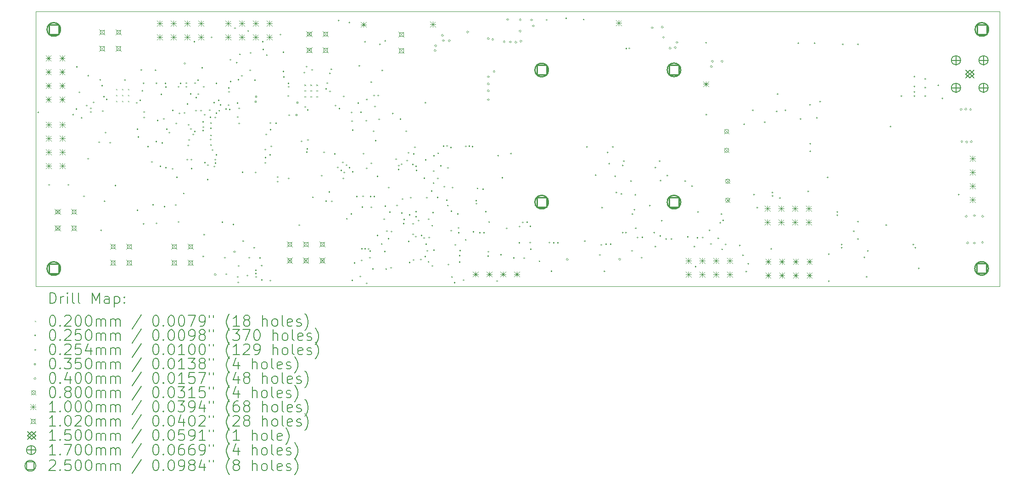
<source format=gbr>
%TF.GenerationSoftware,KiCad,Pcbnew,7.0.10*%
%TF.CreationDate,2024-07-22T15:52:14-07:00*%
%TF.ProjectId,LCP_Controller,4c43505f-436f-46e7-9472-6f6c6c65722e,rev?*%
%TF.SameCoordinates,Original*%
%TF.FileFunction,Drillmap*%
%TF.FilePolarity,Positive*%
%FSLAX45Y45*%
G04 Gerber Fmt 4.5, Leading zero omitted, Abs format (unit mm)*
G04 Created by KiCad (PCBNEW 7.0.10) date 2024-07-22 15:52:14*
%MOMM*%
%LPD*%
G01*
G04 APERTURE LIST*
%ADD10C,0.050000*%
%ADD11C,0.200000*%
%ADD12C,0.100000*%
%ADD13C,0.102000*%
%ADD14C,0.150000*%
%ADD15C,0.170000*%
%ADD16C,0.250000*%
G04 APERTURE END LIST*
D10*
X12700000Y-13970000D02*
X30480000Y-13970000D01*
X12700000Y-8890000D02*
X12700000Y-13970000D01*
X30480000Y-8890000D02*
X12700000Y-8890000D01*
X30480000Y-13970000D02*
X30480000Y-8890000D01*
D11*
D12*
X14177660Y-10316860D02*
X14197660Y-10336860D01*
X14197660Y-10316860D02*
X14177660Y-10336860D01*
X14177660Y-10426860D02*
X14197660Y-10446860D01*
X14197660Y-10426860D02*
X14177660Y-10446860D01*
X14177660Y-10536860D02*
X14197660Y-10556860D01*
X14197660Y-10536860D02*
X14177660Y-10556860D01*
X14287660Y-10316860D02*
X14307660Y-10336860D01*
X14307660Y-10316860D02*
X14287660Y-10336860D01*
X14287660Y-10426860D02*
X14307660Y-10446860D01*
X14307660Y-10426860D02*
X14287660Y-10446860D01*
X14287660Y-10536860D02*
X14307660Y-10556860D01*
X14307660Y-10536860D02*
X14287660Y-10556860D01*
X14397660Y-10316860D02*
X14417660Y-10336860D01*
X14417660Y-10316860D02*
X14397660Y-10336860D01*
X14397660Y-10426860D02*
X14417660Y-10446860D01*
X14417660Y-10426860D02*
X14397660Y-10446860D01*
X14397660Y-10536860D02*
X14417660Y-10556860D01*
X14417660Y-10536860D02*
X14397660Y-10556860D01*
X17654920Y-10235580D02*
X17674920Y-10255580D01*
X17674920Y-10235580D02*
X17654920Y-10255580D01*
X17654920Y-10345580D02*
X17674920Y-10365580D01*
X17674920Y-10345580D02*
X17654920Y-10365580D01*
X17654920Y-10455580D02*
X17674920Y-10475580D01*
X17674920Y-10455580D02*
X17654920Y-10475580D01*
X17764920Y-10235580D02*
X17784920Y-10255580D01*
X17784920Y-10235580D02*
X17764920Y-10255580D01*
X17764920Y-10345580D02*
X17784920Y-10365580D01*
X17784920Y-10345580D02*
X17764920Y-10365580D01*
X17764920Y-10455580D02*
X17784920Y-10475580D01*
X17784920Y-10455580D02*
X17764920Y-10475580D01*
X17874920Y-10235580D02*
X17894920Y-10255580D01*
X17894920Y-10235580D02*
X17874920Y-10255580D01*
X17874920Y-10345580D02*
X17894920Y-10365580D01*
X17894920Y-10345580D02*
X17874920Y-10365580D01*
X17874920Y-10455580D02*
X17894920Y-10475580D01*
X17894920Y-10455580D02*
X17874920Y-10475580D01*
X12956340Y-12092940D02*
G75*
G03*
X12931340Y-12092940I-12500J0D01*
G01*
X12931340Y-12092940D02*
G75*
G03*
X12956340Y-12092940I12500J0D01*
G01*
X13309400Y-12092940D02*
G75*
G03*
X13284400Y-12092940I-12500J0D01*
G01*
X13284400Y-12092940D02*
G75*
G03*
X13309400Y-12092940I12500J0D01*
G01*
X13461800Y-10693400D02*
G75*
G03*
X13436800Y-10693400I-12500J0D01*
G01*
X13436800Y-10693400D02*
G75*
G03*
X13461800Y-10693400I12500J0D01*
G01*
X13466880Y-9911080D02*
G75*
G03*
X13441880Y-9911080I-12500J0D01*
G01*
X13441880Y-9911080D02*
G75*
G03*
X13466880Y-9911080I12500J0D01*
G01*
X13515140Y-10383520D02*
G75*
G03*
X13490140Y-10383520I-12500J0D01*
G01*
X13490140Y-10383520D02*
G75*
G03*
X13515140Y-10383520I12500J0D01*
G01*
X13601500Y-12303760D02*
G75*
G03*
X13576500Y-12303760I-12500J0D01*
G01*
X13576500Y-12303760D02*
G75*
G03*
X13601500Y-12303760I12500J0D01*
G01*
X13652300Y-10627360D02*
G75*
G03*
X13627300Y-10627360I-12500J0D01*
G01*
X13627300Y-10627360D02*
G75*
G03*
X13652300Y-10627360I12500J0D01*
G01*
X13672620Y-11610340D02*
G75*
G03*
X13647620Y-11610340I-12500J0D01*
G01*
X13647620Y-11610340D02*
G75*
G03*
X13672620Y-11610340I12500J0D01*
G01*
X13725960Y-10678160D02*
G75*
G03*
X13700960Y-10678160I-12500J0D01*
G01*
X13700960Y-10678160D02*
G75*
G03*
X13725960Y-10678160I12500J0D01*
G01*
X13725960Y-10749280D02*
G75*
G03*
X13700960Y-10749280I-12500J0D01*
G01*
X13700960Y-10749280D02*
G75*
G03*
X13725960Y-10749280I12500J0D01*
G01*
X13776760Y-10568940D02*
G75*
G03*
X13751760Y-10568940I-12500J0D01*
G01*
X13751760Y-10568940D02*
G75*
G03*
X13776760Y-10568940I12500J0D01*
G01*
X13875820Y-11305540D02*
G75*
G03*
X13850820Y-11305540I-12500J0D01*
G01*
X13850820Y-11305540D02*
G75*
G03*
X13875820Y-11305540I12500J0D01*
G01*
X13896140Y-10149840D02*
G75*
G03*
X13871140Y-10149840I-12500J0D01*
G01*
X13871140Y-10149840D02*
G75*
G03*
X13896140Y-10149840I12500J0D01*
G01*
X13934240Y-10261600D02*
G75*
G03*
X13909240Y-10261600I-12500J0D01*
G01*
X13909240Y-10261600D02*
G75*
G03*
X13934240Y-10261600I12500J0D01*
G01*
X13946940Y-10731500D02*
G75*
G03*
X13921940Y-10731500I-12500J0D01*
G01*
X13921940Y-10731500D02*
G75*
G03*
X13946940Y-10731500I12500J0D01*
G01*
X13965120Y-10461860D02*
G75*
G03*
X13940120Y-10461860I-12500J0D01*
G01*
X13940120Y-10461860D02*
G75*
G03*
X13965120Y-10461860I12500J0D01*
G01*
X14000280Y-11127740D02*
G75*
G03*
X13975280Y-11127740I-12500J0D01*
G01*
X13975280Y-11127740D02*
G75*
G03*
X14000280Y-11127740I12500J0D01*
G01*
X14019981Y-10512814D02*
G75*
G03*
X13994981Y-10512814I-12500J0D01*
G01*
X13994981Y-10512814D02*
G75*
G03*
X14019981Y-10512814I12500J0D01*
G01*
X14081560Y-11310620D02*
G75*
G03*
X14056560Y-11310620I-12500J0D01*
G01*
X14056560Y-11310620D02*
G75*
G03*
X14081560Y-11310620I12500J0D01*
G01*
X14180620Y-12105640D02*
G75*
G03*
X14155620Y-12105640I-12500J0D01*
G01*
X14155620Y-12105640D02*
G75*
G03*
X14180620Y-12105640I12500J0D01*
G01*
X14570510Y-10577830D02*
G75*
G03*
X14545510Y-10577830I-12500J0D01*
G01*
X14545510Y-10577830D02*
G75*
G03*
X14570510Y-10577830I12500J0D01*
G01*
X14587020Y-11061700D02*
G75*
G03*
X14562020Y-11061700I-12500J0D01*
G01*
X14562020Y-11061700D02*
G75*
G03*
X14587020Y-11061700I12500J0D01*
G01*
X14587020Y-12560300D02*
G75*
G03*
X14562020Y-12560300I-12500J0D01*
G01*
X14562020Y-12560300D02*
G75*
G03*
X14587020Y-12560300I12500J0D01*
G01*
X14602260Y-11209020D02*
G75*
G03*
X14577260Y-11209020I-12500J0D01*
G01*
X14577260Y-11209020D02*
G75*
G03*
X14602260Y-11209020I12500J0D01*
G01*
X14634010Y-10532110D02*
G75*
G03*
X14609010Y-10532110I-12500J0D01*
G01*
X14609010Y-10532110D02*
G75*
G03*
X14634010Y-10532110I12500J0D01*
G01*
X14708940Y-10746740D02*
G75*
G03*
X14683940Y-10746740I-12500J0D01*
G01*
X14683940Y-10746740D02*
G75*
G03*
X14708940Y-10746740I12500J0D01*
G01*
X14711480Y-10848340D02*
G75*
G03*
X14686480Y-10848340I-12500J0D01*
G01*
X14686480Y-10848340D02*
G75*
G03*
X14711480Y-10848340I12500J0D01*
G01*
X14782600Y-11384280D02*
G75*
G03*
X14757600Y-11384280I-12500J0D01*
G01*
X14757600Y-11384280D02*
G75*
G03*
X14782600Y-11384280I12500J0D01*
G01*
X14853720Y-11671300D02*
G75*
G03*
X14828720Y-11671300I-12500J0D01*
G01*
X14828720Y-11671300D02*
G75*
G03*
X14853720Y-11671300I12500J0D01*
G01*
X14871500Y-12461240D02*
G75*
G03*
X14846500Y-12461240I-12500J0D01*
G01*
X14846500Y-12461240D02*
G75*
G03*
X14871500Y-12461240I12500J0D01*
G01*
X14932460Y-11290300D02*
G75*
G03*
X14907460Y-11290300I-12500J0D01*
G01*
X14907460Y-11290300D02*
G75*
G03*
X14932460Y-11290300I12500J0D01*
G01*
X14937540Y-12801600D02*
G75*
G03*
X14912540Y-12801600I-12500J0D01*
G01*
X14912540Y-12801600D02*
G75*
G03*
X14937540Y-12801600I12500J0D01*
G01*
X14957860Y-10906760D02*
G75*
G03*
X14932860Y-10906760I-12500J0D01*
G01*
X14932860Y-10906760D02*
G75*
G03*
X14957860Y-10906760I12500J0D01*
G01*
X15008660Y-11747500D02*
G75*
G03*
X14983660Y-11747500I-12500J0D01*
G01*
X14983660Y-11747500D02*
G75*
G03*
X15008660Y-11747500I12500J0D01*
G01*
X15028980Y-10421620D02*
G75*
G03*
X15003980Y-10421620I-12500J0D01*
G01*
X15003980Y-10421620D02*
G75*
G03*
X15028980Y-10421620I12500J0D01*
G01*
X15044220Y-11315700D02*
G75*
G03*
X15019220Y-11315700I-12500J0D01*
G01*
X15019220Y-11315700D02*
G75*
G03*
X15044220Y-11315700I12500J0D01*
G01*
X15072160Y-10873740D02*
G75*
G03*
X15047160Y-10873740I-12500J0D01*
G01*
X15047160Y-10873740D02*
G75*
G03*
X15072160Y-10873740I12500J0D01*
G01*
X15084860Y-12496800D02*
G75*
G03*
X15059860Y-12496800I-12500J0D01*
G01*
X15059860Y-12496800D02*
G75*
G03*
X15084860Y-12496800I12500J0D01*
G01*
X15102640Y-10215880D02*
G75*
G03*
X15077640Y-10215880I-12500J0D01*
G01*
X15077640Y-10215880D02*
G75*
G03*
X15102640Y-10215880I12500J0D01*
G01*
X15110260Y-10281920D02*
G75*
G03*
X15085260Y-10281920I-12500J0D01*
G01*
X15085260Y-10281920D02*
G75*
G03*
X15110260Y-10281920I12500J0D01*
G01*
X15110260Y-11777980D02*
G75*
G03*
X15085260Y-11777980I-12500J0D01*
G01*
X15085260Y-11777980D02*
G75*
G03*
X15110260Y-11777980I12500J0D01*
G01*
X15128040Y-11066780D02*
G75*
G03*
X15103040Y-11066780I-12500J0D01*
G01*
X15103040Y-11066780D02*
G75*
G03*
X15128040Y-11066780I12500J0D01*
G01*
X15173760Y-11130280D02*
G75*
G03*
X15148760Y-11130280I-12500J0D01*
G01*
X15148760Y-11130280D02*
G75*
G03*
X15173760Y-11130280I12500J0D01*
G01*
X15231000Y-11797120D02*
G75*
G03*
X15206000Y-11797120I-12500J0D01*
G01*
X15206000Y-11797120D02*
G75*
G03*
X15231000Y-11797120I12500J0D01*
G01*
X15237260Y-10713720D02*
G75*
G03*
X15212260Y-10713720I-12500J0D01*
G01*
X15212260Y-10713720D02*
G75*
G03*
X15237260Y-10713720I12500J0D01*
G01*
X15290600Y-12466320D02*
G75*
G03*
X15265600Y-12466320I-12500J0D01*
G01*
X15265600Y-12466320D02*
G75*
G03*
X15290600Y-12466320I12500J0D01*
G01*
X15300760Y-10957560D02*
G75*
G03*
X15275760Y-10957560I-12500J0D01*
G01*
X15275760Y-10957560D02*
G75*
G03*
X15300760Y-10957560I12500J0D01*
G01*
X15313460Y-11953240D02*
G75*
G03*
X15288460Y-11953240I-12500J0D01*
G01*
X15288460Y-11953240D02*
G75*
G03*
X15313460Y-11953240I12500J0D01*
G01*
X15346480Y-10281920D02*
G75*
G03*
X15321480Y-10281920I-12500J0D01*
G01*
X15321480Y-10281920D02*
G75*
G03*
X15346480Y-10281920I12500J0D01*
G01*
X15346480Y-12778740D02*
G75*
G03*
X15321480Y-12778740I-12500J0D01*
G01*
X15321480Y-12778740D02*
G75*
G03*
X15346480Y-12778740I12500J0D01*
G01*
X15364260Y-10772140D02*
G75*
G03*
X15339260Y-10772140I-12500J0D01*
G01*
X15339260Y-10772140D02*
G75*
G03*
X15364260Y-10772140I12500J0D01*
G01*
X15379500Y-10215880D02*
G75*
G03*
X15354500Y-10215880I-12500J0D01*
G01*
X15354500Y-10215880D02*
G75*
G03*
X15379500Y-10215880I12500J0D01*
G01*
X15437920Y-12250420D02*
G75*
G03*
X15412920Y-12250420I-12500J0D01*
G01*
X15412920Y-12250420D02*
G75*
G03*
X15437920Y-12250420I12500J0D01*
G01*
X15455700Y-10761980D02*
G75*
G03*
X15430700Y-10761980I-12500J0D01*
G01*
X15430700Y-10761980D02*
G75*
G03*
X15455700Y-10761980I12500J0D01*
G01*
X15486180Y-10281920D02*
G75*
G03*
X15461180Y-10281920I-12500J0D01*
G01*
X15461180Y-10281920D02*
G75*
G03*
X15486180Y-10281920I12500J0D01*
G01*
X15488720Y-10215880D02*
G75*
G03*
X15463720Y-10215880I-12500J0D01*
G01*
X15463720Y-10215880D02*
G75*
G03*
X15488720Y-10215880I12500J0D01*
G01*
X15506500Y-10599420D02*
G75*
G03*
X15481500Y-10599420I-12500J0D01*
G01*
X15481500Y-10599420D02*
G75*
G03*
X15506500Y-10599420I12500J0D01*
G01*
X15506500Y-11628120D02*
G75*
G03*
X15481500Y-11628120I-12500J0D01*
G01*
X15481500Y-11628120D02*
G75*
G03*
X15506500Y-11628120I12500J0D01*
G01*
X15521740Y-11363960D02*
G75*
G03*
X15496740Y-11363960I-12500J0D01*
G01*
X15496740Y-11363960D02*
G75*
G03*
X15521740Y-11363960I12500J0D01*
G01*
X15529360Y-10982960D02*
G75*
G03*
X15504360Y-10982960I-12500J0D01*
G01*
X15504360Y-10982960D02*
G75*
G03*
X15529360Y-10982960I12500J0D01*
G01*
X15539520Y-11262360D02*
G75*
G03*
X15514520Y-11262360I-12500J0D01*
G01*
X15514520Y-11262360D02*
G75*
G03*
X15539520Y-11262360I12500J0D01*
G01*
X15570000Y-10411460D02*
G75*
G03*
X15545000Y-10411460I-12500J0D01*
G01*
X15545000Y-10411460D02*
G75*
G03*
X15570000Y-10411460I12500J0D01*
G01*
X15572130Y-11056962D02*
G75*
G03*
X15547130Y-11056962I-12500J0D01*
G01*
X15547130Y-11056962D02*
G75*
G03*
X15572130Y-11056962I12500J0D01*
G01*
X15582700Y-11625580D02*
G75*
G03*
X15557700Y-11625580I-12500J0D01*
G01*
X15557700Y-11625580D02*
G75*
G03*
X15582700Y-11625580I12500J0D01*
G01*
X15585240Y-11795760D02*
G75*
G03*
X15560240Y-11795760I-12500J0D01*
G01*
X15560240Y-11795760D02*
G75*
G03*
X15585240Y-11795760I12500J0D01*
G01*
X15613180Y-11163300D02*
G75*
G03*
X15588180Y-11163300I-12500J0D01*
G01*
X15588180Y-11163300D02*
G75*
G03*
X15613180Y-11163300I12500J0D01*
G01*
X15633500Y-9446260D02*
G75*
G03*
X15608500Y-9446260I-12500J0D01*
G01*
X15608500Y-9446260D02*
G75*
G03*
X15633500Y-9446260I12500J0D01*
G01*
X15644907Y-11105312D02*
G75*
G03*
X15619907Y-11105312I-12500J0D01*
G01*
X15619907Y-11105312D02*
G75*
G03*
X15644907Y-11105312I12500J0D01*
G01*
X15646200Y-10213340D02*
G75*
G03*
X15621200Y-10213340I-12500J0D01*
G01*
X15621200Y-10213340D02*
G75*
G03*
X15646200Y-10213340I12500J0D01*
G01*
X15663980Y-10718800D02*
G75*
G03*
X15638980Y-10718800I-12500J0D01*
G01*
X15638980Y-10718800D02*
G75*
G03*
X15663980Y-10718800I12500J0D01*
G01*
X15669060Y-10477500D02*
G75*
G03*
X15644060Y-10477500I-12500J0D01*
G01*
X15644060Y-10477500D02*
G75*
G03*
X15669060Y-10477500I12500J0D01*
G01*
X15702080Y-10160000D02*
G75*
G03*
X15677080Y-10160000I-12500J0D01*
G01*
X15677080Y-10160000D02*
G75*
G03*
X15702080Y-10160000I12500J0D01*
G01*
X15704620Y-10416540D02*
G75*
G03*
X15679620Y-10416540I-12500J0D01*
G01*
X15679620Y-10416540D02*
G75*
G03*
X15704620Y-10416540I12500J0D01*
G01*
X15755420Y-10721340D02*
G75*
G03*
X15730420Y-10721340I-12500J0D01*
G01*
X15730420Y-10721340D02*
G75*
G03*
X15755420Y-10721340I12500J0D01*
G01*
X15778280Y-9928860D02*
G75*
G03*
X15753280Y-9928860I-12500J0D01*
G01*
X15753280Y-9928860D02*
G75*
G03*
X15778280Y-9928860I12500J0D01*
G01*
X15793520Y-11089640D02*
G75*
G03*
X15768520Y-11089640I-12500J0D01*
G01*
X15768520Y-11089640D02*
G75*
G03*
X15793520Y-11089640I12500J0D01*
G01*
X15796060Y-10927080D02*
G75*
G03*
X15771060Y-10927080I-12500J0D01*
G01*
X15771060Y-10927080D02*
G75*
G03*
X15796060Y-10927080I12500J0D01*
G01*
X15801140Y-11023600D02*
G75*
G03*
X15776140Y-11023600I-12500J0D01*
G01*
X15776140Y-11023600D02*
G75*
G03*
X15801140Y-11023600I12500J0D01*
G01*
X15808760Y-10284460D02*
G75*
G03*
X15783760Y-10284460I-12500J0D01*
G01*
X15783760Y-10284460D02*
G75*
G03*
X15808760Y-10284460I12500J0D01*
G01*
X15826540Y-10800080D02*
G75*
G03*
X15801540Y-10800080I-12500J0D01*
G01*
X15801540Y-10800080D02*
G75*
G03*
X15826540Y-10800080I12500J0D01*
G01*
X15829080Y-11681460D02*
G75*
G03*
X15804080Y-11681460I-12500J0D01*
G01*
X15804080Y-11681460D02*
G75*
G03*
X15829080Y-11681460I12500J0D01*
G01*
X15882420Y-11996420D02*
G75*
G03*
X15857420Y-11996420I-12500J0D01*
G01*
X15857420Y-11996420D02*
G75*
G03*
X15882420Y-11996420I12500J0D01*
G01*
X15884960Y-11729720D02*
G75*
G03*
X15859960Y-11729720I-12500J0D01*
G01*
X15859960Y-11729720D02*
G75*
G03*
X15884960Y-11729720I12500J0D01*
G01*
X15917980Y-10711180D02*
G75*
G03*
X15892980Y-10711180I-12500J0D01*
G01*
X15892980Y-10711180D02*
G75*
G03*
X15917980Y-10711180I12500J0D01*
G01*
X15933220Y-10843260D02*
G75*
G03*
X15908220Y-10843260I-12500J0D01*
G01*
X15908220Y-10843260D02*
G75*
G03*
X15933220Y-10843260I12500J0D01*
G01*
X15935760Y-11257280D02*
G75*
G03*
X15910760Y-11257280I-12500J0D01*
G01*
X15910760Y-11257280D02*
G75*
G03*
X15935760Y-11257280I12500J0D01*
G01*
X15938300Y-11046460D02*
G75*
G03*
X15913300Y-11046460I-12500J0D01*
G01*
X15913300Y-11046460D02*
G75*
G03*
X15938300Y-11046460I12500J0D01*
G01*
X15940840Y-11178540D02*
G75*
G03*
X15915840Y-11178540I-12500J0D01*
G01*
X15915840Y-11178540D02*
G75*
G03*
X15940840Y-11178540I12500J0D01*
G01*
X15940840Y-11356340D02*
G75*
G03*
X15915840Y-11356340I-12500J0D01*
G01*
X15915840Y-11356340D02*
G75*
G03*
X15940840Y-11356340I12500J0D01*
G01*
X15943380Y-10952480D02*
G75*
G03*
X15918380Y-10952480I-12500J0D01*
G01*
X15918380Y-10952480D02*
G75*
G03*
X15943380Y-10952480I12500J0D01*
G01*
X15951000Y-9364980D02*
G75*
G03*
X15926000Y-9364980I-12500J0D01*
G01*
X15926000Y-9364980D02*
G75*
G03*
X15951000Y-9364980I12500J0D01*
G01*
X15971320Y-11450320D02*
G75*
G03*
X15946320Y-11450320I-12500J0D01*
G01*
X15946320Y-11450320D02*
G75*
G03*
X15971320Y-11450320I12500J0D01*
G01*
X16001800Y-10574020D02*
G75*
G03*
X15976800Y-10574020I-12500J0D01*
G01*
X15976800Y-10574020D02*
G75*
G03*
X16001800Y-10574020I12500J0D01*
G01*
X16004340Y-11752580D02*
G75*
G03*
X15979340Y-11752580I-12500J0D01*
G01*
X15979340Y-11752580D02*
G75*
G03*
X16004340Y-11752580I12500J0D01*
G01*
X16019580Y-11628120D02*
G75*
G03*
X15994580Y-11628120I-12500J0D01*
G01*
X15994580Y-11628120D02*
G75*
G03*
X16019580Y-11628120I12500J0D01*
G01*
X16022120Y-10845800D02*
G75*
G03*
X15997120Y-10845800I-12500J0D01*
G01*
X15997120Y-10845800D02*
G75*
G03*
X16022120Y-10845800I12500J0D01*
G01*
X16024660Y-11691620D02*
G75*
G03*
X15999660Y-11691620I-12500J0D01*
G01*
X15999660Y-11691620D02*
G75*
G03*
X16024660Y-11691620I12500J0D01*
G01*
X16039360Y-11537220D02*
G75*
G03*
X16014360Y-11537220I-12500J0D01*
G01*
X16014360Y-11537220D02*
G75*
G03*
X16039360Y-11537220I12500J0D01*
G01*
X16042440Y-10764520D02*
G75*
G03*
X16017440Y-10764520I-12500J0D01*
G01*
X16017440Y-10764520D02*
G75*
G03*
X16042440Y-10764520I12500J0D01*
G01*
X16044980Y-10218420D02*
G75*
G03*
X16019980Y-10218420I-12500J0D01*
G01*
X16019980Y-10218420D02*
G75*
G03*
X16044980Y-10218420I12500J0D01*
G01*
X16088160Y-10530840D02*
G75*
G03*
X16063160Y-10530840I-12500J0D01*
G01*
X16063160Y-10530840D02*
G75*
G03*
X16088160Y-10530840I12500J0D01*
G01*
X16093240Y-10721340D02*
G75*
G03*
X16068240Y-10721340I-12500J0D01*
G01*
X16068240Y-10721340D02*
G75*
G03*
X16093240Y-10721340I12500J0D01*
G01*
X16116100Y-10614660D02*
G75*
G03*
X16091100Y-10614660I-12500J0D01*
G01*
X16091100Y-10614660D02*
G75*
G03*
X16116100Y-10614660I12500J0D01*
G01*
X16151660Y-12786360D02*
G75*
G03*
X16126660Y-12786360I-12500J0D01*
G01*
X16126660Y-12786360D02*
G75*
G03*
X16151660Y-12786360I12500J0D01*
G01*
X16199920Y-13441680D02*
G75*
G03*
X16174920Y-13441680I-12500J0D01*
G01*
X16174920Y-13441680D02*
G75*
G03*
X16199920Y-13441680I12500J0D01*
G01*
X16222780Y-10690860D02*
G75*
G03*
X16197780Y-10690860I-12500J0D01*
G01*
X16197780Y-10690860D02*
G75*
G03*
X16222780Y-10690860I12500J0D01*
G01*
X16222780Y-13743940D02*
G75*
G03*
X16197780Y-13743940I-12500J0D01*
G01*
X16197780Y-13743940D02*
G75*
G03*
X16222780Y-13743940I12500J0D01*
G01*
X16265960Y-10617200D02*
G75*
G03*
X16240960Y-10617200I-12500J0D01*
G01*
X16240960Y-10617200D02*
G75*
G03*
X16265960Y-10617200I12500J0D01*
G01*
X16271040Y-10304780D02*
G75*
G03*
X16246040Y-10304780I-12500J0D01*
G01*
X16246040Y-10304780D02*
G75*
G03*
X16271040Y-10304780I12500J0D01*
G01*
X16276120Y-10375900D02*
G75*
G03*
X16251120Y-10375900I-12500J0D01*
G01*
X16251120Y-10375900D02*
G75*
G03*
X16276120Y-10375900I12500J0D01*
G01*
X16290090Y-10699750D02*
G75*
G03*
X16265090Y-10699750I-12500J0D01*
G01*
X16265090Y-10699750D02*
G75*
G03*
X16290090Y-10699750I12500J0D01*
G01*
X16300995Y-9783654D02*
G75*
G03*
X16275995Y-9783654I-12500J0D01*
G01*
X16275995Y-9783654D02*
G75*
G03*
X16300995Y-9783654I12500J0D01*
G01*
X16306600Y-10182860D02*
G75*
G03*
X16281600Y-10182860I-12500J0D01*
G01*
X16281600Y-10182860D02*
G75*
G03*
X16306600Y-10182860I12500J0D01*
G01*
X16357400Y-12824460D02*
G75*
G03*
X16332400Y-12824460I-12500J0D01*
G01*
X16332400Y-12824460D02*
G75*
G03*
X16357400Y-12824460I12500J0D01*
G01*
X16385340Y-9197340D02*
G75*
G03*
X16360340Y-9197340I-12500J0D01*
G01*
X16360340Y-9197340D02*
G75*
G03*
X16385340Y-9197340I12500J0D01*
G01*
X16431060Y-10584180D02*
G75*
G03*
X16406060Y-10584180I-12500J0D01*
G01*
X16406060Y-10584180D02*
G75*
G03*
X16431060Y-10584180I12500J0D01*
G01*
X16436140Y-10843260D02*
G75*
G03*
X16411140Y-10843260I-12500J0D01*
G01*
X16411140Y-10843260D02*
G75*
G03*
X16436140Y-10843260I12500J0D01*
G01*
X16436140Y-13797280D02*
G75*
G03*
X16411140Y-13797280I-12500J0D01*
G01*
X16411140Y-13797280D02*
G75*
G03*
X16436140Y-13797280I12500J0D01*
G01*
X16441220Y-13896340D02*
G75*
G03*
X16416220Y-13896340I-12500J0D01*
G01*
X16416220Y-13896340D02*
G75*
G03*
X16441220Y-13896340I12500J0D01*
G01*
X16448840Y-10152380D02*
G75*
G03*
X16423840Y-10152380I-12500J0D01*
G01*
X16423840Y-10152380D02*
G75*
G03*
X16448840Y-10152380I12500J0D01*
G01*
X16451380Y-13591540D02*
G75*
G03*
X16426380Y-13591540I-12500J0D01*
G01*
X16426380Y-13591540D02*
G75*
G03*
X16451380Y-13591540I12500J0D01*
G01*
X16459000Y-10678160D02*
G75*
G03*
X16434000Y-10678160I-12500J0D01*
G01*
X16434000Y-10678160D02*
G75*
G03*
X16459000Y-10678160I12500J0D01*
G01*
X16461540Y-10955020D02*
G75*
G03*
X16436540Y-10955020I-12500J0D01*
G01*
X16436540Y-10955020D02*
G75*
G03*
X16461540Y-10955020I12500J0D01*
G01*
X16476780Y-9682480D02*
G75*
G03*
X16451780Y-9682480I-12500J0D01*
G01*
X16451780Y-9682480D02*
G75*
G03*
X16476780Y-9682480I12500J0D01*
G01*
X16509800Y-10076180D02*
G75*
G03*
X16484800Y-10076180I-12500J0D01*
G01*
X16484800Y-10076180D02*
G75*
G03*
X16509800Y-10076180I12500J0D01*
G01*
X16525040Y-11861800D02*
G75*
G03*
X16500040Y-11861800I-12500J0D01*
G01*
X16500040Y-11861800D02*
G75*
G03*
X16525040Y-11861800I12500J0D01*
G01*
X16613940Y-13771880D02*
G75*
G03*
X16588940Y-13771880I-12500J0D01*
G01*
X16588940Y-13771880D02*
G75*
G03*
X16613940Y-13771880I12500J0D01*
G01*
X16626640Y-9248140D02*
G75*
G03*
X16601640Y-9248140I-12500J0D01*
G01*
X16601640Y-9248140D02*
G75*
G03*
X16626640Y-9248140I12500J0D01*
G01*
X16644420Y-13439140D02*
G75*
G03*
X16619420Y-13439140I-12500J0D01*
G01*
X16619420Y-13439140D02*
G75*
G03*
X16644420Y-13439140I12500J0D01*
G01*
X16664740Y-9974580D02*
G75*
G03*
X16639740Y-9974580I-12500J0D01*
G01*
X16639740Y-9974580D02*
G75*
G03*
X16664740Y-9974580I12500J0D01*
G01*
X16672360Y-9652000D02*
G75*
G03*
X16647360Y-9652000I-12500J0D01*
G01*
X16647360Y-9652000D02*
G75*
G03*
X16672360Y-9652000I12500J0D01*
G01*
X16753640Y-10160000D02*
G75*
G03*
X16728640Y-10160000I-12500J0D01*
G01*
X16728640Y-10160000D02*
G75*
G03*
X16753640Y-10160000I12500J0D01*
G01*
X16768880Y-11864340D02*
G75*
G03*
X16743880Y-11864340I-12500J0D01*
G01*
X16743880Y-11864340D02*
G75*
G03*
X16768880Y-11864340I12500J0D01*
G01*
X16768880Y-13670280D02*
G75*
G03*
X16743880Y-13670280I-12500J0D01*
G01*
X16743880Y-13670280D02*
G75*
G03*
X16768880Y-13670280I12500J0D01*
G01*
X16768880Y-13728700D02*
G75*
G03*
X16743880Y-13728700I-12500J0D01*
G01*
X16743880Y-13728700D02*
G75*
G03*
X16768880Y-13728700I12500J0D01*
G01*
X16771420Y-13794740D02*
G75*
G03*
X16746420Y-13794740I-12500J0D01*
G01*
X16746420Y-13794740D02*
G75*
G03*
X16771420Y-13794740I12500J0D01*
G01*
X16845080Y-13441680D02*
G75*
G03*
X16820080Y-13441680I-12500J0D01*
G01*
X16820080Y-13441680D02*
G75*
G03*
X16845080Y-13441680I12500J0D01*
G01*
X16880640Y-13850620D02*
G75*
G03*
X16855640Y-13850620I-12500J0D01*
G01*
X16855640Y-13850620D02*
G75*
G03*
X16880640Y-13850620I12500J0D01*
G01*
X16895880Y-9446260D02*
G75*
G03*
X16870880Y-9446260I-12500J0D01*
G01*
X16870880Y-9446260D02*
G75*
G03*
X16895880Y-9446260I12500J0D01*
G01*
X16906040Y-9591040D02*
G75*
G03*
X16881040Y-9591040I-12500J0D01*
G01*
X16881040Y-9591040D02*
G75*
G03*
X16906040Y-9591040I12500J0D01*
G01*
X16944140Y-11437620D02*
G75*
G03*
X16919140Y-11437620I-12500J0D01*
G01*
X16919140Y-11437620D02*
G75*
G03*
X16944140Y-11437620I12500J0D01*
G01*
X16946680Y-11686540D02*
G75*
G03*
X16921680Y-11686540I-12500J0D01*
G01*
X16921680Y-11686540D02*
G75*
G03*
X16946680Y-11686540I12500J0D01*
G01*
X16949220Y-11587480D02*
G75*
G03*
X16924220Y-11587480I-12500J0D01*
G01*
X16924220Y-11587480D02*
G75*
G03*
X16949220Y-11587480I12500J0D01*
G01*
X16961920Y-11160760D02*
G75*
G03*
X16936920Y-11160760I-12500J0D01*
G01*
X16936920Y-11160760D02*
G75*
G03*
X16961920Y-11160760I12500J0D01*
G01*
X16969540Y-9692640D02*
G75*
G03*
X16944540Y-9692640I-12500J0D01*
G01*
X16944540Y-9692640D02*
G75*
G03*
X16969540Y-9692640I12500J0D01*
G01*
X17035580Y-10949940D02*
G75*
G03*
X17010580Y-10949940I-12500J0D01*
G01*
X17010580Y-10949940D02*
G75*
G03*
X17035580Y-10949940I12500J0D01*
G01*
X17035580Y-11539220D02*
G75*
G03*
X17010580Y-11539220I-12500J0D01*
G01*
X17010580Y-11539220D02*
G75*
G03*
X17035580Y-11539220I12500J0D01*
G01*
X17035580Y-13860780D02*
G75*
G03*
X17010580Y-13860780I-12500J0D01*
G01*
X17010580Y-13860780D02*
G75*
G03*
X17035580Y-13860780I12500J0D01*
G01*
X17040660Y-11074400D02*
G75*
G03*
X17015660Y-11074400I-12500J0D01*
G01*
X17015660Y-11074400D02*
G75*
G03*
X17040660Y-11074400I12500J0D01*
G01*
X17055900Y-11381740D02*
G75*
G03*
X17030900Y-11381740I-12500J0D01*
G01*
X17030900Y-11381740D02*
G75*
G03*
X17055900Y-11381740I12500J0D01*
G01*
X17144800Y-10952480D02*
G75*
G03*
X17119800Y-10952480I-12500J0D01*
G01*
X17119800Y-10952480D02*
G75*
G03*
X17144800Y-10952480I12500J0D01*
G01*
X17172740Y-12031980D02*
G75*
G03*
X17147740Y-12031980I-12500J0D01*
G01*
X17147740Y-12031980D02*
G75*
G03*
X17172740Y-12031980I12500J0D01*
G01*
X17175280Y-11948160D02*
G75*
G03*
X17150280Y-11948160I-12500J0D01*
G01*
X17150280Y-11948160D02*
G75*
G03*
X17175280Y-11948160I12500J0D01*
G01*
X17223540Y-9319260D02*
G75*
G03*
X17198540Y-9319260I-12500J0D01*
G01*
X17198540Y-9319260D02*
G75*
G03*
X17223540Y-9319260I12500J0D01*
G01*
X17276880Y-9997440D02*
G75*
G03*
X17251880Y-9997440I-12500J0D01*
G01*
X17251880Y-9997440D02*
G75*
G03*
X17276880Y-9997440I12500J0D01*
G01*
X17279420Y-9639300D02*
G75*
G03*
X17254420Y-9639300I-12500J0D01*
G01*
X17254420Y-9639300D02*
G75*
G03*
X17279420Y-9639300I12500J0D01*
G01*
X17284500Y-10099040D02*
G75*
G03*
X17259500Y-10099040I-12500J0D01*
G01*
X17259500Y-10099040D02*
G75*
G03*
X17284500Y-10099040I12500J0D01*
G01*
X17368320Y-10449560D02*
G75*
G03*
X17343320Y-10449560I-12500J0D01*
G01*
X17343320Y-10449560D02*
G75*
G03*
X17368320Y-10449560I12500J0D01*
G01*
X17373400Y-10215880D02*
G75*
G03*
X17348400Y-10215880I-12500J0D01*
G01*
X17348400Y-10215880D02*
G75*
G03*
X17373400Y-10215880I12500J0D01*
G01*
X17375940Y-10281920D02*
G75*
G03*
X17350940Y-10281920I-12500J0D01*
G01*
X17350940Y-10281920D02*
G75*
G03*
X17375940Y-10281920I12500J0D01*
G01*
X17378480Y-11973560D02*
G75*
G03*
X17353480Y-11973560I-12500J0D01*
G01*
X17353480Y-11973560D02*
G75*
G03*
X17378480Y-11973560I12500J0D01*
G01*
X17381020Y-10805160D02*
G75*
G03*
X17356020Y-10805160I-12500J0D01*
G01*
X17356020Y-10805160D02*
G75*
G03*
X17381020Y-10805160I12500J0D01*
G01*
X17568980Y-12837160D02*
G75*
G03*
X17543980Y-12837160I-12500J0D01*
G01*
X17543980Y-12837160D02*
G75*
G03*
X17568980Y-12837160I12500J0D01*
G01*
X17612160Y-11290300D02*
G75*
G03*
X17587160Y-11290300I-12500J0D01*
G01*
X17587160Y-11290300D02*
G75*
G03*
X17612160Y-11290300I12500J0D01*
G01*
X17662960Y-10015220D02*
G75*
G03*
X17637960Y-10015220I-12500J0D01*
G01*
X17637960Y-10015220D02*
G75*
G03*
X17662960Y-10015220I12500J0D01*
G01*
X17678200Y-10652760D02*
G75*
G03*
X17653200Y-10652760I-12500J0D01*
G01*
X17653200Y-10652760D02*
G75*
G03*
X17678200Y-10652760I12500J0D01*
G01*
X17706140Y-9910400D02*
G75*
G03*
X17681140Y-9910400I-12500J0D01*
G01*
X17681140Y-9910400D02*
G75*
G03*
X17706140Y-9910400I12500J0D01*
G01*
X17711220Y-11488420D02*
G75*
G03*
X17686220Y-11488420I-12500J0D01*
G01*
X17686220Y-11488420D02*
G75*
G03*
X17711220Y-11488420I12500J0D01*
G01*
X17716300Y-11430000D02*
G75*
G03*
X17691300Y-11430000I-12500J0D01*
G01*
X17691300Y-11430000D02*
G75*
G03*
X17716300Y-11430000I12500J0D01*
G01*
X17723920Y-10708640D02*
G75*
G03*
X17698920Y-10708640I-12500J0D01*
G01*
X17698920Y-10708640D02*
G75*
G03*
X17723920Y-10708640I12500J0D01*
G01*
X17731540Y-11264900D02*
G75*
G03*
X17706540Y-11264900I-12500J0D01*
G01*
X17706540Y-11264900D02*
G75*
G03*
X17731540Y-11264900I12500J0D01*
G01*
X17807740Y-9966960D02*
G75*
G03*
X17782740Y-9966960I-12500J0D01*
G01*
X17782740Y-9966960D02*
G75*
G03*
X17807740Y-9966960I12500J0D01*
G01*
X17822980Y-12324080D02*
G75*
G03*
X17797980Y-12324080I-12500J0D01*
G01*
X17797980Y-12324080D02*
G75*
G03*
X17822980Y-12324080I12500J0D01*
G01*
X17983000Y-11922760D02*
G75*
G03*
X17958000Y-11922760I-12500J0D01*
G01*
X17958000Y-11922760D02*
G75*
G03*
X17983000Y-11922760I12500J0D01*
G01*
X18026180Y-11493500D02*
G75*
G03*
X18001180Y-11493500I-12500J0D01*
G01*
X18001180Y-11493500D02*
G75*
G03*
X18026180Y-11493500I12500J0D01*
G01*
X18064280Y-12392660D02*
G75*
G03*
X18039280Y-12392660I-12500J0D01*
G01*
X18039280Y-12392660D02*
G75*
G03*
X18064280Y-12392660I12500J0D01*
G01*
X18066820Y-10320020D02*
G75*
G03*
X18041820Y-10320020I-12500J0D01*
G01*
X18041820Y-10320020D02*
G75*
G03*
X18066820Y-10320020I12500J0D01*
G01*
X18084600Y-10213340D02*
G75*
G03*
X18059600Y-10213340I-12500J0D01*
G01*
X18059600Y-10213340D02*
G75*
G03*
X18084600Y-10213340I12500J0D01*
G01*
X18127780Y-12225020D02*
G75*
G03*
X18102780Y-12225020I-12500J0D01*
G01*
X18102780Y-12225020D02*
G75*
G03*
X18127780Y-12225020I12500J0D01*
G01*
X18137940Y-10368280D02*
G75*
G03*
X18112940Y-10368280I-12500J0D01*
G01*
X18112940Y-10368280D02*
G75*
G03*
X18137940Y-10368280I12500J0D01*
G01*
X18170960Y-12400280D02*
G75*
G03*
X18145960Y-12400280I-12500J0D01*
G01*
X18145960Y-12400280D02*
G75*
G03*
X18170960Y-12400280I12500J0D01*
G01*
X18226840Y-11523980D02*
G75*
G03*
X18201840Y-11523980I-12500J0D01*
G01*
X18201840Y-11523980D02*
G75*
G03*
X18226840Y-11523980I12500J0D01*
G01*
X18237000Y-10627360D02*
G75*
G03*
X18212000Y-10627360I-12500J0D01*
G01*
X18212000Y-10627360D02*
G75*
G03*
X18237000Y-10627360I12500J0D01*
G01*
X18282720Y-11770360D02*
G75*
G03*
X18257720Y-11770360I-12500J0D01*
G01*
X18257720Y-11770360D02*
G75*
G03*
X18282720Y-11770360I12500J0D01*
G01*
X18313200Y-10683240D02*
G75*
G03*
X18288200Y-10683240I-12500J0D01*
G01*
X18288200Y-10683240D02*
G75*
G03*
X18313200Y-10683240I12500J0D01*
G01*
X18343680Y-11826240D02*
G75*
G03*
X18318680Y-11826240I-12500J0D01*
G01*
X18318680Y-11826240D02*
G75*
G03*
X18343680Y-11826240I12500J0D01*
G01*
X18376700Y-11676380D02*
G75*
G03*
X18351700Y-11676380I-12500J0D01*
G01*
X18351700Y-11676380D02*
G75*
G03*
X18376700Y-11676380I12500J0D01*
G01*
X18381780Y-11976100D02*
G75*
G03*
X18356780Y-11976100I-12500J0D01*
G01*
X18356780Y-11976100D02*
G75*
G03*
X18381780Y-11976100I12500J0D01*
G01*
X18394480Y-10459720D02*
G75*
G03*
X18369480Y-10459720I-12500J0D01*
G01*
X18369480Y-10459720D02*
G75*
G03*
X18394480Y-10459720I12500J0D01*
G01*
X18399560Y-11866880D02*
G75*
G03*
X18374560Y-11866880I-12500J0D01*
G01*
X18374560Y-11866880D02*
G75*
G03*
X18399560Y-11866880I12500J0D01*
G01*
X18442740Y-11727180D02*
G75*
G03*
X18417740Y-11727180I-12500J0D01*
G01*
X18417740Y-11727180D02*
G75*
G03*
X18442740Y-11727180I12500J0D01*
G01*
X18447820Y-12720320D02*
G75*
G03*
X18422820Y-12720320I-12500J0D01*
G01*
X18422820Y-12720320D02*
G75*
G03*
X18447820Y-12720320I12500J0D01*
G01*
X18498620Y-11772900D02*
G75*
G03*
X18473620Y-11772900I-12500J0D01*
G01*
X18473620Y-11772900D02*
G75*
G03*
X18498620Y-11772900I12500J0D01*
G01*
X18531640Y-12633960D02*
G75*
G03*
X18506640Y-12633960I-12500J0D01*
G01*
X18506640Y-12633960D02*
G75*
G03*
X18531640Y-12633960I12500J0D01*
G01*
X18534180Y-10754360D02*
G75*
G03*
X18509180Y-10754360I-12500J0D01*
G01*
X18509180Y-10754360D02*
G75*
G03*
X18534180Y-10754360I12500J0D01*
G01*
X18544340Y-10914380D02*
G75*
G03*
X18519340Y-10914380I-12500J0D01*
G01*
X18519340Y-10914380D02*
G75*
G03*
X18544340Y-10914380I12500J0D01*
G01*
X18549420Y-13855700D02*
G75*
G03*
X18524420Y-13855700I-12500J0D01*
G01*
X18524420Y-13855700D02*
G75*
G03*
X18549420Y-13855700I12500J0D01*
G01*
X18554500Y-11082020D02*
G75*
G03*
X18529500Y-11082020I-12500J0D01*
G01*
X18529500Y-11082020D02*
G75*
G03*
X18554500Y-11082020I12500J0D01*
G01*
X18559580Y-11851640D02*
G75*
G03*
X18534580Y-11851640I-12500J0D01*
G01*
X18534580Y-11851640D02*
G75*
G03*
X18559580Y-11851640I12500J0D01*
G01*
X18592600Y-13538200D02*
G75*
G03*
X18567600Y-13538200I-12500J0D01*
G01*
X18567600Y-13538200D02*
G75*
G03*
X18592600Y-13538200I12500J0D01*
G01*
X18633240Y-12306300D02*
G75*
G03*
X18608240Y-12306300I-12500J0D01*
G01*
X18608240Y-12306300D02*
G75*
G03*
X18633240Y-12306300I12500J0D01*
G01*
X18658640Y-10581640D02*
G75*
G03*
X18633640Y-10581640I-12500J0D01*
G01*
X18633640Y-10581640D02*
G75*
G03*
X18658640Y-10581640I12500J0D01*
G01*
X18699280Y-13787120D02*
G75*
G03*
X18674280Y-13787120I-12500J0D01*
G01*
X18674280Y-13787120D02*
G75*
G03*
X18699280Y-13787120I12500J0D01*
G01*
X18709440Y-10754360D02*
G75*
G03*
X18684440Y-10754360I-12500J0D01*
G01*
X18684440Y-10754360D02*
G75*
G03*
X18709440Y-10754360I12500J0D01*
G01*
X18722140Y-13487400D02*
G75*
G03*
X18697140Y-13487400I-12500J0D01*
G01*
X18697140Y-13487400D02*
G75*
G03*
X18722140Y-13487400I12500J0D01*
G01*
X18727220Y-13276580D02*
G75*
G03*
X18702220Y-13276580I-12500J0D01*
G01*
X18702220Y-13276580D02*
G75*
G03*
X18727220Y-13276580I12500J0D01*
G01*
X18734840Y-12504420D02*
G75*
G03*
X18709840Y-12504420I-12500J0D01*
G01*
X18709840Y-12504420D02*
G75*
G03*
X18734840Y-12504420I12500J0D01*
G01*
X18750080Y-12303760D02*
G75*
G03*
X18725080Y-12303760I-12500J0D01*
G01*
X18725080Y-12303760D02*
G75*
G03*
X18750080Y-12303760I12500J0D01*
G01*
X18755160Y-11516360D02*
G75*
G03*
X18730160Y-11516360I-12500J0D01*
G01*
X18730160Y-11516360D02*
G75*
G03*
X18755160Y-11516360I12500J0D01*
G01*
X18788180Y-13274040D02*
G75*
G03*
X18763180Y-13274040I-12500J0D01*
G01*
X18763180Y-13274040D02*
G75*
G03*
X18788180Y-13274040I12500J0D01*
G01*
X18803420Y-10906760D02*
G75*
G03*
X18778420Y-10906760I-12500J0D01*
G01*
X18778420Y-10906760D02*
G75*
G03*
X18803420Y-10906760I12500J0D01*
G01*
X18813580Y-13911580D02*
G75*
G03*
X18788580Y-13911580I-12500J0D01*
G01*
X18788580Y-13911580D02*
G75*
G03*
X18813580Y-13911580I12500J0D01*
G01*
X18816120Y-11788140D02*
G75*
G03*
X18791120Y-11788140I-12500J0D01*
G01*
X18791120Y-11788140D02*
G75*
G03*
X18816120Y-11788140I12500J0D01*
G01*
X18849140Y-13281660D02*
G75*
G03*
X18824140Y-13281660I-12500J0D01*
G01*
X18824140Y-13281660D02*
G75*
G03*
X18849140Y-13281660I12500J0D01*
G01*
X18874540Y-13439140D02*
G75*
G03*
X18849540Y-13439140I-12500J0D01*
G01*
X18849540Y-13439140D02*
G75*
G03*
X18874540Y-13439140I12500J0D01*
G01*
X18879620Y-13317220D02*
G75*
G03*
X18854620Y-13317220I-12500J0D01*
G01*
X18854620Y-13317220D02*
G75*
G03*
X18879620Y-13317220I12500J0D01*
G01*
X18887240Y-12306300D02*
G75*
G03*
X18862240Y-12306300I-12500J0D01*
G01*
X18862240Y-12306300D02*
G75*
G03*
X18887240Y-12306300I12500J0D01*
G01*
X18897400Y-11696700D02*
G75*
G03*
X18872400Y-11696700I-12500J0D01*
G01*
X18872400Y-11696700D02*
G75*
G03*
X18897400Y-11696700I12500J0D01*
G01*
X18899940Y-12504420D02*
G75*
G03*
X18874940Y-12504420I-12500J0D01*
G01*
X18874940Y-12504420D02*
G75*
G03*
X18899940Y-12504420I12500J0D01*
G01*
X18927880Y-13647420D02*
G75*
G03*
X18902880Y-13647420I-12500J0D01*
G01*
X18902880Y-13647420D02*
G75*
G03*
X18927880Y-13647420I12500J0D01*
G01*
X18943120Y-11099800D02*
G75*
G03*
X18918120Y-11099800I-12500J0D01*
G01*
X18918120Y-11099800D02*
G75*
G03*
X18943120Y-11099800I12500J0D01*
G01*
X18950740Y-10439400D02*
G75*
G03*
X18925740Y-10439400I-12500J0D01*
G01*
X18925740Y-10439400D02*
G75*
G03*
X18950740Y-10439400I12500J0D01*
G01*
X18958360Y-12308840D02*
G75*
G03*
X18933360Y-12308840I-12500J0D01*
G01*
X18933360Y-12308840D02*
G75*
G03*
X18958360Y-12308840I12500J0D01*
G01*
X18968520Y-10647680D02*
G75*
G03*
X18943520Y-10647680I-12500J0D01*
G01*
X18943520Y-10647680D02*
G75*
G03*
X18968520Y-10647680I12500J0D01*
G01*
X18978680Y-11275060D02*
G75*
G03*
X18953680Y-11275060I-12500J0D01*
G01*
X18953680Y-11275060D02*
G75*
G03*
X18978680Y-11275060I12500J0D01*
G01*
X19011700Y-11938000D02*
G75*
G03*
X18986700Y-11938000I-12500J0D01*
G01*
X18986700Y-11938000D02*
G75*
G03*
X19011700Y-11938000I12500J0D01*
G01*
X19014240Y-13027660D02*
G75*
G03*
X18989240Y-13027660I-12500J0D01*
G01*
X18989240Y-13027660D02*
G75*
G03*
X19014240Y-13027660I12500J0D01*
G01*
X19026940Y-10444480D02*
G75*
G03*
X19001940Y-10444480I-12500J0D01*
G01*
X19001940Y-10444480D02*
G75*
G03*
X19026940Y-10444480I12500J0D01*
G01*
X19044720Y-10883900D02*
G75*
G03*
X19019720Y-10883900I-12500J0D01*
G01*
X19019720Y-10883900D02*
G75*
G03*
X19044720Y-10883900I12500J0D01*
G01*
X19092980Y-13187680D02*
G75*
G03*
X19067980Y-13187680I-12500J0D01*
G01*
X19067980Y-13187680D02*
G75*
G03*
X19092980Y-13187680I12500J0D01*
G01*
X19136160Y-12725400D02*
G75*
G03*
X19111160Y-12725400I-12500J0D01*
G01*
X19111160Y-12725400D02*
G75*
G03*
X19136160Y-12725400I12500J0D01*
G01*
X19148860Y-13322300D02*
G75*
G03*
X19123860Y-13322300I-12500J0D01*
G01*
X19123860Y-13322300D02*
G75*
G03*
X19148860Y-13322300I12500J0D01*
G01*
X19161560Y-12486640D02*
G75*
G03*
X19136560Y-12486640I-12500J0D01*
G01*
X19136560Y-12486640D02*
G75*
G03*
X19161560Y-12486640I12500J0D01*
G01*
X19171720Y-13647420D02*
G75*
G03*
X19146720Y-13647420I-12500J0D01*
G01*
X19146720Y-13647420D02*
G75*
G03*
X19171720Y-13647420I12500J0D01*
G01*
X19186960Y-12948920D02*
G75*
G03*
X19161960Y-12948920I-12500J0D01*
G01*
X19161960Y-12948920D02*
G75*
G03*
X19186960Y-12948920I12500J0D01*
G01*
X19219980Y-12141200D02*
G75*
G03*
X19194980Y-12141200I-12500J0D01*
G01*
X19194980Y-12141200D02*
G75*
G03*
X19219980Y-12141200I12500J0D01*
G01*
X19219980Y-13088620D02*
G75*
G03*
X19194980Y-13088620I-12500J0D01*
G01*
X19194980Y-13088620D02*
G75*
G03*
X19219980Y-13088620I12500J0D01*
G01*
X19242840Y-12593320D02*
G75*
G03*
X19217840Y-12593320I-12500J0D01*
G01*
X19217840Y-12593320D02*
G75*
G03*
X19242840Y-12593320I12500J0D01*
G01*
X19265700Y-13624560D02*
G75*
G03*
X19240700Y-13624560I-12500J0D01*
G01*
X19240700Y-13624560D02*
G75*
G03*
X19265700Y-13624560I12500J0D01*
G01*
X19270780Y-12956540D02*
G75*
G03*
X19245780Y-12956540I-12500J0D01*
G01*
X19245780Y-12956540D02*
G75*
G03*
X19270780Y-12956540I12500J0D01*
G01*
X19357140Y-11620500D02*
G75*
G03*
X19332140Y-11620500I-12500J0D01*
G01*
X19332140Y-11620500D02*
G75*
G03*
X19357140Y-11620500I12500J0D01*
G01*
X19373650Y-12475210D02*
G75*
G03*
X19348650Y-12475210I-12500J0D01*
G01*
X19348650Y-12475210D02*
G75*
G03*
X19373650Y-12475210I12500J0D01*
G01*
X19400320Y-11808460D02*
G75*
G03*
X19375320Y-11808460I-12500J0D01*
G01*
X19375320Y-11808460D02*
G75*
G03*
X19400320Y-11808460I12500J0D01*
G01*
X19407940Y-11737340D02*
G75*
G03*
X19382940Y-11737340I-12500J0D01*
G01*
X19382940Y-11737340D02*
G75*
G03*
X19407940Y-11737340I12500J0D01*
G01*
X19435880Y-10878820D02*
G75*
G03*
X19410880Y-10878820I-12500J0D01*
G01*
X19410880Y-10878820D02*
G75*
G03*
X19435880Y-10878820I12500J0D01*
G01*
X19458740Y-11714480D02*
G75*
G03*
X19433740Y-11714480I-12500J0D01*
G01*
X19433740Y-11714480D02*
G75*
G03*
X19458740Y-11714480I12500J0D01*
G01*
X19463820Y-12616180D02*
G75*
G03*
X19438820Y-12616180I-12500J0D01*
G01*
X19438820Y-12616180D02*
G75*
G03*
X19463820Y-12616180I12500J0D01*
G01*
X19473980Y-12357100D02*
G75*
G03*
X19448980Y-12357100I-12500J0D01*
G01*
X19448980Y-12357100D02*
G75*
G03*
X19473980Y-12357100I12500J0D01*
G01*
X19499380Y-12809220D02*
G75*
G03*
X19474380Y-12809220I-12500J0D01*
G01*
X19474380Y-12809220D02*
G75*
G03*
X19499380Y-12809220I12500J0D01*
G01*
X19507000Y-12730480D02*
G75*
G03*
X19482000Y-12730480I-12500J0D01*
G01*
X19482000Y-12730480D02*
G75*
G03*
X19507000Y-12730480I12500J0D01*
G01*
X19542560Y-11102340D02*
G75*
G03*
X19517560Y-11102340I-12500J0D01*
G01*
X19517560Y-11102340D02*
G75*
G03*
X19542560Y-11102340I12500J0D01*
G01*
X19560340Y-11640820D02*
G75*
G03*
X19535340Y-11640820I-12500J0D01*
G01*
X19535340Y-11640820D02*
G75*
G03*
X19560340Y-11640820I12500J0D01*
G01*
X19583200Y-11498580D02*
G75*
G03*
X19558200Y-11498580I-12500J0D01*
G01*
X19558200Y-11498580D02*
G75*
G03*
X19583200Y-11498580I12500J0D01*
G01*
X19590820Y-13139420D02*
G75*
G03*
X19565820Y-13139420I-12500J0D01*
G01*
X19565820Y-13139420D02*
G75*
G03*
X19590820Y-13139420I12500J0D01*
G01*
X19606060Y-12646660D02*
G75*
G03*
X19581060Y-12646660I-12500J0D01*
G01*
X19581060Y-12646660D02*
G75*
G03*
X19606060Y-12646660I12500J0D01*
G01*
X19608600Y-13528040D02*
G75*
G03*
X19583600Y-13528040I-12500J0D01*
G01*
X19583600Y-13528040D02*
G75*
G03*
X19608600Y-13528040I12500J0D01*
G01*
X19628920Y-12329160D02*
G75*
G03*
X19603920Y-12329160I-12500J0D01*
G01*
X19603920Y-12329160D02*
G75*
G03*
X19628920Y-12329160I12500J0D01*
G01*
X19664480Y-11714480D02*
G75*
G03*
X19639480Y-11714480I-12500J0D01*
G01*
X19639480Y-11714480D02*
G75*
G03*
X19664480Y-11714480I12500J0D01*
G01*
X19672100Y-12811760D02*
G75*
G03*
X19647100Y-12811760I-12500J0D01*
G01*
X19647100Y-12811760D02*
G75*
G03*
X19672100Y-12811760I12500J0D01*
G01*
X19672100Y-13007340D02*
G75*
G03*
X19647100Y-13007340I-12500J0D01*
G01*
X19647100Y-13007340D02*
G75*
G03*
X19672100Y-13007340I12500J0D01*
G01*
X19679720Y-13479780D02*
G75*
G03*
X19654720Y-13479780I-12500J0D01*
G01*
X19654720Y-13479780D02*
G75*
G03*
X19679720Y-13479780I12500J0D01*
G01*
X19682260Y-11521440D02*
G75*
G03*
X19657260Y-11521440I-12500J0D01*
G01*
X19657260Y-11521440D02*
G75*
G03*
X19682260Y-11521440I12500J0D01*
G01*
X19702580Y-11399520D02*
G75*
G03*
X19677580Y-11399520I-12500J0D01*
G01*
X19677580Y-11399520D02*
G75*
G03*
X19702580Y-11399520I12500J0D01*
G01*
X19720360Y-13053060D02*
G75*
G03*
X19695360Y-13053060I-12500J0D01*
G01*
X19695360Y-13053060D02*
G75*
G03*
X19720360Y-13053060I12500J0D01*
G01*
X19725440Y-11752580D02*
G75*
G03*
X19700440Y-11752580I-12500J0D01*
G01*
X19700440Y-11752580D02*
G75*
G03*
X19725440Y-11752580I12500J0D01*
G01*
X19725440Y-12588240D02*
G75*
G03*
X19700440Y-12588240I-12500J0D01*
G01*
X19700440Y-12588240D02*
G75*
G03*
X19725440Y-12588240I12500J0D01*
G01*
X19725440Y-12679680D02*
G75*
G03*
X19700440Y-12679680I-12500J0D01*
G01*
X19700440Y-12679680D02*
G75*
G03*
X19725440Y-12679680I12500J0D01*
G01*
X19730520Y-11826240D02*
G75*
G03*
X19705520Y-11826240I-12500J0D01*
G01*
X19705520Y-11826240D02*
G75*
G03*
X19730520Y-11826240I12500J0D01*
G01*
X19773700Y-12753340D02*
G75*
G03*
X19748700Y-12753340I-12500J0D01*
G01*
X19748700Y-12753340D02*
G75*
G03*
X19773700Y-12753340I12500J0D01*
G01*
X19811800Y-13474700D02*
G75*
G03*
X19786800Y-13474700I-12500J0D01*
G01*
X19786800Y-13474700D02*
G75*
G03*
X19811800Y-13474700I12500J0D01*
G01*
X19827040Y-13025120D02*
G75*
G03*
X19802040Y-13025120I-12500J0D01*
G01*
X19802040Y-13025120D02*
G75*
G03*
X19827040Y-13025120I12500J0D01*
G01*
X19875300Y-11968480D02*
G75*
G03*
X19850300Y-11968480I-12500J0D01*
G01*
X19850300Y-11968480D02*
G75*
G03*
X19875300Y-11968480I12500J0D01*
G01*
X19875300Y-13075920D02*
G75*
G03*
X19850300Y-13075920I-12500J0D01*
G01*
X19850300Y-13075920D02*
G75*
G03*
X19875300Y-13075920I12500J0D01*
G01*
X19895620Y-13416280D02*
G75*
G03*
X19870620Y-13416280I-12500J0D01*
G01*
X19870620Y-13416280D02*
G75*
G03*
X19895620Y-13416280I12500J0D01*
G01*
X19900700Y-11633200D02*
G75*
G03*
X19875700Y-11633200I-12500J0D01*
G01*
X19875700Y-11633200D02*
G75*
G03*
X19900700Y-11633200I12500J0D01*
G01*
X19913400Y-13190220D02*
G75*
G03*
X19888400Y-13190220I-12500J0D01*
G01*
X19888400Y-13190220D02*
G75*
G03*
X19913400Y-13190220I12500J0D01*
G01*
X19923560Y-12329160D02*
G75*
G03*
X19898560Y-12329160I-12500J0D01*
G01*
X19898560Y-12329160D02*
G75*
G03*
X19923560Y-12329160I12500J0D01*
G01*
X19933720Y-13314680D02*
G75*
G03*
X19908720Y-13314680I-12500J0D01*
G01*
X19908720Y-13314680D02*
G75*
G03*
X19933720Y-13314680I12500J0D01*
G01*
X19956580Y-13517880D02*
G75*
G03*
X19931580Y-13517880I-12500J0D01*
G01*
X19931580Y-13517880D02*
G75*
G03*
X19956580Y-13517880I12500J0D01*
G01*
X19961660Y-12727940D02*
G75*
G03*
X19936660Y-12727940I-12500J0D01*
G01*
X19936660Y-12727940D02*
G75*
G03*
X19961660Y-12727940I12500J0D01*
G01*
X19966740Y-13065760D02*
G75*
G03*
X19941740Y-13065760I-12500J0D01*
G01*
X19941740Y-13065760D02*
G75*
G03*
X19966740Y-13065760I12500J0D01*
G01*
X20012460Y-12204700D02*
G75*
G03*
X19987460Y-12204700I-12500J0D01*
G01*
X19987460Y-12204700D02*
G75*
G03*
X20012460Y-12204700I12500J0D01*
G01*
X20022620Y-12847320D02*
G75*
G03*
X19997620Y-12847320I-12500J0D01*
G01*
X19997620Y-12847320D02*
G75*
G03*
X20022620Y-12847320I12500J0D01*
G01*
X20022620Y-13591540D02*
G75*
G03*
X19997620Y-13591540I-12500J0D01*
G01*
X19997620Y-13591540D02*
G75*
G03*
X20022620Y-13591540I12500J0D01*
G01*
X20037860Y-12608560D02*
G75*
G03*
X20012860Y-12608560I-12500J0D01*
G01*
X20012860Y-12608560D02*
G75*
G03*
X20037860Y-12608560I12500J0D01*
G01*
X20048020Y-12059920D02*
G75*
G03*
X20023020Y-12059920I-12500J0D01*
G01*
X20023020Y-12059920D02*
G75*
G03*
X20048020Y-12059920I12500J0D01*
G01*
X20050560Y-11841480D02*
G75*
G03*
X20025560Y-11841480I-12500J0D01*
G01*
X20025560Y-11841480D02*
G75*
G03*
X20050560Y-11841480I12500J0D01*
G01*
X20055640Y-13296900D02*
G75*
G03*
X20030640Y-13296900I-12500J0D01*
G01*
X20030640Y-13296900D02*
G75*
G03*
X20055640Y-13296900I12500J0D01*
G01*
X20058180Y-11554460D02*
G75*
G03*
X20033180Y-11554460I-12500J0D01*
G01*
X20033180Y-11554460D02*
G75*
G03*
X20058180Y-11554460I12500J0D01*
G01*
X20123700Y-12326620D02*
G75*
G03*
X20098700Y-12326620I-12500J0D01*
G01*
X20098700Y-12326620D02*
G75*
G03*
X20123700Y-12326620I12500J0D01*
G01*
X20126760Y-11971020D02*
G75*
G03*
X20101760Y-11971020I-12500J0D01*
G01*
X20101760Y-11971020D02*
G75*
G03*
X20126760Y-11971020I12500J0D01*
G01*
X20134380Y-11511280D02*
G75*
G03*
X20109380Y-11511280I-12500J0D01*
G01*
X20109380Y-11511280D02*
G75*
G03*
X20134380Y-11511280I12500J0D01*
G01*
X20182640Y-11742420D02*
G75*
G03*
X20157640Y-11742420I-12500J0D01*
G01*
X20157640Y-11742420D02*
G75*
G03*
X20182640Y-11742420I12500J0D01*
G01*
X20235980Y-11376660D02*
G75*
G03*
X20210980Y-11376660I-12500J0D01*
G01*
X20210980Y-11376660D02*
G75*
G03*
X20235980Y-11376660I12500J0D01*
G01*
X20248680Y-12125960D02*
G75*
G03*
X20223680Y-12125960I-12500J0D01*
G01*
X20223680Y-12125960D02*
G75*
G03*
X20248680Y-12125960I12500J0D01*
G01*
X20291860Y-12377420D02*
G75*
G03*
X20266860Y-12377420I-12500J0D01*
G01*
X20266860Y-12377420D02*
G75*
G03*
X20291860Y-12377420I12500J0D01*
G01*
X20299480Y-11374120D02*
G75*
G03*
X20274480Y-11374120I-12500J0D01*
G01*
X20274480Y-11374120D02*
G75*
G03*
X20299480Y-11374120I12500J0D01*
G01*
X20309640Y-12473940D02*
G75*
G03*
X20284640Y-12473940I-12500J0D01*
G01*
X20284640Y-12473940D02*
G75*
G03*
X20309640Y-12473940I12500J0D01*
G01*
X20314720Y-11777980D02*
G75*
G03*
X20289720Y-11777980I-12500J0D01*
G01*
X20289720Y-11777980D02*
G75*
G03*
X20314720Y-11777980I12500J0D01*
G01*
X20324880Y-13566140D02*
G75*
G03*
X20299880Y-13566140I-12500J0D01*
G01*
X20299880Y-13566140D02*
G75*
G03*
X20324880Y-13566140I12500J0D01*
G01*
X20365520Y-11402060D02*
G75*
G03*
X20340520Y-11402060I-12500J0D01*
G01*
X20340520Y-11402060D02*
G75*
G03*
X20365520Y-11402060I12500J0D01*
G01*
X20373140Y-12938760D02*
G75*
G03*
X20348140Y-12938760I-12500J0D01*
G01*
X20348140Y-12938760D02*
G75*
G03*
X20373140Y-12938760I12500J0D01*
G01*
X20378220Y-12578080D02*
G75*
G03*
X20353220Y-12578080I-12500J0D01*
G01*
X20353220Y-12578080D02*
G75*
G03*
X20378220Y-12578080I12500J0D01*
G01*
X20385840Y-13794740D02*
G75*
G03*
X20360840Y-13794740I-12500J0D01*
G01*
X20360840Y-13794740D02*
G75*
G03*
X20385840Y-13794740I12500J0D01*
G01*
X20396000Y-12143740D02*
G75*
G03*
X20371000Y-12143740I-12500J0D01*
G01*
X20371000Y-12143740D02*
G75*
G03*
X20396000Y-12143740I12500J0D01*
G01*
X20436640Y-13903960D02*
G75*
G03*
X20411640Y-13903960I-12500J0D01*
G01*
X20411640Y-13903960D02*
G75*
G03*
X20436640Y-13903960I12500J0D01*
G01*
X20449340Y-13202920D02*
G75*
G03*
X20424340Y-13202920I-12500J0D01*
G01*
X20424340Y-13202920D02*
G75*
G03*
X20449340Y-13202920I12500J0D01*
G01*
X20497600Y-12628880D02*
G75*
G03*
X20472600Y-12628880I-12500J0D01*
G01*
X20472600Y-12628880D02*
G75*
G03*
X20497600Y-12628880I12500J0D01*
G01*
X20507760Y-12890500D02*
G75*
G03*
X20482760Y-12890500I-12500J0D01*
G01*
X20482760Y-12890500D02*
G75*
G03*
X20507760Y-12890500I12500J0D01*
G01*
X20515380Y-12976860D02*
G75*
G03*
X20490380Y-12976860I-12500J0D01*
G01*
X20490380Y-12976860D02*
G75*
G03*
X20515380Y-12976860I12500J0D01*
G01*
X20528080Y-13517880D02*
G75*
G03*
X20503080Y-13517880I-12500J0D01*
G01*
X20503080Y-13517880D02*
G75*
G03*
X20528080Y-13517880I12500J0D01*
G01*
X20530620Y-13403580D02*
G75*
G03*
X20505620Y-13403580I-12500J0D01*
G01*
X20505620Y-13403580D02*
G75*
G03*
X20530620Y-13403580I12500J0D01*
G01*
X20535700Y-13307060D02*
G75*
G03*
X20510700Y-13307060I-12500J0D01*
G01*
X20510700Y-13307060D02*
G75*
G03*
X20535700Y-13307060I12500J0D01*
G01*
X20601740Y-13853160D02*
G75*
G03*
X20576740Y-13853160I-12500J0D01*
G01*
X20576740Y-13853160D02*
G75*
G03*
X20601740Y-13853160I12500J0D01*
G01*
X20639840Y-13108940D02*
G75*
G03*
X20614840Y-13108940I-12500J0D01*
G01*
X20614840Y-13108940D02*
G75*
G03*
X20639840Y-13108940I12500J0D01*
G01*
X20644920Y-11379200D02*
G75*
G03*
X20619920Y-11379200I-12500J0D01*
G01*
X20619920Y-11379200D02*
G75*
G03*
X20644920Y-11379200I12500J0D01*
G01*
X20705880Y-11376660D02*
G75*
G03*
X20680880Y-11376660I-12500J0D01*
G01*
X20680880Y-11376660D02*
G75*
G03*
X20705880Y-11376660I12500J0D01*
G01*
X20764300Y-11384280D02*
G75*
G03*
X20739300Y-11384280I-12500J0D01*
G01*
X20739300Y-11384280D02*
G75*
G03*
X20764300Y-11384280I12500J0D01*
G01*
X20782080Y-12959080D02*
G75*
G03*
X20757080Y-12959080I-12500J0D01*
G01*
X20757080Y-12959080D02*
G75*
G03*
X20782080Y-12959080I12500J0D01*
G01*
X20835420Y-12385040D02*
G75*
G03*
X20810420Y-12385040I-12500J0D01*
G01*
X20810420Y-12385040D02*
G75*
G03*
X20835420Y-12385040I12500J0D01*
G01*
X20840500Y-12440920D02*
G75*
G03*
X20815500Y-12440920I-12500J0D01*
G01*
X20815500Y-12440920D02*
G75*
G03*
X20840500Y-12440920I12500J0D01*
G01*
X20855740Y-12156440D02*
G75*
G03*
X20830740Y-12156440I-12500J0D01*
G01*
X20830740Y-12156440D02*
G75*
G03*
X20855740Y-12156440I12500J0D01*
G01*
X20904000Y-12976860D02*
G75*
G03*
X20879000Y-12976860I-12500J0D01*
G01*
X20879000Y-12976860D02*
G75*
G03*
X20904000Y-12976860I12500J0D01*
G01*
X20959880Y-12174220D02*
G75*
G03*
X20934880Y-12174220I-12500J0D01*
G01*
X20934880Y-12174220D02*
G75*
G03*
X20959880Y-12174220I12500J0D01*
G01*
X20975120Y-12976860D02*
G75*
G03*
X20950120Y-12976860I-12500J0D01*
G01*
X20950120Y-12976860D02*
G75*
G03*
X20975120Y-12976860I12500J0D01*
G01*
X21013220Y-12588240D02*
G75*
G03*
X20988220Y-12588240I-12500J0D01*
G01*
X20988220Y-12588240D02*
G75*
G03*
X21013220Y-12588240I12500J0D01*
G01*
X21056400Y-13411200D02*
G75*
G03*
X21031400Y-13411200I-12500J0D01*
G01*
X21031400Y-13411200D02*
G75*
G03*
X21056400Y-13411200I12500J0D01*
G01*
X21061480Y-13329920D02*
G75*
G03*
X21036480Y-13329920I-12500J0D01*
G01*
X21036480Y-13329920D02*
G75*
G03*
X21061480Y-13329920I12500J0D01*
G01*
X21071640Y-12778740D02*
G75*
G03*
X21046640Y-12778740I-12500J0D01*
G01*
X21046640Y-12778740D02*
G75*
G03*
X21071640Y-12778740I12500J0D01*
G01*
X21218960Y-13870940D02*
G75*
G03*
X21193960Y-13870940I-12500J0D01*
G01*
X21193960Y-13870940D02*
G75*
G03*
X21218960Y-13870940I12500J0D01*
G01*
X21292620Y-13383260D02*
G75*
G03*
X21267620Y-13383260I-12500J0D01*
G01*
X21267620Y-13383260D02*
G75*
G03*
X21292620Y-13383260I12500J0D01*
G01*
X21315480Y-11963400D02*
G75*
G03*
X21290480Y-11963400I-12500J0D01*
G01*
X21290480Y-11963400D02*
G75*
G03*
X21315480Y-11963400I12500J0D01*
G01*
X21396760Y-12895580D02*
G75*
G03*
X21371760Y-12895580I-12500J0D01*
G01*
X21371760Y-12895580D02*
G75*
G03*
X21396760Y-12895580I12500J0D01*
G01*
X21531380Y-13444220D02*
G75*
G03*
X21506380Y-13444220I-12500J0D01*
G01*
X21506380Y-13444220D02*
G75*
G03*
X21531380Y-13444220I12500J0D01*
G01*
X21630440Y-13164820D02*
G75*
G03*
X21605440Y-13164820I-12500J0D01*
G01*
X21605440Y-13164820D02*
G75*
G03*
X21630440Y-13164820I12500J0D01*
G01*
X21635520Y-12865100D02*
G75*
G03*
X21610520Y-12865100I-12500J0D01*
G01*
X21610520Y-12865100D02*
G75*
G03*
X21635520Y-12865100I12500J0D01*
G01*
X21693940Y-12786360D02*
G75*
G03*
X21668940Y-12786360I-12500J0D01*
G01*
X21668940Y-12786360D02*
G75*
G03*
X21693940Y-12786360I12500J0D01*
G01*
X21721880Y-13446760D02*
G75*
G03*
X21696880Y-13446760I-12500J0D01*
G01*
X21696880Y-13446760D02*
G75*
G03*
X21721880Y-13446760I12500J0D01*
G01*
X21772680Y-12783820D02*
G75*
G03*
X21747680Y-12783820I-12500J0D01*
G01*
X21747680Y-12783820D02*
G75*
G03*
X21772680Y-12783820I12500J0D01*
G01*
X21828560Y-13157200D02*
G75*
G03*
X21803560Y-13157200I-12500J0D01*
G01*
X21803560Y-13157200D02*
G75*
G03*
X21828560Y-13157200I12500J0D01*
G01*
X21831100Y-12857480D02*
G75*
G03*
X21806100Y-12857480I-12500J0D01*
G01*
X21806100Y-12857480D02*
G75*
G03*
X21831100Y-12857480I12500J0D01*
G01*
X21838720Y-13281660D02*
G75*
G03*
X21813720Y-13281660I-12500J0D01*
G01*
X21813720Y-13281660D02*
G75*
G03*
X21838720Y-13281660I12500J0D01*
G01*
X22001280Y-13505180D02*
G75*
G03*
X21976280Y-13505180I-12500J0D01*
G01*
X21976280Y-13505180D02*
G75*
G03*
X22001280Y-13505180I12500J0D01*
G01*
X22133360Y-9044940D02*
G75*
G03*
X22108360Y-9044940I-12500J0D01*
G01*
X22108360Y-9044940D02*
G75*
G03*
X22133360Y-9044940I12500J0D01*
G01*
X22186700Y-13159740D02*
G75*
G03*
X22161700Y-13159740I-12500J0D01*
G01*
X22161700Y-13159740D02*
G75*
G03*
X22186700Y-13159740I12500J0D01*
G01*
X22224800Y-13688060D02*
G75*
G03*
X22199800Y-13688060I-12500J0D01*
G01*
X22199800Y-13688060D02*
G75*
G03*
X22224800Y-13688060I12500J0D01*
G01*
X22262900Y-13162280D02*
G75*
G03*
X22237900Y-13162280I-12500J0D01*
G01*
X22237900Y-13162280D02*
G75*
G03*
X22262900Y-13162280I12500J0D01*
G01*
X22341640Y-13162280D02*
G75*
G03*
X22316640Y-13162280I-12500J0D01*
G01*
X22316640Y-13162280D02*
G75*
G03*
X22341640Y-13162280I12500J0D01*
G01*
X22491500Y-9017000D02*
G75*
G03*
X22466500Y-9017000I-12500J0D01*
G01*
X22466500Y-9017000D02*
G75*
G03*
X22491500Y-9017000I12500J0D01*
G01*
X22816620Y-9037320D02*
G75*
G03*
X22791620Y-9037320I-12500J0D01*
G01*
X22791620Y-9037320D02*
G75*
G03*
X22816620Y-9037320I12500J0D01*
G01*
X23116340Y-13388340D02*
G75*
G03*
X23091340Y-13388340I-12500J0D01*
G01*
X23091340Y-13388340D02*
G75*
G03*
X23116340Y-13388340I12500J0D01*
G01*
X23139200Y-13200380D02*
G75*
G03*
X23114200Y-13200380I-12500J0D01*
G01*
X23114200Y-13200380D02*
G75*
G03*
X23139200Y-13200380I12500J0D01*
G01*
X23228100Y-13190220D02*
G75*
G03*
X23203100Y-13190220I-12500J0D01*
G01*
X23203100Y-13190220D02*
G75*
G03*
X23228100Y-13190220I12500J0D01*
G01*
X23314460Y-13190220D02*
G75*
G03*
X23289460Y-13190220I-12500J0D01*
G01*
X23289460Y-13190220D02*
G75*
G03*
X23314460Y-13190220I12500J0D01*
G01*
X23604020Y-9573260D02*
G75*
G03*
X23579020Y-9573260I-12500J0D01*
G01*
X23579020Y-9573260D02*
G75*
G03*
X23604020Y-9573260I12500J0D01*
G01*
X23657360Y-9570720D02*
G75*
G03*
X23632360Y-9570720I-12500J0D01*
G01*
X23632360Y-9570720D02*
G75*
G03*
X23657360Y-9570720I12500J0D01*
G01*
X23705620Y-13312140D02*
G75*
G03*
X23680620Y-13312140I-12500J0D01*
G01*
X23680620Y-13312140D02*
G75*
G03*
X23705620Y-13312140I12500J0D01*
G01*
X23809760Y-13063220D02*
G75*
G03*
X23784760Y-13063220I-12500J0D01*
G01*
X23784760Y-13063220D02*
G75*
G03*
X23809760Y-13063220I12500J0D01*
G01*
X23885960Y-13441680D02*
G75*
G03*
X23860960Y-13441680I-12500J0D01*
G01*
X23860960Y-13441680D02*
G75*
G03*
X23885960Y-13441680I12500J0D01*
G01*
X23898660Y-13063220D02*
G75*
G03*
X23873660Y-13063220I-12500J0D01*
G01*
X23873660Y-13063220D02*
G75*
G03*
X23898660Y-13063220I12500J0D01*
G01*
X24231400Y-13035280D02*
G75*
G03*
X24206400Y-13035280I-12500J0D01*
G01*
X24206400Y-13035280D02*
G75*
G03*
X24231400Y-13035280I12500J0D01*
G01*
X24734320Y-13053060D02*
G75*
G03*
X24709320Y-13053060I-12500J0D01*
G01*
X24709320Y-13053060D02*
G75*
G03*
X24734320Y-13053060I12500J0D01*
G01*
X24879100Y-13604240D02*
G75*
G03*
X24854100Y-13604240I-12500J0D01*
G01*
X24854100Y-13604240D02*
G75*
G03*
X24879100Y-13604240I12500J0D01*
G01*
X24917200Y-13070840D02*
G75*
G03*
X24892200Y-13070840I-12500J0D01*
G01*
X24892200Y-13070840D02*
G75*
G03*
X24917200Y-13070840I12500J0D01*
G01*
X25011180Y-13068300D02*
G75*
G03*
X24986180Y-13068300I-12500J0D01*
G01*
X24986180Y-13068300D02*
G75*
G03*
X25011180Y-13068300I12500J0D01*
G01*
X25074680Y-9466580D02*
G75*
G03*
X25049680Y-9466580I-12500J0D01*
G01*
X25049680Y-9466580D02*
G75*
G03*
X25074680Y-9466580I12500J0D01*
G01*
X25166120Y-13182600D02*
G75*
G03*
X25141120Y-13182600I-12500J0D01*
G01*
X25141120Y-13182600D02*
G75*
G03*
X25166120Y-13182600I12500J0D01*
G01*
X25371186Y-13285400D02*
G75*
G03*
X25346186Y-13285400I-12500J0D01*
G01*
X25346186Y-13285400D02*
G75*
G03*
X25371186Y-13285400I12500J0D01*
G01*
X25387100Y-12748260D02*
G75*
G03*
X25362100Y-12748260I-12500J0D01*
G01*
X25362100Y-12748260D02*
G75*
G03*
X25387100Y-12748260I12500J0D01*
G01*
X25437900Y-13195300D02*
G75*
G03*
X25412900Y-13195300I-12500J0D01*
G01*
X25412900Y-13195300D02*
G75*
G03*
X25437900Y-13195300I12500J0D01*
G01*
X12740000Y-10737300D02*
X12740000Y-10762700D01*
X12727300Y-10750000D02*
X12752700Y-10750000D01*
X13380000Y-10777300D02*
X13380000Y-10802700D01*
X13367300Y-10790000D02*
X13392700Y-10790000D01*
X13540000Y-10837300D02*
X13540000Y-10862700D01*
X13527300Y-10850000D02*
X13552700Y-10850000D01*
X13660000Y-10057300D02*
X13660000Y-10082700D01*
X13647300Y-10070000D02*
X13672700Y-10070000D01*
X13900000Y-12917300D02*
X13900000Y-12942700D01*
X13887300Y-12930000D02*
X13912700Y-12930000D01*
X13960000Y-12377300D02*
X13960000Y-12402700D01*
X13947300Y-12390000D02*
X13972700Y-12390000D01*
X14340000Y-10137300D02*
X14340000Y-10162700D01*
X14327300Y-10150000D02*
X14352700Y-10150000D01*
X14640000Y-9953020D02*
X14640000Y-9978420D01*
X14627300Y-9965720D02*
X14652700Y-9965720D01*
X14660000Y-10337300D02*
X14660000Y-10362700D01*
X14647300Y-10350000D02*
X14672700Y-10350000D01*
X14680000Y-10197300D02*
X14680000Y-10222700D01*
X14667300Y-10210000D02*
X14692700Y-10210000D01*
X14680000Y-12797300D02*
X14680000Y-12822700D01*
X14667300Y-12810000D02*
X14692700Y-12810000D01*
X14900000Y-9957300D02*
X14900000Y-9982700D01*
X14887300Y-9970000D02*
X14912700Y-9970000D01*
X14920000Y-10197300D02*
X14920000Y-10222700D01*
X14907300Y-10210000D02*
X14932700Y-10210000D01*
X15780000Y-13397300D02*
X15780000Y-13422700D01*
X15767300Y-13410000D02*
X15792700Y-13410000D01*
X15800000Y-12997300D02*
X15800000Y-13022700D01*
X15787300Y-13010000D02*
X15812700Y-13010000D01*
X16400000Y-9817300D02*
X16400000Y-9842700D01*
X16387300Y-9830000D02*
X16412700Y-9830000D01*
X16520000Y-13117300D02*
X16520000Y-13142700D01*
X16507300Y-13130000D02*
X16532700Y-13130000D01*
X16720000Y-13237300D02*
X16720000Y-13262700D01*
X16707300Y-13250000D02*
X16732700Y-13250000D01*
X16863060Y-13566140D02*
X16863060Y-13591540D01*
X16850360Y-13578840D02*
X16875760Y-13578840D01*
X18120000Y-10017300D02*
X18120000Y-10042700D01*
X18107300Y-10030000D02*
X18132700Y-10030000D01*
X18145000Y-9942300D02*
X18145000Y-9967700D01*
X18132300Y-9955000D02*
X18157700Y-9955000D01*
X18280000Y-9037300D02*
X18280000Y-9062700D01*
X18267300Y-9050000D02*
X18292700Y-9050000D01*
X18480000Y-9077300D02*
X18480000Y-9102700D01*
X18467300Y-9090000D02*
X18492700Y-9090000D01*
X18660025Y-9878525D02*
X18660025Y-9903925D01*
X18647325Y-9891225D02*
X18672725Y-9891225D01*
X18766752Y-9430548D02*
X18766752Y-9455948D01*
X18754052Y-9443248D02*
X18779452Y-9443248D01*
X18800000Y-10497300D02*
X18800000Y-10522700D01*
X18787300Y-10510000D02*
X18812700Y-10510000D01*
X18880000Y-10177300D02*
X18880000Y-10202700D01*
X18867300Y-10190000D02*
X18892700Y-10190000D01*
X19040000Y-9477300D02*
X19040000Y-9502700D01*
X19027300Y-9490000D02*
X19052700Y-9490000D01*
X19084280Y-9963383D02*
X19084280Y-9988783D01*
X19071580Y-9976083D02*
X19096980Y-9976083D01*
X19140000Y-9417300D02*
X19140000Y-9442700D01*
X19127300Y-9430000D02*
X19152700Y-9430000D01*
X19280000Y-10757300D02*
X19280000Y-10782700D01*
X19267300Y-10770000D02*
X19292700Y-10770000D01*
X19880000Y-10557300D02*
X19880000Y-10582700D01*
X19867300Y-10570000D02*
X19892700Y-10570000D01*
X21220000Y-11537300D02*
X21220000Y-11562700D01*
X21207300Y-11550000D02*
X21232700Y-11550000D01*
X21460000Y-11497300D02*
X21460000Y-11522700D01*
X21447300Y-11510000D02*
X21472700Y-11510000D01*
X22820000Y-13117300D02*
X22820000Y-13142700D01*
X22807300Y-13130000D02*
X22832700Y-13130000D01*
X22860000Y-11377300D02*
X22860000Y-11402700D01*
X22847300Y-11390000D02*
X22872700Y-11390000D01*
X23020000Y-11897300D02*
X23020000Y-11922700D01*
X23007300Y-11910000D02*
X23032700Y-11910000D01*
X23140000Y-12497300D02*
X23140000Y-12522700D01*
X23127300Y-12510000D02*
X23152700Y-12510000D01*
X23180000Y-13672820D02*
X23180000Y-13698220D01*
X23167300Y-13685520D02*
X23192700Y-13685520D01*
X23240000Y-11477300D02*
X23240000Y-11502700D01*
X23227300Y-11490000D02*
X23252700Y-11490000D01*
X23269280Y-11684937D02*
X23269280Y-11710337D01*
X23256580Y-11697637D02*
X23281980Y-11697637D01*
X23340000Y-11377300D02*
X23340000Y-11402700D01*
X23327300Y-11390000D02*
X23352700Y-11390000D01*
X23380000Y-11917300D02*
X23380000Y-11942700D01*
X23367300Y-11930000D02*
X23392700Y-11930000D01*
X23400000Y-12217300D02*
X23400000Y-12242700D01*
X23387300Y-12230000D02*
X23412700Y-12230000D01*
X23496750Y-12243525D02*
X23496750Y-12268925D01*
X23484050Y-12256225D02*
X23509450Y-12256225D01*
X23520000Y-11717300D02*
X23520000Y-11742700D01*
X23507300Y-11730000D02*
X23532700Y-11730000D01*
X23520000Y-12957300D02*
X23520000Y-12982700D01*
X23507300Y-12970000D02*
X23532700Y-12970000D01*
X23540000Y-11637300D02*
X23540000Y-11662700D01*
X23527300Y-11650000D02*
X23552700Y-11650000D01*
X23580000Y-12957300D02*
X23580000Y-12982700D01*
X23567300Y-12970000D02*
X23592700Y-12970000D01*
X23674280Y-12007900D02*
X23674280Y-12033300D01*
X23661580Y-12020600D02*
X23686980Y-12020600D01*
X23700000Y-12617300D02*
X23700000Y-12642700D01*
X23687300Y-12630000D02*
X23712700Y-12630000D01*
X23735720Y-12537300D02*
X23735720Y-12562700D01*
X23723020Y-12550000D02*
X23748420Y-12550000D01*
X23755000Y-12261050D02*
X23755000Y-12286450D01*
X23742300Y-12273750D02*
X23767700Y-12273750D01*
X23760000Y-12877300D02*
X23760000Y-12902700D01*
X23747300Y-12890000D02*
X23772700Y-12890000D01*
X24020000Y-12457300D02*
X24020000Y-12482700D01*
X24007300Y-12470000D02*
X24032700Y-12470000D01*
X24100000Y-12957300D02*
X24100000Y-12982700D01*
X24087300Y-12970000D02*
X24112700Y-12970000D01*
X24120000Y-11757300D02*
X24120000Y-11782700D01*
X24107300Y-11770000D02*
X24132700Y-11770000D01*
X24120000Y-13217300D02*
X24120000Y-13242700D01*
X24107300Y-13230000D02*
X24132700Y-13230000D01*
X24200000Y-11637300D02*
X24200000Y-11662700D01*
X24187300Y-11650000D02*
X24212700Y-11650000D01*
X24220000Y-11997300D02*
X24220000Y-12022700D01*
X24207300Y-12010000D02*
X24232700Y-12010000D01*
X24240000Y-12737300D02*
X24240000Y-12762700D01*
X24227300Y-12750000D02*
X24252700Y-12750000D01*
X24320000Y-13077300D02*
X24320000Y-13102700D01*
X24307300Y-13090000D02*
X24332700Y-13090000D01*
X24342870Y-11902570D02*
X24342870Y-11927970D01*
X24330170Y-11915270D02*
X24355570Y-11915270D01*
X24420000Y-13077300D02*
X24420000Y-13102700D01*
X24407300Y-13090000D02*
X24432700Y-13090000D01*
X24670007Y-12007293D02*
X24670007Y-12032693D01*
X24657307Y-12019993D02*
X24682707Y-12019993D01*
X24800000Y-12097300D02*
X24800000Y-12122700D01*
X24787300Y-12110000D02*
X24812700Y-12110000D01*
X24840000Y-13217300D02*
X24840000Y-13242700D01*
X24827300Y-13230000D02*
X24852700Y-13230000D01*
X24910720Y-12577293D02*
X24910720Y-12602693D01*
X24898020Y-12589993D02*
X24923420Y-12589993D01*
X25060000Y-10777300D02*
X25060000Y-10802700D01*
X25047300Y-10790000D02*
X25072700Y-10790000D01*
X25120000Y-12917300D02*
X25120000Y-12942700D01*
X25107300Y-12930000D02*
X25132700Y-12930000D01*
X25280000Y-13066480D02*
X25280000Y-13091880D01*
X25267300Y-13079180D02*
X25292700Y-13079180D01*
X25320000Y-12777300D02*
X25320000Y-12802700D01*
X25307300Y-12790000D02*
X25332700Y-12790000D01*
X25340000Y-12617300D02*
X25340000Y-12642700D01*
X25327300Y-12630000D02*
X25352700Y-12630000D01*
X25680000Y-13197300D02*
X25680000Y-13222700D01*
X25667300Y-13210000D02*
X25692700Y-13210000D01*
X25740000Y-13377300D02*
X25740000Y-13402700D01*
X25727300Y-13390000D02*
X25752700Y-13390000D01*
X25760000Y-10957300D02*
X25760000Y-10982700D01*
X25747300Y-10970000D02*
X25772700Y-10970000D01*
X25800000Y-13677300D02*
X25800000Y-13702700D01*
X25787300Y-13690000D02*
X25812700Y-13690000D01*
X25837700Y-13535000D02*
X25837700Y-13560400D01*
X25825000Y-13547700D02*
X25850400Y-13547700D01*
X25920000Y-10697300D02*
X25920000Y-10722700D01*
X25907300Y-10710000D02*
X25932700Y-10710000D01*
X25940000Y-12257300D02*
X25940000Y-12282700D01*
X25927300Y-12270000D02*
X25952700Y-12270000D01*
X26000000Y-12497300D02*
X26000000Y-12522700D01*
X25987300Y-12510000D02*
X26012700Y-12510000D01*
X26140000Y-10917300D02*
X26140000Y-10942700D01*
X26127300Y-10930000D02*
X26152700Y-10930000D01*
X26260000Y-13257300D02*
X26260000Y-13282700D01*
X26247300Y-13270000D02*
X26272700Y-13270000D01*
X26280000Y-12217300D02*
X26280000Y-12242700D01*
X26267300Y-12230000D02*
X26292700Y-12230000D01*
X26283001Y-12283272D02*
X26283001Y-12308672D01*
X26270301Y-12295972D02*
X26295701Y-12295972D01*
X26360000Y-10717300D02*
X26360000Y-10742700D01*
X26347300Y-10730000D02*
X26372700Y-10730000D01*
X26380000Y-10397300D02*
X26380000Y-10422700D01*
X26367300Y-10410000D02*
X26392700Y-10410000D01*
X26420000Y-12317300D02*
X26420000Y-12342700D01*
X26407300Y-12330000D02*
X26432700Y-12330000D01*
X26520000Y-10697300D02*
X26520000Y-10722700D01*
X26507300Y-10710000D02*
X26532700Y-10710000D01*
X26760000Y-9457300D02*
X26760000Y-9482700D01*
X26747300Y-9470000D02*
X26772700Y-9470000D01*
X26800000Y-10857300D02*
X26800000Y-10882700D01*
X26787300Y-10870000D02*
X26812700Y-10870000D01*
X26940000Y-12197300D02*
X26940000Y-12222700D01*
X26927300Y-12210000D02*
X26952700Y-12210000D01*
X26974771Y-10597300D02*
X26974771Y-10622700D01*
X26962071Y-10610000D02*
X26987471Y-10610000D01*
X26980000Y-11317300D02*
X26980000Y-11342700D01*
X26967300Y-11330000D02*
X26992700Y-11330000D01*
X26980000Y-11457300D02*
X26980000Y-11482700D01*
X26967300Y-11470000D02*
X26992700Y-11470000D01*
X27060000Y-9457300D02*
X27060000Y-9482700D01*
X27047300Y-9470000D02*
X27072700Y-9470000D01*
X27100000Y-10837300D02*
X27100000Y-10862700D01*
X27087300Y-10850000D02*
X27112700Y-10850000D01*
X27160000Y-10537300D02*
X27160000Y-10562700D01*
X27147300Y-10550000D02*
X27172700Y-10550000D01*
X27300000Y-11937300D02*
X27300000Y-11962700D01*
X27287300Y-11950000D02*
X27312700Y-11950000D01*
X27320000Y-13355520D02*
X27320000Y-13380920D01*
X27307300Y-13368220D02*
X27332700Y-13368220D01*
X27320000Y-13857300D02*
X27320000Y-13882700D01*
X27307300Y-13870000D02*
X27332700Y-13870000D01*
X27480000Y-12577300D02*
X27480000Y-12602700D01*
X27467300Y-12590000D02*
X27492700Y-12590000D01*
X27480000Y-12637300D02*
X27480000Y-12662700D01*
X27467300Y-12650000D02*
X27492700Y-12650000D01*
X27560000Y-13177300D02*
X27560000Y-13202700D01*
X27547300Y-13190000D02*
X27572700Y-13190000D01*
X27560000Y-13237300D02*
X27560000Y-13262700D01*
X27547300Y-13250000D02*
X27572700Y-13250000D01*
X27580000Y-9477300D02*
X27580000Y-9502700D01*
X27567300Y-9490000D02*
X27592700Y-9490000D01*
X27784280Y-12934280D02*
X27784280Y-12959680D01*
X27771580Y-12946980D02*
X27796980Y-12946980D01*
X27860000Y-9477300D02*
X27860000Y-9502700D01*
X27847300Y-9490000D02*
X27872700Y-9490000D01*
X27860000Y-13077300D02*
X27860000Y-13102700D01*
X27847300Y-13090000D02*
X27872700Y-13090000D01*
X27860000Y-12757300D02*
X27860000Y-12782700D01*
X27847300Y-12770000D02*
X27872700Y-12770000D01*
X27980000Y-13417300D02*
X27980000Y-13442700D01*
X27967300Y-13430000D02*
X27992700Y-13430000D01*
X28020000Y-13777300D02*
X28020000Y-13802700D01*
X28007300Y-13790000D02*
X28032700Y-13790000D01*
X28040000Y-13297300D02*
X28040000Y-13322700D01*
X28027300Y-13310000D02*
X28052700Y-13310000D01*
X28380000Y-12817300D02*
X28380000Y-12842700D01*
X28367300Y-12830000D02*
X28392700Y-12830000D01*
X28460000Y-10997300D02*
X28460000Y-11022700D01*
X28447300Y-11010000D02*
X28472700Y-11010000D01*
X28660000Y-10437300D02*
X28660000Y-10462700D01*
X28647300Y-10450000D02*
X28672700Y-10450000D01*
X28880000Y-13177300D02*
X28880000Y-13202700D01*
X28867300Y-13190000D02*
X28892700Y-13190000D01*
X28900000Y-10077300D02*
X28900000Y-10102700D01*
X28887300Y-10090000D02*
X28912700Y-10090000D01*
X28900000Y-10257300D02*
X28900000Y-10282700D01*
X28887300Y-10270000D02*
X28912700Y-10270000D01*
X28900000Y-10357300D02*
X28900000Y-10382700D01*
X28887300Y-10370000D02*
X28912700Y-10370000D01*
X28900000Y-10437300D02*
X28900000Y-10462700D01*
X28887300Y-10450000D02*
X28912700Y-10450000D01*
X28920000Y-13237300D02*
X28920000Y-13262700D01*
X28907300Y-13250000D02*
X28932700Y-13250000D01*
X28980000Y-13617300D02*
X28980000Y-13642700D01*
X28967300Y-13630000D02*
X28992700Y-13630000D01*
X29100000Y-10117300D02*
X29100000Y-10142700D01*
X29087300Y-10130000D02*
X29112700Y-10130000D01*
X29100000Y-10277300D02*
X29100000Y-10302700D01*
X29087300Y-10290000D02*
X29112700Y-10290000D01*
X29100000Y-10437300D02*
X29100000Y-10462700D01*
X29087300Y-10450000D02*
X29112700Y-10450000D01*
X29340000Y-10237300D02*
X29340000Y-10262700D01*
X29327300Y-10250000D02*
X29352700Y-10250000D01*
X29415720Y-10477300D02*
X29415720Y-10502700D01*
X29403020Y-10490000D02*
X29428420Y-10490000D01*
X29720000Y-12257300D02*
X29720000Y-12282700D01*
X29707300Y-12270000D02*
X29732700Y-12270000D01*
X16761134Y-10566075D02*
X16761134Y-10541326D01*
X16736385Y-10541326D01*
X16736385Y-10566075D01*
X16761134Y-10566075D01*
X16766214Y-10474635D02*
X16766214Y-10449886D01*
X16741465Y-10449886D01*
X16741465Y-10474635D01*
X16766214Y-10474635D01*
X17515515Y-10807375D02*
X17515515Y-10782626D01*
X17490766Y-10782626D01*
X17490766Y-10807375D01*
X17515515Y-10807375D01*
X17530755Y-10581315D02*
X17530755Y-10556566D01*
X17506006Y-10556566D01*
X17506006Y-10581315D01*
X17530755Y-10581315D01*
X15440660Y-9865040D02*
X15460660Y-9845040D01*
X15440660Y-9825040D01*
X15420660Y-9845040D01*
X15440660Y-9865040D01*
X16002000Y-13766480D02*
X16022000Y-13746480D01*
X16002000Y-13726480D01*
X15982000Y-13746480D01*
X16002000Y-13766480D01*
X16360140Y-13344840D02*
X16380140Y-13324840D01*
X16360140Y-13304840D01*
X16340140Y-13324840D01*
X16360140Y-13344840D01*
X20058380Y-9623740D02*
X20078380Y-9603740D01*
X20058380Y-9583740D01*
X20038380Y-9603740D01*
X20058380Y-9623740D01*
X20071080Y-9537380D02*
X20091080Y-9517380D01*
X20071080Y-9497380D01*
X20051080Y-9517380D01*
X20071080Y-9537380D01*
X20193000Y-9344340D02*
X20213000Y-9324340D01*
X20193000Y-9304340D01*
X20173000Y-9324340D01*
X20193000Y-9344340D01*
X20210780Y-9440860D02*
X20230780Y-9420860D01*
X20210780Y-9400860D01*
X20190780Y-9420860D01*
X20210780Y-9440860D01*
X20320000Y-9443400D02*
X20340000Y-9423400D01*
X20320000Y-9403400D01*
X20300000Y-9423400D01*
X20320000Y-9443400D01*
X20657820Y-9283380D02*
X20677820Y-9263380D01*
X20657820Y-9243380D01*
X20637820Y-9263380D01*
X20657820Y-9283380D01*
X21038820Y-9405300D02*
X21058820Y-9385300D01*
X21038820Y-9365300D01*
X21018820Y-9385300D01*
X21038820Y-9405300D01*
X21041360Y-10111420D02*
X21061360Y-10091420D01*
X21041360Y-10071420D01*
X21021360Y-10091420D01*
X21041360Y-10111420D01*
X21041360Y-10243500D02*
X21061360Y-10223500D01*
X21041360Y-10203500D01*
X21021360Y-10223500D01*
X21041360Y-10243500D01*
X21041360Y-10370500D02*
X21061360Y-10350500D01*
X21041360Y-10330500D01*
X21021360Y-10350500D01*
X21041360Y-10370500D01*
X21043900Y-10533060D02*
X21063900Y-10513060D01*
X21043900Y-10493060D01*
X21023900Y-10513060D01*
X21043900Y-10533060D01*
X21122640Y-9423080D02*
X21142640Y-9403080D01*
X21122640Y-9383080D01*
X21102640Y-9403080D01*
X21122640Y-9423080D01*
X21148040Y-10014900D02*
X21168040Y-9994900D01*
X21148040Y-9974900D01*
X21128040Y-9994900D01*
X21148040Y-10014900D01*
X21333460Y-9463720D02*
X21353460Y-9443720D01*
X21333460Y-9423720D01*
X21313460Y-9443720D01*
X21333460Y-9463720D01*
X21399500Y-9052240D02*
X21419500Y-9032240D01*
X21399500Y-9012240D01*
X21379500Y-9032240D01*
X21399500Y-9052240D01*
X21450300Y-9466260D02*
X21470300Y-9446260D01*
X21450300Y-9426260D01*
X21430300Y-9446260D01*
X21450300Y-9466260D01*
X21549360Y-9473880D02*
X21569360Y-9453880D01*
X21549360Y-9433880D01*
X21529360Y-9453880D01*
X21549360Y-9473880D01*
X21628100Y-9265600D02*
X21648100Y-9245600D01*
X21628100Y-9225600D01*
X21608100Y-9245600D01*
X21628100Y-9265600D01*
X21630640Y-9057320D02*
X21650640Y-9037320D01*
X21630640Y-9017320D01*
X21610640Y-9037320D01*
X21630640Y-9057320D01*
X21640800Y-9453560D02*
X21660800Y-9433560D01*
X21640800Y-9413560D01*
X21620800Y-9433560D01*
X21640800Y-9453560D01*
X21836380Y-9059860D02*
X21856380Y-9039860D01*
X21836380Y-9019860D01*
X21816380Y-9039860D01*
X21836380Y-9059860D01*
X21871940Y-9171620D02*
X21891940Y-9151620D01*
X21871940Y-9131620D01*
X21851940Y-9151620D01*
X21871940Y-9171620D01*
X22496780Y-13484540D02*
X22516780Y-13464540D01*
X22496780Y-13444540D01*
X22476780Y-13464540D01*
X22496780Y-13484540D01*
X23464520Y-13482000D02*
X23484520Y-13462000D01*
X23464520Y-13442000D01*
X23444520Y-13462000D01*
X23464520Y-13482000D01*
X24063960Y-9204640D02*
X24083960Y-9184640D01*
X24063960Y-9164640D01*
X24043960Y-9184640D01*
X24063960Y-9204640D01*
X24249380Y-9194480D02*
X24269380Y-9174480D01*
X24249380Y-9154480D01*
X24229380Y-9174480D01*
X24249380Y-9194480D01*
X24272240Y-9382440D02*
X24292240Y-9362440D01*
X24272240Y-9342440D01*
X24252240Y-9362440D01*
X24272240Y-9382440D01*
X24391620Y-9583100D02*
X24411620Y-9563100D01*
X24391620Y-9543100D01*
X24371620Y-9563100D01*
X24391620Y-9583100D01*
X24488140Y-9570400D02*
X24508140Y-9550400D01*
X24488140Y-9530400D01*
X24468140Y-9550400D01*
X24488140Y-9570400D01*
X24518620Y-9476420D02*
X24538620Y-9456420D01*
X24518620Y-9436420D01*
X24498620Y-9456420D01*
X24518620Y-9476420D01*
X25156160Y-9920920D02*
X25176160Y-9900920D01*
X25156160Y-9880920D01*
X25136160Y-9900920D01*
X25156160Y-9920920D01*
X25173940Y-9824400D02*
X25193940Y-9804400D01*
X25173940Y-9784400D01*
X25153940Y-9804400D01*
X25173940Y-9824400D01*
X25354280Y-9824400D02*
X25374280Y-9804400D01*
X25354280Y-9784400D01*
X25334280Y-9804400D01*
X25354280Y-9824400D01*
X29761940Y-10713960D02*
X29781940Y-10693960D01*
X29761940Y-10673960D01*
X29741940Y-10693960D01*
X29761940Y-10713960D01*
X29776140Y-11306340D02*
X29796140Y-11286340D01*
X29776140Y-11266340D01*
X29756140Y-11286340D01*
X29776140Y-11306340D01*
X29848300Y-10708880D02*
X29868300Y-10688880D01*
X29848300Y-10668880D01*
X29828300Y-10688880D01*
X29848300Y-10708880D01*
X29858700Y-12688700D02*
X29878700Y-12668700D01*
X29858700Y-12648700D01*
X29838700Y-12668700D01*
X29858700Y-12688700D01*
X29865040Y-11313960D02*
X29885040Y-11293960D01*
X29865040Y-11273960D01*
X29845040Y-11293960D01*
X29865040Y-11313960D01*
X29881560Y-13181460D02*
X29901560Y-13161460D01*
X29881560Y-13141460D01*
X29861560Y-13161460D01*
X29881560Y-13181460D01*
X29937200Y-10716500D02*
X29957200Y-10696500D01*
X29937200Y-10676500D01*
X29917200Y-10696500D01*
X29937200Y-10716500D01*
X29951400Y-11308880D02*
X29971400Y-11288880D01*
X29951400Y-11268880D01*
X29931400Y-11288880D01*
X29951400Y-11308880D01*
X30006020Y-12676000D02*
X30026020Y-12656000D01*
X30006020Y-12636000D01*
X29986020Y-12656000D01*
X30006020Y-12676000D01*
X30011100Y-13184000D02*
X30031100Y-13164000D01*
X30011100Y-13144000D01*
X29991100Y-13164000D01*
X30011100Y-13184000D01*
X30155880Y-13173840D02*
X30175880Y-13153840D01*
X30155880Y-13133840D01*
X30135880Y-13153840D01*
X30155880Y-13173840D01*
X30158420Y-12691240D02*
X30178420Y-12671240D01*
X30158420Y-12651240D01*
X30138420Y-12671240D01*
X30158420Y-12691240D01*
X25400000Y-11064735D02*
X25480000Y-11144735D01*
X25480000Y-11064735D02*
X25400000Y-11144735D01*
X25480000Y-11104735D02*
G75*
G03*
X25400000Y-11104735I-40000J0D01*
G01*
X25400000Y-11104735D02*
G75*
G03*
X25480000Y-11104735I40000J0D01*
G01*
X25400000Y-11414735D02*
X25480000Y-11494735D01*
X25480000Y-11414735D02*
X25400000Y-11494735D01*
X25480000Y-11454735D02*
G75*
G03*
X25400000Y-11454735I-40000J0D01*
G01*
X25400000Y-11454735D02*
G75*
G03*
X25480000Y-11454735I40000J0D01*
G01*
X25420000Y-11984735D02*
X25500000Y-12064735D01*
X25500000Y-11984735D02*
X25420000Y-12064735D01*
X25500000Y-12024735D02*
G75*
G03*
X25420000Y-12024735I-40000J0D01*
G01*
X25420000Y-12024735D02*
G75*
G03*
X25500000Y-12024735I40000J0D01*
G01*
X25420000Y-12334735D02*
X25500000Y-12414735D01*
X25500000Y-12334735D02*
X25420000Y-12414735D01*
X25500000Y-12374735D02*
G75*
G03*
X25420000Y-12374735I-40000J0D01*
G01*
X25420000Y-12374735D02*
G75*
G03*
X25500000Y-12374735I40000J0D01*
G01*
X12881140Y-9698520D02*
X12981140Y-9798520D01*
X12981140Y-9698520D02*
X12881140Y-9798520D01*
X12931140Y-9698520D02*
X12931140Y-9798520D01*
X12881140Y-9748520D02*
X12981140Y-9748520D01*
X12881140Y-9952520D02*
X12981140Y-10052520D01*
X12981140Y-9952520D02*
X12881140Y-10052520D01*
X12931140Y-9952520D02*
X12931140Y-10052520D01*
X12881140Y-10002520D02*
X12981140Y-10002520D01*
X12881140Y-10206520D02*
X12981140Y-10306520D01*
X12981140Y-10206520D02*
X12881140Y-10306520D01*
X12931140Y-10206520D02*
X12931140Y-10306520D01*
X12881140Y-10256520D02*
X12981140Y-10256520D01*
X12881140Y-10460520D02*
X12981140Y-10560520D01*
X12981140Y-10460520D02*
X12881140Y-10560520D01*
X12931140Y-10460520D02*
X12931140Y-10560520D01*
X12881140Y-10510520D02*
X12981140Y-10510520D01*
X12886220Y-10927880D02*
X12986220Y-11027880D01*
X12986220Y-10927880D02*
X12886220Y-11027880D01*
X12936220Y-10927880D02*
X12936220Y-11027880D01*
X12886220Y-10977880D02*
X12986220Y-10977880D01*
X12886220Y-11181880D02*
X12986220Y-11281880D01*
X12986220Y-11181880D02*
X12886220Y-11281880D01*
X12936220Y-11181880D02*
X12936220Y-11281880D01*
X12886220Y-11231880D02*
X12986220Y-11231880D01*
X12886220Y-11435880D02*
X12986220Y-11535880D01*
X12986220Y-11435880D02*
X12886220Y-11535880D01*
X12936220Y-11435880D02*
X12936220Y-11535880D01*
X12886220Y-11485880D02*
X12986220Y-11485880D01*
X12886220Y-11689880D02*
X12986220Y-11789880D01*
X12986220Y-11689880D02*
X12886220Y-11789880D01*
X12936220Y-11689880D02*
X12936220Y-11789880D01*
X12886220Y-11739880D02*
X12986220Y-11739880D01*
X13135140Y-9698520D02*
X13235140Y-9798520D01*
X13235140Y-9698520D02*
X13135140Y-9798520D01*
X13185140Y-9698520D02*
X13185140Y-9798520D01*
X13135140Y-9748520D02*
X13235140Y-9748520D01*
X13135140Y-9952520D02*
X13235140Y-10052520D01*
X13235140Y-9952520D02*
X13135140Y-10052520D01*
X13185140Y-9952520D02*
X13185140Y-10052520D01*
X13135140Y-10002520D02*
X13235140Y-10002520D01*
X13135140Y-10206520D02*
X13235140Y-10306520D01*
X13235140Y-10206520D02*
X13135140Y-10306520D01*
X13185140Y-10206520D02*
X13185140Y-10306520D01*
X13135140Y-10256520D02*
X13235140Y-10256520D01*
X13135140Y-10460520D02*
X13235140Y-10560520D01*
X13235140Y-10460520D02*
X13135140Y-10560520D01*
X13185140Y-10460520D02*
X13185140Y-10560520D01*
X13135140Y-10510520D02*
X13235140Y-10510520D01*
X13140220Y-10927880D02*
X13240220Y-11027880D01*
X13240220Y-10927880D02*
X13140220Y-11027880D01*
X13190220Y-10927880D02*
X13190220Y-11027880D01*
X13140220Y-10977880D02*
X13240220Y-10977880D01*
X13140220Y-11181880D02*
X13240220Y-11281880D01*
X13240220Y-11181880D02*
X13140220Y-11281880D01*
X13190220Y-11181880D02*
X13190220Y-11281880D01*
X13140220Y-11231880D02*
X13240220Y-11231880D01*
X13140220Y-11435880D02*
X13240220Y-11535880D01*
X13240220Y-11435880D02*
X13140220Y-11535880D01*
X13190220Y-11435880D02*
X13190220Y-11535880D01*
X13140220Y-11485880D02*
X13240220Y-11485880D01*
X13140220Y-11689880D02*
X13240220Y-11789880D01*
X13240220Y-11689880D02*
X13140220Y-11789880D01*
X13190220Y-11689880D02*
X13190220Y-11789880D01*
X13140220Y-11739880D02*
X13240220Y-11739880D01*
X14931920Y-9061480D02*
X15031920Y-9161480D01*
X15031920Y-9061480D02*
X14931920Y-9161480D01*
X14981920Y-9061480D02*
X14981920Y-9161480D01*
X14931920Y-9111480D02*
X15031920Y-9111480D01*
X14931920Y-9315480D02*
X15031920Y-9415480D01*
X15031920Y-9315480D02*
X14931920Y-9415480D01*
X14981920Y-9315480D02*
X14981920Y-9415480D01*
X14931920Y-9365480D02*
X15031920Y-9365480D01*
X15185920Y-9061480D02*
X15285920Y-9161480D01*
X15285920Y-9061480D02*
X15185920Y-9161480D01*
X15235920Y-9061480D02*
X15235920Y-9161480D01*
X15185920Y-9111480D02*
X15285920Y-9111480D01*
X15185920Y-9315480D02*
X15285920Y-9415480D01*
X15285920Y-9315480D02*
X15185920Y-9415480D01*
X15235920Y-9315480D02*
X15235920Y-9415480D01*
X15185920Y-9365480D02*
X15285920Y-9365480D01*
X15439920Y-9061480D02*
X15539920Y-9161480D01*
X15539920Y-9061480D02*
X15439920Y-9161480D01*
X15489920Y-9061480D02*
X15489920Y-9161480D01*
X15439920Y-9111480D02*
X15539920Y-9111480D01*
X15439920Y-9315480D02*
X15539920Y-9415480D01*
X15539920Y-9315480D02*
X15439920Y-9415480D01*
X15489920Y-9315480D02*
X15489920Y-9415480D01*
X15439920Y-9365480D02*
X15539920Y-9365480D01*
X15693920Y-9061480D02*
X15793920Y-9161480D01*
X15793920Y-9061480D02*
X15693920Y-9161480D01*
X15743920Y-9061480D02*
X15743920Y-9161480D01*
X15693920Y-9111480D02*
X15793920Y-9111480D01*
X15693920Y-9315480D02*
X15793920Y-9415480D01*
X15793920Y-9315480D02*
X15693920Y-9415480D01*
X15743920Y-9315480D02*
X15743920Y-9415480D01*
X15693920Y-9365480D02*
X15793920Y-9365480D01*
X16196840Y-9058940D02*
X16296840Y-9158940D01*
X16296840Y-9058940D02*
X16196840Y-9158940D01*
X16246840Y-9058940D02*
X16246840Y-9158940D01*
X16196840Y-9108940D02*
X16296840Y-9108940D01*
X16196840Y-9312940D02*
X16296840Y-9412940D01*
X16296840Y-9312940D02*
X16196840Y-9412940D01*
X16246840Y-9312940D02*
X16246840Y-9412940D01*
X16196840Y-9362940D02*
X16296840Y-9362940D01*
X16450840Y-9058940D02*
X16550840Y-9158940D01*
X16550840Y-9058940D02*
X16450840Y-9158940D01*
X16500840Y-9058940D02*
X16500840Y-9158940D01*
X16450840Y-9108940D02*
X16550840Y-9108940D01*
X16450840Y-9312940D02*
X16550840Y-9412940D01*
X16550840Y-9312940D02*
X16450840Y-9412940D01*
X16500840Y-9312940D02*
X16500840Y-9412940D01*
X16450840Y-9362940D02*
X16550840Y-9362940D01*
X16704840Y-9058940D02*
X16804840Y-9158940D01*
X16804840Y-9058940D02*
X16704840Y-9158940D01*
X16754840Y-9058940D02*
X16754840Y-9158940D01*
X16704840Y-9108940D02*
X16804840Y-9108940D01*
X16704840Y-9312940D02*
X16804840Y-9412940D01*
X16804840Y-9312940D02*
X16704840Y-9412940D01*
X16754840Y-9312940D02*
X16754840Y-9412940D01*
X16704840Y-9362940D02*
X16804840Y-9362940D01*
X16958840Y-9058940D02*
X17058840Y-9158940D01*
X17058840Y-9058940D02*
X16958840Y-9158940D01*
X17008840Y-9058940D02*
X17008840Y-9158940D01*
X16958840Y-9108940D02*
X17058840Y-9108940D01*
X16958840Y-9312940D02*
X17058840Y-9412940D01*
X17058840Y-9312940D02*
X16958840Y-9412940D01*
X17008840Y-9312940D02*
X17008840Y-9412940D01*
X16958840Y-9362940D02*
X17058840Y-9362940D01*
X18690000Y-9080000D02*
X18790000Y-9180000D01*
X18790000Y-9080000D02*
X18690000Y-9180000D01*
X18740000Y-9080000D02*
X18740000Y-9180000D01*
X18690000Y-9130000D02*
X18790000Y-9130000D01*
X19970000Y-9073680D02*
X20070000Y-9173680D01*
X20070000Y-9073680D02*
X19970000Y-9173680D01*
X20020000Y-9073680D02*
X20020000Y-9173680D01*
X19970000Y-9123680D02*
X20070000Y-9123680D01*
X20757680Y-13693940D02*
X20857680Y-13793940D01*
X20857680Y-13693940D02*
X20757680Y-13793940D01*
X20807680Y-13693940D02*
X20807680Y-13793940D01*
X20757680Y-13743940D02*
X20857680Y-13743940D01*
X21011680Y-13693940D02*
X21111680Y-13793940D01*
X21111680Y-13693940D02*
X21011680Y-13793940D01*
X21061680Y-13693940D02*
X21061680Y-13793940D01*
X21011680Y-13743940D02*
X21111680Y-13743940D01*
X21265680Y-13693940D02*
X21365680Y-13793940D01*
X21365680Y-13693940D02*
X21265680Y-13793940D01*
X21315680Y-13693940D02*
X21315680Y-13793940D01*
X21265680Y-13743940D02*
X21365680Y-13743940D01*
X21519680Y-13693940D02*
X21619680Y-13793940D01*
X21619680Y-13693940D02*
X21519680Y-13793940D01*
X21569680Y-13693940D02*
X21569680Y-13793940D01*
X21519680Y-13743940D02*
X21619680Y-13743940D01*
X23401820Y-9050820D02*
X23501820Y-9150820D01*
X23501820Y-9050820D02*
X23401820Y-9150820D01*
X23451820Y-9050820D02*
X23451820Y-9150820D01*
X23401820Y-9100820D02*
X23501820Y-9100820D01*
X24688600Y-13444520D02*
X24788600Y-13544520D01*
X24788600Y-13444520D02*
X24688600Y-13544520D01*
X24738600Y-13444520D02*
X24738600Y-13544520D01*
X24688600Y-13494520D02*
X24788600Y-13494520D01*
X24688600Y-13698520D02*
X24788600Y-13798520D01*
X24788600Y-13698520D02*
X24688600Y-13798520D01*
X24738600Y-13698520D02*
X24738600Y-13798520D01*
X24688600Y-13748520D02*
X24788600Y-13748520D01*
X24942600Y-13444520D02*
X25042600Y-13544520D01*
X25042600Y-13444520D02*
X24942600Y-13544520D01*
X24992600Y-13444520D02*
X24992600Y-13544520D01*
X24942600Y-13494520D02*
X25042600Y-13494520D01*
X24942600Y-13698520D02*
X25042600Y-13798520D01*
X25042600Y-13698520D02*
X24942600Y-13798520D01*
X24992600Y-13698520D02*
X24992600Y-13798520D01*
X24942600Y-13748520D02*
X25042600Y-13748520D01*
X25010000Y-10180000D02*
X25110000Y-10280000D01*
X25110000Y-10180000D02*
X25010000Y-10280000D01*
X25060000Y-10180000D02*
X25060000Y-10280000D01*
X25010000Y-10230000D02*
X25110000Y-10230000D01*
X25196600Y-13444520D02*
X25296600Y-13544520D01*
X25296600Y-13444520D02*
X25196600Y-13544520D01*
X25246600Y-13444520D02*
X25246600Y-13544520D01*
X25196600Y-13494520D02*
X25296600Y-13494520D01*
X25196600Y-13698520D02*
X25296600Y-13798520D01*
X25296600Y-13698520D02*
X25196600Y-13798520D01*
X25246600Y-13698520D02*
X25246600Y-13798520D01*
X25196600Y-13748520D02*
X25296600Y-13748520D01*
X25450600Y-13444520D02*
X25550600Y-13544520D01*
X25550600Y-13444520D02*
X25450600Y-13544520D01*
X25500600Y-13444520D02*
X25500600Y-13544520D01*
X25450600Y-13494520D02*
X25550600Y-13494520D01*
X25450600Y-13698520D02*
X25550600Y-13798520D01*
X25550600Y-13698520D02*
X25450600Y-13798520D01*
X25500600Y-13698520D02*
X25500600Y-13798520D01*
X25450600Y-13748520D02*
X25550600Y-13748520D01*
X26142000Y-12480000D02*
X26242000Y-12580000D01*
X26242000Y-12480000D02*
X26142000Y-12580000D01*
X26192000Y-12480000D02*
X26192000Y-12580000D01*
X26142000Y-12530000D02*
X26242000Y-12530000D01*
X26142000Y-12734000D02*
X26242000Y-12834000D01*
X26242000Y-12734000D02*
X26142000Y-12834000D01*
X26192000Y-12734000D02*
X26192000Y-12834000D01*
X26142000Y-12784000D02*
X26242000Y-12784000D01*
X26156720Y-13462300D02*
X26256720Y-13562300D01*
X26256720Y-13462300D02*
X26156720Y-13562300D01*
X26206720Y-13462300D02*
X26206720Y-13562300D01*
X26156720Y-13512300D02*
X26256720Y-13512300D01*
X26156720Y-13716300D02*
X26256720Y-13816300D01*
X26256720Y-13716300D02*
X26156720Y-13816300D01*
X26206720Y-13716300D02*
X26206720Y-13816300D01*
X26156720Y-13766300D02*
X26256720Y-13766300D01*
X26396000Y-12480000D02*
X26496000Y-12580000D01*
X26496000Y-12480000D02*
X26396000Y-12580000D01*
X26446000Y-12480000D02*
X26446000Y-12580000D01*
X26396000Y-12530000D02*
X26496000Y-12530000D01*
X26396000Y-12734000D02*
X26496000Y-12834000D01*
X26496000Y-12734000D02*
X26396000Y-12834000D01*
X26446000Y-12734000D02*
X26446000Y-12834000D01*
X26396000Y-12784000D02*
X26496000Y-12784000D01*
X26410720Y-13462300D02*
X26510720Y-13562300D01*
X26510720Y-13462300D02*
X26410720Y-13562300D01*
X26460720Y-13462300D02*
X26460720Y-13562300D01*
X26410720Y-13512300D02*
X26510720Y-13512300D01*
X26410720Y-13716300D02*
X26510720Y-13816300D01*
X26510720Y-13716300D02*
X26410720Y-13816300D01*
X26460720Y-13716300D02*
X26460720Y-13816300D01*
X26410720Y-13766300D02*
X26510720Y-13766300D01*
X26650000Y-12480000D02*
X26750000Y-12580000D01*
X26750000Y-12480000D02*
X26650000Y-12580000D01*
X26700000Y-12480000D02*
X26700000Y-12580000D01*
X26650000Y-12530000D02*
X26750000Y-12530000D01*
X26650000Y-12734000D02*
X26750000Y-12834000D01*
X26750000Y-12734000D02*
X26650000Y-12834000D01*
X26700000Y-12734000D02*
X26700000Y-12834000D01*
X26650000Y-12784000D02*
X26750000Y-12784000D01*
X26664720Y-13462300D02*
X26764720Y-13562300D01*
X26764720Y-13462300D02*
X26664720Y-13562300D01*
X26714720Y-13462300D02*
X26714720Y-13562300D01*
X26664720Y-13512300D02*
X26764720Y-13512300D01*
X26664720Y-13716300D02*
X26764720Y-13816300D01*
X26764720Y-13716300D02*
X26664720Y-13816300D01*
X26714720Y-13716300D02*
X26714720Y-13816300D01*
X26664720Y-13766300D02*
X26764720Y-13766300D01*
X26904000Y-12480000D02*
X27004000Y-12580000D01*
X27004000Y-12480000D02*
X26904000Y-12580000D01*
X26954000Y-12480000D02*
X26954000Y-12580000D01*
X26904000Y-12530000D02*
X27004000Y-12530000D01*
X26904000Y-12734000D02*
X27004000Y-12834000D01*
X27004000Y-12734000D02*
X26904000Y-12834000D01*
X26954000Y-12734000D02*
X26954000Y-12834000D01*
X26904000Y-12784000D02*
X27004000Y-12784000D01*
X26918720Y-13462300D02*
X27018720Y-13562300D01*
X27018720Y-13462300D02*
X26918720Y-13562300D01*
X26968720Y-13462300D02*
X26968720Y-13562300D01*
X26918720Y-13512300D02*
X27018720Y-13512300D01*
X26918720Y-13716300D02*
X27018720Y-13816300D01*
X27018720Y-13716300D02*
X26918720Y-13816300D01*
X26968720Y-13716300D02*
X26968720Y-13816300D01*
X26918720Y-13766300D02*
X27018720Y-13766300D01*
X29930000Y-11558000D02*
X30030000Y-11658000D01*
X30030000Y-11558000D02*
X29930000Y-11658000D01*
X29980000Y-11558000D02*
X29980000Y-11658000D01*
X29930000Y-11608000D02*
X30030000Y-11608000D01*
X29930000Y-11812000D02*
X30030000Y-11912000D01*
X30030000Y-11812000D02*
X29930000Y-11912000D01*
X29980000Y-11812000D02*
X29980000Y-11912000D01*
X29930000Y-11862000D02*
X30030000Y-11862000D01*
X29930000Y-12066000D02*
X30030000Y-12166000D01*
X30030000Y-12066000D02*
X29930000Y-12166000D01*
X29980000Y-12066000D02*
X29980000Y-12166000D01*
X29930000Y-12116000D02*
X30030000Y-12116000D01*
X29930000Y-12320000D02*
X30030000Y-12420000D01*
X30030000Y-12320000D02*
X29930000Y-12420000D01*
X29980000Y-12320000D02*
X29980000Y-12420000D01*
X29930000Y-12370000D02*
X30030000Y-12370000D01*
D13*
X13049000Y-12539000D02*
X13151000Y-12641000D01*
X13151000Y-12539000D02*
X13049000Y-12641000D01*
X13136063Y-12626063D02*
X13136063Y-12553937D01*
X13063937Y-12553937D01*
X13063937Y-12626063D01*
X13136063Y-12626063D01*
X13049000Y-12839000D02*
X13151000Y-12941000D01*
X13151000Y-12839000D02*
X13049000Y-12941000D01*
X13136063Y-12926063D02*
X13136063Y-12853937D01*
X13063937Y-12853937D01*
X13063937Y-12926063D01*
X13136063Y-12926063D01*
X13349000Y-12539000D02*
X13451000Y-12641000D01*
X13451000Y-12539000D02*
X13349000Y-12641000D01*
X13436063Y-12626063D02*
X13436063Y-12553937D01*
X13363937Y-12553937D01*
X13363937Y-12626063D01*
X13436063Y-12626063D01*
X13349000Y-12839000D02*
X13451000Y-12941000D01*
X13451000Y-12839000D02*
X13349000Y-12941000D01*
X13436063Y-12926063D02*
X13436063Y-12853937D01*
X13363937Y-12853937D01*
X13363937Y-12926063D01*
X13436063Y-12926063D01*
X13869000Y-9219000D02*
X13971000Y-9321000D01*
X13971000Y-9219000D02*
X13869000Y-9321000D01*
X13956063Y-9306063D02*
X13956063Y-9233937D01*
X13883937Y-9233937D01*
X13883937Y-9306063D01*
X13956063Y-9306063D01*
X13869000Y-9519000D02*
X13971000Y-9621000D01*
X13971000Y-9519000D02*
X13869000Y-9621000D01*
X13956063Y-9606063D02*
X13956063Y-9533937D01*
X13883937Y-9533937D01*
X13883937Y-9606063D01*
X13956063Y-9606063D01*
X14069000Y-13179000D02*
X14171000Y-13281000D01*
X14171000Y-13179000D02*
X14069000Y-13281000D01*
X14156063Y-13266063D02*
X14156063Y-13193937D01*
X14083937Y-13193937D01*
X14083937Y-13266063D01*
X14156063Y-13266063D01*
X14069000Y-13479000D02*
X14171000Y-13581000D01*
X14171000Y-13479000D02*
X14069000Y-13581000D01*
X14156063Y-13566063D02*
X14156063Y-13493937D01*
X14083937Y-13493937D01*
X14083937Y-13566063D01*
X14156063Y-13566063D01*
X14169000Y-9219000D02*
X14271000Y-9321000D01*
X14271000Y-9219000D02*
X14169000Y-9321000D01*
X14256063Y-9306063D02*
X14256063Y-9233937D01*
X14183937Y-9233937D01*
X14183937Y-9306063D01*
X14256063Y-9306063D01*
X14169000Y-9519000D02*
X14271000Y-9621000D01*
X14271000Y-9519000D02*
X14169000Y-9621000D01*
X14256063Y-9606063D02*
X14256063Y-9533937D01*
X14183937Y-9533937D01*
X14183937Y-9606063D01*
X14256063Y-9606063D01*
X14369000Y-13179000D02*
X14471000Y-13281000D01*
X14471000Y-13179000D02*
X14369000Y-13281000D01*
X14456063Y-13266063D02*
X14456063Y-13193937D01*
X14383937Y-13193937D01*
X14383937Y-13266063D01*
X14456063Y-13266063D01*
X14369000Y-13479000D02*
X14471000Y-13581000D01*
X14471000Y-13479000D02*
X14369000Y-13581000D01*
X14456063Y-13566063D02*
X14456063Y-13493937D01*
X14383937Y-13493937D01*
X14383937Y-13566063D01*
X14456063Y-13566063D01*
X15199000Y-13179000D02*
X15301000Y-13281000D01*
X15301000Y-13179000D02*
X15199000Y-13281000D01*
X15286063Y-13266063D02*
X15286063Y-13193937D01*
X15213937Y-13193937D01*
X15213937Y-13266063D01*
X15286063Y-13266063D01*
X15199000Y-13479000D02*
X15301000Y-13581000D01*
X15301000Y-13479000D02*
X15199000Y-13581000D01*
X15286063Y-13566063D02*
X15286063Y-13493937D01*
X15213937Y-13493937D01*
X15213937Y-13566063D01*
X15286063Y-13566063D01*
X15499000Y-13179000D02*
X15601000Y-13281000D01*
X15601000Y-13179000D02*
X15499000Y-13281000D01*
X15586063Y-13266063D02*
X15586063Y-13193937D01*
X15513937Y-13193937D01*
X15513937Y-13266063D01*
X15586063Y-13266063D01*
X15499000Y-13479000D02*
X15601000Y-13581000D01*
X15601000Y-13479000D02*
X15499000Y-13581000D01*
X15586063Y-13566063D02*
X15586063Y-13493937D01*
X15513937Y-13493937D01*
X15513937Y-13566063D01*
X15586063Y-13566063D01*
X17329000Y-13139000D02*
X17431000Y-13241000D01*
X17431000Y-13139000D02*
X17329000Y-13241000D01*
X17416063Y-13226063D02*
X17416063Y-13153937D01*
X17343937Y-13153937D01*
X17343937Y-13226063D01*
X17416063Y-13226063D01*
X17329000Y-13439000D02*
X17431000Y-13541000D01*
X17431000Y-13439000D02*
X17329000Y-13541000D01*
X17416063Y-13526063D02*
X17416063Y-13453937D01*
X17343937Y-13453937D01*
X17343937Y-13526063D01*
X17416063Y-13526063D01*
X17629000Y-13139000D02*
X17731000Y-13241000D01*
X17731000Y-13139000D02*
X17629000Y-13241000D01*
X17716063Y-13226063D02*
X17716063Y-13153937D01*
X17643937Y-13153937D01*
X17643937Y-13226063D01*
X17716063Y-13226063D01*
X17629000Y-13439000D02*
X17731000Y-13541000D01*
X17731000Y-13439000D02*
X17629000Y-13541000D01*
X17716063Y-13526063D02*
X17716063Y-13453937D01*
X17643937Y-13453937D01*
X17643937Y-13526063D01*
X17716063Y-13526063D01*
X17689000Y-9251000D02*
X17791000Y-9353000D01*
X17791000Y-9251000D02*
X17689000Y-9353000D01*
X17776063Y-9338063D02*
X17776063Y-9265937D01*
X17703937Y-9265937D01*
X17703937Y-9338063D01*
X17776063Y-9338063D01*
X17689000Y-9551000D02*
X17791000Y-9653000D01*
X17791000Y-9551000D02*
X17689000Y-9653000D01*
X17776063Y-9638063D02*
X17776063Y-9565937D01*
X17703937Y-9565937D01*
X17703937Y-9638063D01*
X17776063Y-9638063D01*
X17929000Y-13139000D02*
X18031000Y-13241000D01*
X18031000Y-13139000D02*
X17929000Y-13241000D01*
X18016063Y-13226063D02*
X18016063Y-13153937D01*
X17943937Y-13153937D01*
X17943937Y-13226063D01*
X18016063Y-13226063D01*
X17929000Y-13439000D02*
X18031000Y-13541000D01*
X18031000Y-13439000D02*
X17929000Y-13541000D01*
X18016063Y-13526063D02*
X18016063Y-13453937D01*
X17943937Y-13453937D01*
X17943937Y-13526063D01*
X18016063Y-13526063D01*
X17989000Y-9251000D02*
X18091000Y-9353000D01*
X18091000Y-9251000D02*
X17989000Y-9353000D01*
X18076063Y-9338063D02*
X18076063Y-9265937D01*
X18003937Y-9265937D01*
X18003937Y-9338063D01*
X18076063Y-9338063D01*
X17989000Y-9551000D02*
X18091000Y-9653000D01*
X18091000Y-9551000D02*
X17989000Y-9653000D01*
X18076063Y-9638063D02*
X18076063Y-9565937D01*
X18003937Y-9565937D01*
X18003937Y-9638063D01*
X18076063Y-9638063D01*
X19389000Y-9259000D02*
X19491000Y-9361000D01*
X19491000Y-9259000D02*
X19389000Y-9361000D01*
X19476063Y-9346063D02*
X19476063Y-9273937D01*
X19403937Y-9273937D01*
X19403937Y-9346063D01*
X19476063Y-9346063D01*
X19389000Y-9559000D02*
X19491000Y-9661000D01*
X19491000Y-9559000D02*
X19389000Y-9661000D01*
X19476063Y-9646063D02*
X19476063Y-9573937D01*
X19403937Y-9573937D01*
X19403937Y-9646063D01*
X19476063Y-9646063D01*
D14*
X29851000Y-9969000D02*
X30001000Y-10119000D01*
X30001000Y-9969000D02*
X29851000Y-10119000D01*
X29926000Y-10119000D02*
X30001000Y-10044000D01*
X29926000Y-9969000D01*
X29851000Y-10044000D01*
X29926000Y-10119000D01*
D15*
X29672000Y-9705000D02*
X29672000Y-9875000D01*
X29587000Y-9790000D02*
X29757000Y-9790000D01*
X29757000Y-9790000D02*
G75*
G03*
X29587000Y-9790000I-85000J0D01*
G01*
X29587000Y-9790000D02*
G75*
G03*
X29757000Y-9790000I85000J0D01*
G01*
X29672000Y-10213000D02*
X29672000Y-10383000D01*
X29587000Y-10298000D02*
X29757000Y-10298000D01*
X29757000Y-10298000D02*
G75*
G03*
X29587000Y-10298000I-85000J0D01*
G01*
X29587000Y-10298000D02*
G75*
G03*
X29757000Y-10298000I85000J0D01*
G01*
X30180000Y-9705000D02*
X30180000Y-9875000D01*
X30095000Y-9790000D02*
X30265000Y-9790000D01*
X30265000Y-9790000D02*
G75*
G03*
X30095000Y-9790000I-85000J0D01*
G01*
X30095000Y-9790000D02*
G75*
G03*
X30265000Y-9790000I85000J0D01*
G01*
X30180000Y-10213000D02*
X30180000Y-10383000D01*
X30095000Y-10298000D02*
X30265000Y-10298000D01*
X30265000Y-10298000D02*
G75*
G03*
X30095000Y-10298000I-85000J0D01*
G01*
X30095000Y-10298000D02*
G75*
G03*
X30265000Y-10298000I85000J0D01*
G01*
D16*
X13118589Y-9308589D02*
X13118589Y-9131811D01*
X12941811Y-9131811D01*
X12941811Y-9308589D01*
X13118589Y-9308589D01*
X13155200Y-9220200D02*
G75*
G03*
X12905200Y-9220200I-125000J0D01*
G01*
X12905200Y-9220200D02*
G75*
G03*
X13155200Y-9220200I125000J0D01*
G01*
X13118589Y-13728189D02*
X13118589Y-13551411D01*
X12941811Y-13551411D01*
X12941811Y-13728189D01*
X13118589Y-13728189D01*
X13155200Y-13639800D02*
G75*
G03*
X12905200Y-13639800I-125000J0D01*
G01*
X12905200Y-13639800D02*
G75*
G03*
X13155200Y-13639800I125000J0D01*
G01*
X22117809Y-10059159D02*
X22117809Y-9882381D01*
X21941031Y-9882381D01*
X21941031Y-10059159D01*
X22117809Y-10059159D01*
X22154420Y-9970770D02*
G75*
G03*
X21904420Y-9970770I-125000J0D01*
G01*
X21904420Y-9970770D02*
G75*
G03*
X22154420Y-9970770I125000J0D01*
G01*
X22117809Y-12500099D02*
X22117809Y-12323321D01*
X21941031Y-12323321D01*
X21941031Y-12500099D01*
X22117809Y-12500099D01*
X22154420Y-12411710D02*
G75*
G03*
X21904420Y-12411710I-125000J0D01*
G01*
X21904420Y-12411710D02*
G75*
G03*
X22154420Y-12411710I125000J0D01*
G01*
X24558749Y-10056619D02*
X24558749Y-9879841D01*
X24381971Y-9879841D01*
X24381971Y-10056619D01*
X24558749Y-10056619D01*
X24595360Y-9968230D02*
G75*
G03*
X24345360Y-9968230I-125000J0D01*
G01*
X24345360Y-9968230D02*
G75*
G03*
X24595360Y-9968230I125000J0D01*
G01*
X24558749Y-12500099D02*
X24558749Y-12323321D01*
X24381971Y-12323321D01*
X24381971Y-12500099D01*
X24558749Y-12500099D01*
X24595360Y-12411710D02*
G75*
G03*
X24345360Y-12411710I-125000J0D01*
G01*
X24345360Y-12411710D02*
G75*
G03*
X24595360Y-12411710I125000J0D01*
G01*
X30233109Y-13725649D02*
X30233109Y-13548871D01*
X30056331Y-13548871D01*
X30056331Y-13725649D01*
X30233109Y-13725649D01*
X30269720Y-13637260D02*
G75*
G03*
X30019720Y-13637260I-125000J0D01*
G01*
X30019720Y-13637260D02*
G75*
G03*
X30269720Y-13637260I125000J0D01*
G01*
X30238189Y-9308589D02*
X30238189Y-9131811D01*
X30061411Y-9131811D01*
X30061411Y-9308589D01*
X30238189Y-9308589D01*
X30274800Y-9220200D02*
G75*
G03*
X30024800Y-9220200I-125000J0D01*
G01*
X30024800Y-9220200D02*
G75*
G03*
X30274800Y-9220200I125000J0D01*
G01*
D11*
X12958277Y-14283984D02*
X12958277Y-14083984D01*
X12958277Y-14083984D02*
X13005896Y-14083984D01*
X13005896Y-14083984D02*
X13034467Y-14093508D01*
X13034467Y-14093508D02*
X13053515Y-14112555D01*
X13053515Y-14112555D02*
X13063039Y-14131603D01*
X13063039Y-14131603D02*
X13072562Y-14169698D01*
X13072562Y-14169698D02*
X13072562Y-14198269D01*
X13072562Y-14198269D02*
X13063039Y-14236365D01*
X13063039Y-14236365D02*
X13053515Y-14255412D01*
X13053515Y-14255412D02*
X13034467Y-14274460D01*
X13034467Y-14274460D02*
X13005896Y-14283984D01*
X13005896Y-14283984D02*
X12958277Y-14283984D01*
X13158277Y-14283984D02*
X13158277Y-14150650D01*
X13158277Y-14188746D02*
X13167801Y-14169698D01*
X13167801Y-14169698D02*
X13177324Y-14160174D01*
X13177324Y-14160174D02*
X13196372Y-14150650D01*
X13196372Y-14150650D02*
X13215420Y-14150650D01*
X13282086Y-14283984D02*
X13282086Y-14150650D01*
X13282086Y-14083984D02*
X13272562Y-14093508D01*
X13272562Y-14093508D02*
X13282086Y-14103031D01*
X13282086Y-14103031D02*
X13291610Y-14093508D01*
X13291610Y-14093508D02*
X13282086Y-14083984D01*
X13282086Y-14083984D02*
X13282086Y-14103031D01*
X13405896Y-14283984D02*
X13386848Y-14274460D01*
X13386848Y-14274460D02*
X13377324Y-14255412D01*
X13377324Y-14255412D02*
X13377324Y-14083984D01*
X13510658Y-14283984D02*
X13491610Y-14274460D01*
X13491610Y-14274460D02*
X13482086Y-14255412D01*
X13482086Y-14255412D02*
X13482086Y-14083984D01*
X13739229Y-14283984D02*
X13739229Y-14083984D01*
X13739229Y-14083984D02*
X13805896Y-14226841D01*
X13805896Y-14226841D02*
X13872562Y-14083984D01*
X13872562Y-14083984D02*
X13872562Y-14283984D01*
X14053515Y-14283984D02*
X14053515Y-14179222D01*
X14053515Y-14179222D02*
X14043991Y-14160174D01*
X14043991Y-14160174D02*
X14024943Y-14150650D01*
X14024943Y-14150650D02*
X13986848Y-14150650D01*
X13986848Y-14150650D02*
X13967801Y-14160174D01*
X14053515Y-14274460D02*
X14034467Y-14283984D01*
X14034467Y-14283984D02*
X13986848Y-14283984D01*
X13986848Y-14283984D02*
X13967801Y-14274460D01*
X13967801Y-14274460D02*
X13958277Y-14255412D01*
X13958277Y-14255412D02*
X13958277Y-14236365D01*
X13958277Y-14236365D02*
X13967801Y-14217317D01*
X13967801Y-14217317D02*
X13986848Y-14207793D01*
X13986848Y-14207793D02*
X14034467Y-14207793D01*
X14034467Y-14207793D02*
X14053515Y-14198269D01*
X14148753Y-14150650D02*
X14148753Y-14350650D01*
X14148753Y-14160174D02*
X14167801Y-14150650D01*
X14167801Y-14150650D02*
X14205896Y-14150650D01*
X14205896Y-14150650D02*
X14224943Y-14160174D01*
X14224943Y-14160174D02*
X14234467Y-14169698D01*
X14234467Y-14169698D02*
X14243991Y-14188746D01*
X14243991Y-14188746D02*
X14243991Y-14245888D01*
X14243991Y-14245888D02*
X14234467Y-14264936D01*
X14234467Y-14264936D02*
X14224943Y-14274460D01*
X14224943Y-14274460D02*
X14205896Y-14283984D01*
X14205896Y-14283984D02*
X14167801Y-14283984D01*
X14167801Y-14283984D02*
X14148753Y-14274460D01*
X14329705Y-14264936D02*
X14339229Y-14274460D01*
X14339229Y-14274460D02*
X14329705Y-14283984D01*
X14329705Y-14283984D02*
X14320182Y-14274460D01*
X14320182Y-14274460D02*
X14329705Y-14264936D01*
X14329705Y-14264936D02*
X14329705Y-14283984D01*
X14329705Y-14160174D02*
X14339229Y-14169698D01*
X14339229Y-14169698D02*
X14329705Y-14179222D01*
X14329705Y-14179222D02*
X14320182Y-14169698D01*
X14320182Y-14169698D02*
X14329705Y-14160174D01*
X14329705Y-14160174D02*
X14329705Y-14179222D01*
D12*
X12677500Y-14602500D02*
X12697500Y-14622500D01*
X12697500Y-14602500D02*
X12677500Y-14622500D01*
D11*
X12996372Y-14503984D02*
X13015420Y-14503984D01*
X13015420Y-14503984D02*
X13034467Y-14513508D01*
X13034467Y-14513508D02*
X13043991Y-14523031D01*
X13043991Y-14523031D02*
X13053515Y-14542079D01*
X13053515Y-14542079D02*
X13063039Y-14580174D01*
X13063039Y-14580174D02*
X13063039Y-14627793D01*
X13063039Y-14627793D02*
X13053515Y-14665888D01*
X13053515Y-14665888D02*
X13043991Y-14684936D01*
X13043991Y-14684936D02*
X13034467Y-14694460D01*
X13034467Y-14694460D02*
X13015420Y-14703984D01*
X13015420Y-14703984D02*
X12996372Y-14703984D01*
X12996372Y-14703984D02*
X12977324Y-14694460D01*
X12977324Y-14694460D02*
X12967801Y-14684936D01*
X12967801Y-14684936D02*
X12958277Y-14665888D01*
X12958277Y-14665888D02*
X12948753Y-14627793D01*
X12948753Y-14627793D02*
X12948753Y-14580174D01*
X12948753Y-14580174D02*
X12958277Y-14542079D01*
X12958277Y-14542079D02*
X12967801Y-14523031D01*
X12967801Y-14523031D02*
X12977324Y-14513508D01*
X12977324Y-14513508D02*
X12996372Y-14503984D01*
X13148753Y-14684936D02*
X13158277Y-14694460D01*
X13158277Y-14694460D02*
X13148753Y-14703984D01*
X13148753Y-14703984D02*
X13139229Y-14694460D01*
X13139229Y-14694460D02*
X13148753Y-14684936D01*
X13148753Y-14684936D02*
X13148753Y-14703984D01*
X13234467Y-14523031D02*
X13243991Y-14513508D01*
X13243991Y-14513508D02*
X13263039Y-14503984D01*
X13263039Y-14503984D02*
X13310658Y-14503984D01*
X13310658Y-14503984D02*
X13329705Y-14513508D01*
X13329705Y-14513508D02*
X13339229Y-14523031D01*
X13339229Y-14523031D02*
X13348753Y-14542079D01*
X13348753Y-14542079D02*
X13348753Y-14561127D01*
X13348753Y-14561127D02*
X13339229Y-14589698D01*
X13339229Y-14589698D02*
X13224943Y-14703984D01*
X13224943Y-14703984D02*
X13348753Y-14703984D01*
X13472562Y-14503984D02*
X13491610Y-14503984D01*
X13491610Y-14503984D02*
X13510658Y-14513508D01*
X13510658Y-14513508D02*
X13520182Y-14523031D01*
X13520182Y-14523031D02*
X13529705Y-14542079D01*
X13529705Y-14542079D02*
X13539229Y-14580174D01*
X13539229Y-14580174D02*
X13539229Y-14627793D01*
X13539229Y-14627793D02*
X13529705Y-14665888D01*
X13529705Y-14665888D02*
X13520182Y-14684936D01*
X13520182Y-14684936D02*
X13510658Y-14694460D01*
X13510658Y-14694460D02*
X13491610Y-14703984D01*
X13491610Y-14703984D02*
X13472562Y-14703984D01*
X13472562Y-14703984D02*
X13453515Y-14694460D01*
X13453515Y-14694460D02*
X13443991Y-14684936D01*
X13443991Y-14684936D02*
X13434467Y-14665888D01*
X13434467Y-14665888D02*
X13424943Y-14627793D01*
X13424943Y-14627793D02*
X13424943Y-14580174D01*
X13424943Y-14580174D02*
X13434467Y-14542079D01*
X13434467Y-14542079D02*
X13443991Y-14523031D01*
X13443991Y-14523031D02*
X13453515Y-14513508D01*
X13453515Y-14513508D02*
X13472562Y-14503984D01*
X13663039Y-14503984D02*
X13682086Y-14503984D01*
X13682086Y-14503984D02*
X13701134Y-14513508D01*
X13701134Y-14513508D02*
X13710658Y-14523031D01*
X13710658Y-14523031D02*
X13720182Y-14542079D01*
X13720182Y-14542079D02*
X13729705Y-14580174D01*
X13729705Y-14580174D02*
X13729705Y-14627793D01*
X13729705Y-14627793D02*
X13720182Y-14665888D01*
X13720182Y-14665888D02*
X13710658Y-14684936D01*
X13710658Y-14684936D02*
X13701134Y-14694460D01*
X13701134Y-14694460D02*
X13682086Y-14703984D01*
X13682086Y-14703984D02*
X13663039Y-14703984D01*
X13663039Y-14703984D02*
X13643991Y-14694460D01*
X13643991Y-14694460D02*
X13634467Y-14684936D01*
X13634467Y-14684936D02*
X13624943Y-14665888D01*
X13624943Y-14665888D02*
X13615420Y-14627793D01*
X13615420Y-14627793D02*
X13615420Y-14580174D01*
X13615420Y-14580174D02*
X13624943Y-14542079D01*
X13624943Y-14542079D02*
X13634467Y-14523031D01*
X13634467Y-14523031D02*
X13643991Y-14513508D01*
X13643991Y-14513508D02*
X13663039Y-14503984D01*
X13815420Y-14703984D02*
X13815420Y-14570650D01*
X13815420Y-14589698D02*
X13824943Y-14580174D01*
X13824943Y-14580174D02*
X13843991Y-14570650D01*
X13843991Y-14570650D02*
X13872563Y-14570650D01*
X13872563Y-14570650D02*
X13891610Y-14580174D01*
X13891610Y-14580174D02*
X13901134Y-14599222D01*
X13901134Y-14599222D02*
X13901134Y-14703984D01*
X13901134Y-14599222D02*
X13910658Y-14580174D01*
X13910658Y-14580174D02*
X13929705Y-14570650D01*
X13929705Y-14570650D02*
X13958277Y-14570650D01*
X13958277Y-14570650D02*
X13977324Y-14580174D01*
X13977324Y-14580174D02*
X13986848Y-14599222D01*
X13986848Y-14599222D02*
X13986848Y-14703984D01*
X14082086Y-14703984D02*
X14082086Y-14570650D01*
X14082086Y-14589698D02*
X14091610Y-14580174D01*
X14091610Y-14580174D02*
X14110658Y-14570650D01*
X14110658Y-14570650D02*
X14139229Y-14570650D01*
X14139229Y-14570650D02*
X14158277Y-14580174D01*
X14158277Y-14580174D02*
X14167801Y-14599222D01*
X14167801Y-14599222D02*
X14167801Y-14703984D01*
X14167801Y-14599222D02*
X14177324Y-14580174D01*
X14177324Y-14580174D02*
X14196372Y-14570650D01*
X14196372Y-14570650D02*
X14224943Y-14570650D01*
X14224943Y-14570650D02*
X14243991Y-14580174D01*
X14243991Y-14580174D02*
X14253515Y-14599222D01*
X14253515Y-14599222D02*
X14253515Y-14703984D01*
X14643991Y-14494460D02*
X14472563Y-14751603D01*
X14901134Y-14503984D02*
X14920182Y-14503984D01*
X14920182Y-14503984D02*
X14939229Y-14513508D01*
X14939229Y-14513508D02*
X14948753Y-14523031D01*
X14948753Y-14523031D02*
X14958277Y-14542079D01*
X14958277Y-14542079D02*
X14967801Y-14580174D01*
X14967801Y-14580174D02*
X14967801Y-14627793D01*
X14967801Y-14627793D02*
X14958277Y-14665888D01*
X14958277Y-14665888D02*
X14948753Y-14684936D01*
X14948753Y-14684936D02*
X14939229Y-14694460D01*
X14939229Y-14694460D02*
X14920182Y-14703984D01*
X14920182Y-14703984D02*
X14901134Y-14703984D01*
X14901134Y-14703984D02*
X14882086Y-14694460D01*
X14882086Y-14694460D02*
X14872563Y-14684936D01*
X14872563Y-14684936D02*
X14863039Y-14665888D01*
X14863039Y-14665888D02*
X14853515Y-14627793D01*
X14853515Y-14627793D02*
X14853515Y-14580174D01*
X14853515Y-14580174D02*
X14863039Y-14542079D01*
X14863039Y-14542079D02*
X14872563Y-14523031D01*
X14872563Y-14523031D02*
X14882086Y-14513508D01*
X14882086Y-14513508D02*
X14901134Y-14503984D01*
X15053515Y-14684936D02*
X15063039Y-14694460D01*
X15063039Y-14694460D02*
X15053515Y-14703984D01*
X15053515Y-14703984D02*
X15043991Y-14694460D01*
X15043991Y-14694460D02*
X15053515Y-14684936D01*
X15053515Y-14684936D02*
X15053515Y-14703984D01*
X15186848Y-14503984D02*
X15205896Y-14503984D01*
X15205896Y-14503984D02*
X15224944Y-14513508D01*
X15224944Y-14513508D02*
X15234467Y-14523031D01*
X15234467Y-14523031D02*
X15243991Y-14542079D01*
X15243991Y-14542079D02*
X15253515Y-14580174D01*
X15253515Y-14580174D02*
X15253515Y-14627793D01*
X15253515Y-14627793D02*
X15243991Y-14665888D01*
X15243991Y-14665888D02*
X15234467Y-14684936D01*
X15234467Y-14684936D02*
X15224944Y-14694460D01*
X15224944Y-14694460D02*
X15205896Y-14703984D01*
X15205896Y-14703984D02*
X15186848Y-14703984D01*
X15186848Y-14703984D02*
X15167801Y-14694460D01*
X15167801Y-14694460D02*
X15158277Y-14684936D01*
X15158277Y-14684936D02*
X15148753Y-14665888D01*
X15148753Y-14665888D02*
X15139229Y-14627793D01*
X15139229Y-14627793D02*
X15139229Y-14580174D01*
X15139229Y-14580174D02*
X15148753Y-14542079D01*
X15148753Y-14542079D02*
X15158277Y-14523031D01*
X15158277Y-14523031D02*
X15167801Y-14513508D01*
X15167801Y-14513508D02*
X15186848Y-14503984D01*
X15377325Y-14503984D02*
X15396372Y-14503984D01*
X15396372Y-14503984D02*
X15415420Y-14513508D01*
X15415420Y-14513508D02*
X15424944Y-14523031D01*
X15424944Y-14523031D02*
X15434467Y-14542079D01*
X15434467Y-14542079D02*
X15443991Y-14580174D01*
X15443991Y-14580174D02*
X15443991Y-14627793D01*
X15443991Y-14627793D02*
X15434467Y-14665888D01*
X15434467Y-14665888D02*
X15424944Y-14684936D01*
X15424944Y-14684936D02*
X15415420Y-14694460D01*
X15415420Y-14694460D02*
X15396372Y-14703984D01*
X15396372Y-14703984D02*
X15377325Y-14703984D01*
X15377325Y-14703984D02*
X15358277Y-14694460D01*
X15358277Y-14694460D02*
X15348753Y-14684936D01*
X15348753Y-14684936D02*
X15339229Y-14665888D01*
X15339229Y-14665888D02*
X15329706Y-14627793D01*
X15329706Y-14627793D02*
X15329706Y-14580174D01*
X15329706Y-14580174D02*
X15339229Y-14542079D01*
X15339229Y-14542079D02*
X15348753Y-14523031D01*
X15348753Y-14523031D02*
X15358277Y-14513508D01*
X15358277Y-14513508D02*
X15377325Y-14503984D01*
X15510658Y-14503984D02*
X15643991Y-14503984D01*
X15643991Y-14503984D02*
X15558277Y-14703984D01*
X15729706Y-14703984D02*
X15767801Y-14703984D01*
X15767801Y-14703984D02*
X15786848Y-14694460D01*
X15786848Y-14694460D02*
X15796372Y-14684936D01*
X15796372Y-14684936D02*
X15815420Y-14656365D01*
X15815420Y-14656365D02*
X15824944Y-14618269D01*
X15824944Y-14618269D02*
X15824944Y-14542079D01*
X15824944Y-14542079D02*
X15815420Y-14523031D01*
X15815420Y-14523031D02*
X15805896Y-14513508D01*
X15805896Y-14513508D02*
X15786848Y-14503984D01*
X15786848Y-14503984D02*
X15748753Y-14503984D01*
X15748753Y-14503984D02*
X15729706Y-14513508D01*
X15729706Y-14513508D02*
X15720182Y-14523031D01*
X15720182Y-14523031D02*
X15710658Y-14542079D01*
X15710658Y-14542079D02*
X15710658Y-14589698D01*
X15710658Y-14589698D02*
X15720182Y-14608746D01*
X15720182Y-14608746D02*
X15729706Y-14618269D01*
X15729706Y-14618269D02*
X15748753Y-14627793D01*
X15748753Y-14627793D02*
X15786848Y-14627793D01*
X15786848Y-14627793D02*
X15805896Y-14618269D01*
X15805896Y-14618269D02*
X15815420Y-14608746D01*
X15815420Y-14608746D02*
X15824944Y-14589698D01*
X15901134Y-14503984D02*
X15901134Y-14542079D01*
X15977325Y-14503984D02*
X15977325Y-14542079D01*
X16272563Y-14780174D02*
X16263039Y-14770650D01*
X16263039Y-14770650D02*
X16243991Y-14742079D01*
X16243991Y-14742079D02*
X16234468Y-14723031D01*
X16234468Y-14723031D02*
X16224944Y-14694460D01*
X16224944Y-14694460D02*
X16215420Y-14646841D01*
X16215420Y-14646841D02*
X16215420Y-14608746D01*
X16215420Y-14608746D02*
X16224944Y-14561127D01*
X16224944Y-14561127D02*
X16234468Y-14532555D01*
X16234468Y-14532555D02*
X16243991Y-14513508D01*
X16243991Y-14513508D02*
X16263039Y-14484936D01*
X16263039Y-14484936D02*
X16272563Y-14475412D01*
X16453515Y-14703984D02*
X16339229Y-14703984D01*
X16396372Y-14703984D02*
X16396372Y-14503984D01*
X16396372Y-14503984D02*
X16377325Y-14532555D01*
X16377325Y-14532555D02*
X16358277Y-14551603D01*
X16358277Y-14551603D02*
X16339229Y-14561127D01*
X16567801Y-14589698D02*
X16548753Y-14580174D01*
X16548753Y-14580174D02*
X16539229Y-14570650D01*
X16539229Y-14570650D02*
X16529706Y-14551603D01*
X16529706Y-14551603D02*
X16529706Y-14542079D01*
X16529706Y-14542079D02*
X16539229Y-14523031D01*
X16539229Y-14523031D02*
X16548753Y-14513508D01*
X16548753Y-14513508D02*
X16567801Y-14503984D01*
X16567801Y-14503984D02*
X16605896Y-14503984D01*
X16605896Y-14503984D02*
X16624944Y-14513508D01*
X16624944Y-14513508D02*
X16634468Y-14523031D01*
X16634468Y-14523031D02*
X16643991Y-14542079D01*
X16643991Y-14542079D02*
X16643991Y-14551603D01*
X16643991Y-14551603D02*
X16634468Y-14570650D01*
X16634468Y-14570650D02*
X16624944Y-14580174D01*
X16624944Y-14580174D02*
X16605896Y-14589698D01*
X16605896Y-14589698D02*
X16567801Y-14589698D01*
X16567801Y-14589698D02*
X16548753Y-14599222D01*
X16548753Y-14599222D02*
X16539229Y-14608746D01*
X16539229Y-14608746D02*
X16529706Y-14627793D01*
X16529706Y-14627793D02*
X16529706Y-14665888D01*
X16529706Y-14665888D02*
X16539229Y-14684936D01*
X16539229Y-14684936D02*
X16548753Y-14694460D01*
X16548753Y-14694460D02*
X16567801Y-14703984D01*
X16567801Y-14703984D02*
X16605896Y-14703984D01*
X16605896Y-14703984D02*
X16624944Y-14694460D01*
X16624944Y-14694460D02*
X16634468Y-14684936D01*
X16634468Y-14684936D02*
X16643991Y-14665888D01*
X16643991Y-14665888D02*
X16643991Y-14627793D01*
X16643991Y-14627793D02*
X16634468Y-14608746D01*
X16634468Y-14608746D02*
X16624944Y-14599222D01*
X16624944Y-14599222D02*
X16605896Y-14589698D01*
X16882087Y-14703984D02*
X16882087Y-14503984D01*
X16967801Y-14703984D02*
X16967801Y-14599222D01*
X16967801Y-14599222D02*
X16958277Y-14580174D01*
X16958277Y-14580174D02*
X16939230Y-14570650D01*
X16939230Y-14570650D02*
X16910658Y-14570650D01*
X16910658Y-14570650D02*
X16891611Y-14580174D01*
X16891611Y-14580174D02*
X16882087Y-14589698D01*
X17091611Y-14703984D02*
X17072563Y-14694460D01*
X17072563Y-14694460D02*
X17063039Y-14684936D01*
X17063039Y-14684936D02*
X17053515Y-14665888D01*
X17053515Y-14665888D02*
X17053515Y-14608746D01*
X17053515Y-14608746D02*
X17063039Y-14589698D01*
X17063039Y-14589698D02*
X17072563Y-14580174D01*
X17072563Y-14580174D02*
X17091611Y-14570650D01*
X17091611Y-14570650D02*
X17120182Y-14570650D01*
X17120182Y-14570650D02*
X17139230Y-14580174D01*
X17139230Y-14580174D02*
X17148753Y-14589698D01*
X17148753Y-14589698D02*
X17158277Y-14608746D01*
X17158277Y-14608746D02*
X17158277Y-14665888D01*
X17158277Y-14665888D02*
X17148753Y-14684936D01*
X17148753Y-14684936D02*
X17139230Y-14694460D01*
X17139230Y-14694460D02*
X17120182Y-14703984D01*
X17120182Y-14703984D02*
X17091611Y-14703984D01*
X17272563Y-14703984D02*
X17253515Y-14694460D01*
X17253515Y-14694460D02*
X17243992Y-14675412D01*
X17243992Y-14675412D02*
X17243992Y-14503984D01*
X17424944Y-14694460D02*
X17405896Y-14703984D01*
X17405896Y-14703984D02*
X17367801Y-14703984D01*
X17367801Y-14703984D02*
X17348753Y-14694460D01*
X17348753Y-14694460D02*
X17339230Y-14675412D01*
X17339230Y-14675412D02*
X17339230Y-14599222D01*
X17339230Y-14599222D02*
X17348753Y-14580174D01*
X17348753Y-14580174D02*
X17367801Y-14570650D01*
X17367801Y-14570650D02*
X17405896Y-14570650D01*
X17405896Y-14570650D02*
X17424944Y-14580174D01*
X17424944Y-14580174D02*
X17434468Y-14599222D01*
X17434468Y-14599222D02*
X17434468Y-14618269D01*
X17434468Y-14618269D02*
X17339230Y-14637317D01*
X17510658Y-14694460D02*
X17529706Y-14703984D01*
X17529706Y-14703984D02*
X17567801Y-14703984D01*
X17567801Y-14703984D02*
X17586849Y-14694460D01*
X17586849Y-14694460D02*
X17596373Y-14675412D01*
X17596373Y-14675412D02*
X17596373Y-14665888D01*
X17596373Y-14665888D02*
X17586849Y-14646841D01*
X17586849Y-14646841D02*
X17567801Y-14637317D01*
X17567801Y-14637317D02*
X17539230Y-14637317D01*
X17539230Y-14637317D02*
X17520182Y-14627793D01*
X17520182Y-14627793D02*
X17510658Y-14608746D01*
X17510658Y-14608746D02*
X17510658Y-14599222D01*
X17510658Y-14599222D02*
X17520182Y-14580174D01*
X17520182Y-14580174D02*
X17539230Y-14570650D01*
X17539230Y-14570650D02*
X17567801Y-14570650D01*
X17567801Y-14570650D02*
X17586849Y-14580174D01*
X17663039Y-14780174D02*
X17672563Y-14770650D01*
X17672563Y-14770650D02*
X17691611Y-14742079D01*
X17691611Y-14742079D02*
X17701134Y-14723031D01*
X17701134Y-14723031D02*
X17710658Y-14694460D01*
X17710658Y-14694460D02*
X17720182Y-14646841D01*
X17720182Y-14646841D02*
X17720182Y-14608746D01*
X17720182Y-14608746D02*
X17710658Y-14561127D01*
X17710658Y-14561127D02*
X17701134Y-14532555D01*
X17701134Y-14532555D02*
X17691611Y-14513508D01*
X17691611Y-14513508D02*
X17672563Y-14484936D01*
X17672563Y-14484936D02*
X17663039Y-14475412D01*
D12*
X12697500Y-14876500D02*
G75*
G03*
X12672500Y-14876500I-12500J0D01*
G01*
X12672500Y-14876500D02*
G75*
G03*
X12697500Y-14876500I12500J0D01*
G01*
D11*
X12996372Y-14767984D02*
X13015420Y-14767984D01*
X13015420Y-14767984D02*
X13034467Y-14777508D01*
X13034467Y-14777508D02*
X13043991Y-14787031D01*
X13043991Y-14787031D02*
X13053515Y-14806079D01*
X13053515Y-14806079D02*
X13063039Y-14844174D01*
X13063039Y-14844174D02*
X13063039Y-14891793D01*
X13063039Y-14891793D02*
X13053515Y-14929888D01*
X13053515Y-14929888D02*
X13043991Y-14948936D01*
X13043991Y-14948936D02*
X13034467Y-14958460D01*
X13034467Y-14958460D02*
X13015420Y-14967984D01*
X13015420Y-14967984D02*
X12996372Y-14967984D01*
X12996372Y-14967984D02*
X12977324Y-14958460D01*
X12977324Y-14958460D02*
X12967801Y-14948936D01*
X12967801Y-14948936D02*
X12958277Y-14929888D01*
X12958277Y-14929888D02*
X12948753Y-14891793D01*
X12948753Y-14891793D02*
X12948753Y-14844174D01*
X12948753Y-14844174D02*
X12958277Y-14806079D01*
X12958277Y-14806079D02*
X12967801Y-14787031D01*
X12967801Y-14787031D02*
X12977324Y-14777508D01*
X12977324Y-14777508D02*
X12996372Y-14767984D01*
X13148753Y-14948936D02*
X13158277Y-14958460D01*
X13158277Y-14958460D02*
X13148753Y-14967984D01*
X13148753Y-14967984D02*
X13139229Y-14958460D01*
X13139229Y-14958460D02*
X13148753Y-14948936D01*
X13148753Y-14948936D02*
X13148753Y-14967984D01*
X13234467Y-14787031D02*
X13243991Y-14777508D01*
X13243991Y-14777508D02*
X13263039Y-14767984D01*
X13263039Y-14767984D02*
X13310658Y-14767984D01*
X13310658Y-14767984D02*
X13329705Y-14777508D01*
X13329705Y-14777508D02*
X13339229Y-14787031D01*
X13339229Y-14787031D02*
X13348753Y-14806079D01*
X13348753Y-14806079D02*
X13348753Y-14825127D01*
X13348753Y-14825127D02*
X13339229Y-14853698D01*
X13339229Y-14853698D02*
X13224943Y-14967984D01*
X13224943Y-14967984D02*
X13348753Y-14967984D01*
X13529705Y-14767984D02*
X13434467Y-14767984D01*
X13434467Y-14767984D02*
X13424943Y-14863222D01*
X13424943Y-14863222D02*
X13434467Y-14853698D01*
X13434467Y-14853698D02*
X13453515Y-14844174D01*
X13453515Y-14844174D02*
X13501134Y-14844174D01*
X13501134Y-14844174D02*
X13520182Y-14853698D01*
X13520182Y-14853698D02*
X13529705Y-14863222D01*
X13529705Y-14863222D02*
X13539229Y-14882269D01*
X13539229Y-14882269D02*
X13539229Y-14929888D01*
X13539229Y-14929888D02*
X13529705Y-14948936D01*
X13529705Y-14948936D02*
X13520182Y-14958460D01*
X13520182Y-14958460D02*
X13501134Y-14967984D01*
X13501134Y-14967984D02*
X13453515Y-14967984D01*
X13453515Y-14967984D02*
X13434467Y-14958460D01*
X13434467Y-14958460D02*
X13424943Y-14948936D01*
X13663039Y-14767984D02*
X13682086Y-14767984D01*
X13682086Y-14767984D02*
X13701134Y-14777508D01*
X13701134Y-14777508D02*
X13710658Y-14787031D01*
X13710658Y-14787031D02*
X13720182Y-14806079D01*
X13720182Y-14806079D02*
X13729705Y-14844174D01*
X13729705Y-14844174D02*
X13729705Y-14891793D01*
X13729705Y-14891793D02*
X13720182Y-14929888D01*
X13720182Y-14929888D02*
X13710658Y-14948936D01*
X13710658Y-14948936D02*
X13701134Y-14958460D01*
X13701134Y-14958460D02*
X13682086Y-14967984D01*
X13682086Y-14967984D02*
X13663039Y-14967984D01*
X13663039Y-14967984D02*
X13643991Y-14958460D01*
X13643991Y-14958460D02*
X13634467Y-14948936D01*
X13634467Y-14948936D02*
X13624943Y-14929888D01*
X13624943Y-14929888D02*
X13615420Y-14891793D01*
X13615420Y-14891793D02*
X13615420Y-14844174D01*
X13615420Y-14844174D02*
X13624943Y-14806079D01*
X13624943Y-14806079D02*
X13634467Y-14787031D01*
X13634467Y-14787031D02*
X13643991Y-14777508D01*
X13643991Y-14777508D02*
X13663039Y-14767984D01*
X13815420Y-14967984D02*
X13815420Y-14834650D01*
X13815420Y-14853698D02*
X13824943Y-14844174D01*
X13824943Y-14844174D02*
X13843991Y-14834650D01*
X13843991Y-14834650D02*
X13872563Y-14834650D01*
X13872563Y-14834650D02*
X13891610Y-14844174D01*
X13891610Y-14844174D02*
X13901134Y-14863222D01*
X13901134Y-14863222D02*
X13901134Y-14967984D01*
X13901134Y-14863222D02*
X13910658Y-14844174D01*
X13910658Y-14844174D02*
X13929705Y-14834650D01*
X13929705Y-14834650D02*
X13958277Y-14834650D01*
X13958277Y-14834650D02*
X13977324Y-14844174D01*
X13977324Y-14844174D02*
X13986848Y-14863222D01*
X13986848Y-14863222D02*
X13986848Y-14967984D01*
X14082086Y-14967984D02*
X14082086Y-14834650D01*
X14082086Y-14853698D02*
X14091610Y-14844174D01*
X14091610Y-14844174D02*
X14110658Y-14834650D01*
X14110658Y-14834650D02*
X14139229Y-14834650D01*
X14139229Y-14834650D02*
X14158277Y-14844174D01*
X14158277Y-14844174D02*
X14167801Y-14863222D01*
X14167801Y-14863222D02*
X14167801Y-14967984D01*
X14167801Y-14863222D02*
X14177324Y-14844174D01*
X14177324Y-14844174D02*
X14196372Y-14834650D01*
X14196372Y-14834650D02*
X14224943Y-14834650D01*
X14224943Y-14834650D02*
X14243991Y-14844174D01*
X14243991Y-14844174D02*
X14253515Y-14863222D01*
X14253515Y-14863222D02*
X14253515Y-14967984D01*
X14643991Y-14758460D02*
X14472563Y-15015603D01*
X14901134Y-14767984D02*
X14920182Y-14767984D01*
X14920182Y-14767984D02*
X14939229Y-14777508D01*
X14939229Y-14777508D02*
X14948753Y-14787031D01*
X14948753Y-14787031D02*
X14958277Y-14806079D01*
X14958277Y-14806079D02*
X14967801Y-14844174D01*
X14967801Y-14844174D02*
X14967801Y-14891793D01*
X14967801Y-14891793D02*
X14958277Y-14929888D01*
X14958277Y-14929888D02*
X14948753Y-14948936D01*
X14948753Y-14948936D02*
X14939229Y-14958460D01*
X14939229Y-14958460D02*
X14920182Y-14967984D01*
X14920182Y-14967984D02*
X14901134Y-14967984D01*
X14901134Y-14967984D02*
X14882086Y-14958460D01*
X14882086Y-14958460D02*
X14872563Y-14948936D01*
X14872563Y-14948936D02*
X14863039Y-14929888D01*
X14863039Y-14929888D02*
X14853515Y-14891793D01*
X14853515Y-14891793D02*
X14853515Y-14844174D01*
X14853515Y-14844174D02*
X14863039Y-14806079D01*
X14863039Y-14806079D02*
X14872563Y-14787031D01*
X14872563Y-14787031D02*
X14882086Y-14777508D01*
X14882086Y-14777508D02*
X14901134Y-14767984D01*
X15053515Y-14948936D02*
X15063039Y-14958460D01*
X15063039Y-14958460D02*
X15053515Y-14967984D01*
X15053515Y-14967984D02*
X15043991Y-14958460D01*
X15043991Y-14958460D02*
X15053515Y-14948936D01*
X15053515Y-14948936D02*
X15053515Y-14967984D01*
X15186848Y-14767984D02*
X15205896Y-14767984D01*
X15205896Y-14767984D02*
X15224944Y-14777508D01*
X15224944Y-14777508D02*
X15234467Y-14787031D01*
X15234467Y-14787031D02*
X15243991Y-14806079D01*
X15243991Y-14806079D02*
X15253515Y-14844174D01*
X15253515Y-14844174D02*
X15253515Y-14891793D01*
X15253515Y-14891793D02*
X15243991Y-14929888D01*
X15243991Y-14929888D02*
X15234467Y-14948936D01*
X15234467Y-14948936D02*
X15224944Y-14958460D01*
X15224944Y-14958460D02*
X15205896Y-14967984D01*
X15205896Y-14967984D02*
X15186848Y-14967984D01*
X15186848Y-14967984D02*
X15167801Y-14958460D01*
X15167801Y-14958460D02*
X15158277Y-14948936D01*
X15158277Y-14948936D02*
X15148753Y-14929888D01*
X15148753Y-14929888D02*
X15139229Y-14891793D01*
X15139229Y-14891793D02*
X15139229Y-14844174D01*
X15139229Y-14844174D02*
X15148753Y-14806079D01*
X15148753Y-14806079D02*
X15158277Y-14787031D01*
X15158277Y-14787031D02*
X15167801Y-14777508D01*
X15167801Y-14777508D02*
X15186848Y-14767984D01*
X15377325Y-14767984D02*
X15396372Y-14767984D01*
X15396372Y-14767984D02*
X15415420Y-14777508D01*
X15415420Y-14777508D02*
X15424944Y-14787031D01*
X15424944Y-14787031D02*
X15434467Y-14806079D01*
X15434467Y-14806079D02*
X15443991Y-14844174D01*
X15443991Y-14844174D02*
X15443991Y-14891793D01*
X15443991Y-14891793D02*
X15434467Y-14929888D01*
X15434467Y-14929888D02*
X15424944Y-14948936D01*
X15424944Y-14948936D02*
X15415420Y-14958460D01*
X15415420Y-14958460D02*
X15396372Y-14967984D01*
X15396372Y-14967984D02*
X15377325Y-14967984D01*
X15377325Y-14967984D02*
X15358277Y-14958460D01*
X15358277Y-14958460D02*
X15348753Y-14948936D01*
X15348753Y-14948936D02*
X15339229Y-14929888D01*
X15339229Y-14929888D02*
X15329706Y-14891793D01*
X15329706Y-14891793D02*
X15329706Y-14844174D01*
X15329706Y-14844174D02*
X15339229Y-14806079D01*
X15339229Y-14806079D02*
X15348753Y-14787031D01*
X15348753Y-14787031D02*
X15358277Y-14777508D01*
X15358277Y-14777508D02*
X15377325Y-14767984D01*
X15539229Y-14967984D02*
X15577325Y-14967984D01*
X15577325Y-14967984D02*
X15596372Y-14958460D01*
X15596372Y-14958460D02*
X15605896Y-14948936D01*
X15605896Y-14948936D02*
X15624944Y-14920365D01*
X15624944Y-14920365D02*
X15634467Y-14882269D01*
X15634467Y-14882269D02*
X15634467Y-14806079D01*
X15634467Y-14806079D02*
X15624944Y-14787031D01*
X15624944Y-14787031D02*
X15615420Y-14777508D01*
X15615420Y-14777508D02*
X15596372Y-14767984D01*
X15596372Y-14767984D02*
X15558277Y-14767984D01*
X15558277Y-14767984D02*
X15539229Y-14777508D01*
X15539229Y-14777508D02*
X15529706Y-14787031D01*
X15529706Y-14787031D02*
X15520182Y-14806079D01*
X15520182Y-14806079D02*
X15520182Y-14853698D01*
X15520182Y-14853698D02*
X15529706Y-14872746D01*
X15529706Y-14872746D02*
X15539229Y-14882269D01*
X15539229Y-14882269D02*
X15558277Y-14891793D01*
X15558277Y-14891793D02*
X15596372Y-14891793D01*
X15596372Y-14891793D02*
X15615420Y-14882269D01*
X15615420Y-14882269D02*
X15624944Y-14872746D01*
X15624944Y-14872746D02*
X15634467Y-14853698D01*
X15748753Y-14853698D02*
X15729706Y-14844174D01*
X15729706Y-14844174D02*
X15720182Y-14834650D01*
X15720182Y-14834650D02*
X15710658Y-14815603D01*
X15710658Y-14815603D02*
X15710658Y-14806079D01*
X15710658Y-14806079D02*
X15720182Y-14787031D01*
X15720182Y-14787031D02*
X15729706Y-14777508D01*
X15729706Y-14777508D02*
X15748753Y-14767984D01*
X15748753Y-14767984D02*
X15786848Y-14767984D01*
X15786848Y-14767984D02*
X15805896Y-14777508D01*
X15805896Y-14777508D02*
X15815420Y-14787031D01*
X15815420Y-14787031D02*
X15824944Y-14806079D01*
X15824944Y-14806079D02*
X15824944Y-14815603D01*
X15824944Y-14815603D02*
X15815420Y-14834650D01*
X15815420Y-14834650D02*
X15805896Y-14844174D01*
X15805896Y-14844174D02*
X15786848Y-14853698D01*
X15786848Y-14853698D02*
X15748753Y-14853698D01*
X15748753Y-14853698D02*
X15729706Y-14863222D01*
X15729706Y-14863222D02*
X15720182Y-14872746D01*
X15720182Y-14872746D02*
X15710658Y-14891793D01*
X15710658Y-14891793D02*
X15710658Y-14929888D01*
X15710658Y-14929888D02*
X15720182Y-14948936D01*
X15720182Y-14948936D02*
X15729706Y-14958460D01*
X15729706Y-14958460D02*
X15748753Y-14967984D01*
X15748753Y-14967984D02*
X15786848Y-14967984D01*
X15786848Y-14967984D02*
X15805896Y-14958460D01*
X15805896Y-14958460D02*
X15815420Y-14948936D01*
X15815420Y-14948936D02*
X15824944Y-14929888D01*
X15824944Y-14929888D02*
X15824944Y-14891793D01*
X15824944Y-14891793D02*
X15815420Y-14872746D01*
X15815420Y-14872746D02*
X15805896Y-14863222D01*
X15805896Y-14863222D02*
X15786848Y-14853698D01*
X15901134Y-14767984D02*
X15901134Y-14806079D01*
X15977325Y-14767984D02*
X15977325Y-14806079D01*
X16272563Y-15044174D02*
X16263039Y-15034650D01*
X16263039Y-15034650D02*
X16243991Y-15006079D01*
X16243991Y-15006079D02*
X16234468Y-14987031D01*
X16234468Y-14987031D02*
X16224944Y-14958460D01*
X16224944Y-14958460D02*
X16215420Y-14910841D01*
X16215420Y-14910841D02*
X16215420Y-14872746D01*
X16215420Y-14872746D02*
X16224944Y-14825127D01*
X16224944Y-14825127D02*
X16234468Y-14796555D01*
X16234468Y-14796555D02*
X16243991Y-14777508D01*
X16243991Y-14777508D02*
X16263039Y-14748936D01*
X16263039Y-14748936D02*
X16272563Y-14739412D01*
X16329706Y-14767984D02*
X16453515Y-14767984D01*
X16453515Y-14767984D02*
X16386848Y-14844174D01*
X16386848Y-14844174D02*
X16415420Y-14844174D01*
X16415420Y-14844174D02*
X16434468Y-14853698D01*
X16434468Y-14853698D02*
X16443991Y-14863222D01*
X16443991Y-14863222D02*
X16453515Y-14882269D01*
X16453515Y-14882269D02*
X16453515Y-14929888D01*
X16453515Y-14929888D02*
X16443991Y-14948936D01*
X16443991Y-14948936D02*
X16434468Y-14958460D01*
X16434468Y-14958460D02*
X16415420Y-14967984D01*
X16415420Y-14967984D02*
X16358277Y-14967984D01*
X16358277Y-14967984D02*
X16339229Y-14958460D01*
X16339229Y-14958460D02*
X16329706Y-14948936D01*
X16520182Y-14767984D02*
X16653515Y-14767984D01*
X16653515Y-14767984D02*
X16567801Y-14967984D01*
X16767801Y-14767984D02*
X16786849Y-14767984D01*
X16786849Y-14767984D02*
X16805896Y-14777508D01*
X16805896Y-14777508D02*
X16815420Y-14787031D01*
X16815420Y-14787031D02*
X16824944Y-14806079D01*
X16824944Y-14806079D02*
X16834468Y-14844174D01*
X16834468Y-14844174D02*
X16834468Y-14891793D01*
X16834468Y-14891793D02*
X16824944Y-14929888D01*
X16824944Y-14929888D02*
X16815420Y-14948936D01*
X16815420Y-14948936D02*
X16805896Y-14958460D01*
X16805896Y-14958460D02*
X16786849Y-14967984D01*
X16786849Y-14967984D02*
X16767801Y-14967984D01*
X16767801Y-14967984D02*
X16748753Y-14958460D01*
X16748753Y-14958460D02*
X16739229Y-14948936D01*
X16739229Y-14948936D02*
X16729706Y-14929888D01*
X16729706Y-14929888D02*
X16720182Y-14891793D01*
X16720182Y-14891793D02*
X16720182Y-14844174D01*
X16720182Y-14844174D02*
X16729706Y-14806079D01*
X16729706Y-14806079D02*
X16739229Y-14787031D01*
X16739229Y-14787031D02*
X16748753Y-14777508D01*
X16748753Y-14777508D02*
X16767801Y-14767984D01*
X17072563Y-14967984D02*
X17072563Y-14767984D01*
X17158277Y-14967984D02*
X17158277Y-14863222D01*
X17158277Y-14863222D02*
X17148753Y-14844174D01*
X17148753Y-14844174D02*
X17129706Y-14834650D01*
X17129706Y-14834650D02*
X17101134Y-14834650D01*
X17101134Y-14834650D02*
X17082087Y-14844174D01*
X17082087Y-14844174D02*
X17072563Y-14853698D01*
X17282087Y-14967984D02*
X17263039Y-14958460D01*
X17263039Y-14958460D02*
X17253515Y-14948936D01*
X17253515Y-14948936D02*
X17243992Y-14929888D01*
X17243992Y-14929888D02*
X17243992Y-14872746D01*
X17243992Y-14872746D02*
X17253515Y-14853698D01*
X17253515Y-14853698D02*
X17263039Y-14844174D01*
X17263039Y-14844174D02*
X17282087Y-14834650D01*
X17282087Y-14834650D02*
X17310658Y-14834650D01*
X17310658Y-14834650D02*
X17329706Y-14844174D01*
X17329706Y-14844174D02*
X17339230Y-14853698D01*
X17339230Y-14853698D02*
X17348753Y-14872746D01*
X17348753Y-14872746D02*
X17348753Y-14929888D01*
X17348753Y-14929888D02*
X17339230Y-14948936D01*
X17339230Y-14948936D02*
X17329706Y-14958460D01*
X17329706Y-14958460D02*
X17310658Y-14967984D01*
X17310658Y-14967984D02*
X17282087Y-14967984D01*
X17463039Y-14967984D02*
X17443992Y-14958460D01*
X17443992Y-14958460D02*
X17434468Y-14939412D01*
X17434468Y-14939412D02*
X17434468Y-14767984D01*
X17615420Y-14958460D02*
X17596373Y-14967984D01*
X17596373Y-14967984D02*
X17558277Y-14967984D01*
X17558277Y-14967984D02*
X17539230Y-14958460D01*
X17539230Y-14958460D02*
X17529706Y-14939412D01*
X17529706Y-14939412D02*
X17529706Y-14863222D01*
X17529706Y-14863222D02*
X17539230Y-14844174D01*
X17539230Y-14844174D02*
X17558277Y-14834650D01*
X17558277Y-14834650D02*
X17596373Y-14834650D01*
X17596373Y-14834650D02*
X17615420Y-14844174D01*
X17615420Y-14844174D02*
X17624944Y-14863222D01*
X17624944Y-14863222D02*
X17624944Y-14882269D01*
X17624944Y-14882269D02*
X17529706Y-14901317D01*
X17701134Y-14958460D02*
X17720182Y-14967984D01*
X17720182Y-14967984D02*
X17758277Y-14967984D01*
X17758277Y-14967984D02*
X17777325Y-14958460D01*
X17777325Y-14958460D02*
X17786849Y-14939412D01*
X17786849Y-14939412D02*
X17786849Y-14929888D01*
X17786849Y-14929888D02*
X17777325Y-14910841D01*
X17777325Y-14910841D02*
X17758277Y-14901317D01*
X17758277Y-14901317D02*
X17729706Y-14901317D01*
X17729706Y-14901317D02*
X17710658Y-14891793D01*
X17710658Y-14891793D02*
X17701134Y-14872746D01*
X17701134Y-14872746D02*
X17701134Y-14863222D01*
X17701134Y-14863222D02*
X17710658Y-14844174D01*
X17710658Y-14844174D02*
X17729706Y-14834650D01*
X17729706Y-14834650D02*
X17758277Y-14834650D01*
X17758277Y-14834650D02*
X17777325Y-14844174D01*
X17853515Y-15044174D02*
X17863039Y-15034650D01*
X17863039Y-15034650D02*
X17882087Y-15006079D01*
X17882087Y-15006079D02*
X17891611Y-14987031D01*
X17891611Y-14987031D02*
X17901134Y-14958460D01*
X17901134Y-14958460D02*
X17910658Y-14910841D01*
X17910658Y-14910841D02*
X17910658Y-14872746D01*
X17910658Y-14872746D02*
X17901134Y-14825127D01*
X17901134Y-14825127D02*
X17891611Y-14796555D01*
X17891611Y-14796555D02*
X17882087Y-14777508D01*
X17882087Y-14777508D02*
X17863039Y-14748936D01*
X17863039Y-14748936D02*
X17853515Y-14739412D01*
D12*
X12684800Y-15127800D02*
X12684800Y-15153200D01*
X12672100Y-15140500D02*
X12697500Y-15140500D01*
D11*
X12996372Y-15031984D02*
X13015420Y-15031984D01*
X13015420Y-15031984D02*
X13034467Y-15041508D01*
X13034467Y-15041508D02*
X13043991Y-15051031D01*
X13043991Y-15051031D02*
X13053515Y-15070079D01*
X13053515Y-15070079D02*
X13063039Y-15108174D01*
X13063039Y-15108174D02*
X13063039Y-15155793D01*
X13063039Y-15155793D02*
X13053515Y-15193888D01*
X13053515Y-15193888D02*
X13043991Y-15212936D01*
X13043991Y-15212936D02*
X13034467Y-15222460D01*
X13034467Y-15222460D02*
X13015420Y-15231984D01*
X13015420Y-15231984D02*
X12996372Y-15231984D01*
X12996372Y-15231984D02*
X12977324Y-15222460D01*
X12977324Y-15222460D02*
X12967801Y-15212936D01*
X12967801Y-15212936D02*
X12958277Y-15193888D01*
X12958277Y-15193888D02*
X12948753Y-15155793D01*
X12948753Y-15155793D02*
X12948753Y-15108174D01*
X12948753Y-15108174D02*
X12958277Y-15070079D01*
X12958277Y-15070079D02*
X12967801Y-15051031D01*
X12967801Y-15051031D02*
X12977324Y-15041508D01*
X12977324Y-15041508D02*
X12996372Y-15031984D01*
X13148753Y-15212936D02*
X13158277Y-15222460D01*
X13158277Y-15222460D02*
X13148753Y-15231984D01*
X13148753Y-15231984D02*
X13139229Y-15222460D01*
X13139229Y-15222460D02*
X13148753Y-15212936D01*
X13148753Y-15212936D02*
X13148753Y-15231984D01*
X13234467Y-15051031D02*
X13243991Y-15041508D01*
X13243991Y-15041508D02*
X13263039Y-15031984D01*
X13263039Y-15031984D02*
X13310658Y-15031984D01*
X13310658Y-15031984D02*
X13329705Y-15041508D01*
X13329705Y-15041508D02*
X13339229Y-15051031D01*
X13339229Y-15051031D02*
X13348753Y-15070079D01*
X13348753Y-15070079D02*
X13348753Y-15089127D01*
X13348753Y-15089127D02*
X13339229Y-15117698D01*
X13339229Y-15117698D02*
X13224943Y-15231984D01*
X13224943Y-15231984D02*
X13348753Y-15231984D01*
X13529705Y-15031984D02*
X13434467Y-15031984D01*
X13434467Y-15031984D02*
X13424943Y-15127222D01*
X13424943Y-15127222D02*
X13434467Y-15117698D01*
X13434467Y-15117698D02*
X13453515Y-15108174D01*
X13453515Y-15108174D02*
X13501134Y-15108174D01*
X13501134Y-15108174D02*
X13520182Y-15117698D01*
X13520182Y-15117698D02*
X13529705Y-15127222D01*
X13529705Y-15127222D02*
X13539229Y-15146269D01*
X13539229Y-15146269D02*
X13539229Y-15193888D01*
X13539229Y-15193888D02*
X13529705Y-15212936D01*
X13529705Y-15212936D02*
X13520182Y-15222460D01*
X13520182Y-15222460D02*
X13501134Y-15231984D01*
X13501134Y-15231984D02*
X13453515Y-15231984D01*
X13453515Y-15231984D02*
X13434467Y-15222460D01*
X13434467Y-15222460D02*
X13424943Y-15212936D01*
X13710658Y-15098650D02*
X13710658Y-15231984D01*
X13663039Y-15022460D02*
X13615420Y-15165317D01*
X13615420Y-15165317D02*
X13739229Y-15165317D01*
X13815420Y-15231984D02*
X13815420Y-15098650D01*
X13815420Y-15117698D02*
X13824943Y-15108174D01*
X13824943Y-15108174D02*
X13843991Y-15098650D01*
X13843991Y-15098650D02*
X13872563Y-15098650D01*
X13872563Y-15098650D02*
X13891610Y-15108174D01*
X13891610Y-15108174D02*
X13901134Y-15127222D01*
X13901134Y-15127222D02*
X13901134Y-15231984D01*
X13901134Y-15127222D02*
X13910658Y-15108174D01*
X13910658Y-15108174D02*
X13929705Y-15098650D01*
X13929705Y-15098650D02*
X13958277Y-15098650D01*
X13958277Y-15098650D02*
X13977324Y-15108174D01*
X13977324Y-15108174D02*
X13986848Y-15127222D01*
X13986848Y-15127222D02*
X13986848Y-15231984D01*
X14082086Y-15231984D02*
X14082086Y-15098650D01*
X14082086Y-15117698D02*
X14091610Y-15108174D01*
X14091610Y-15108174D02*
X14110658Y-15098650D01*
X14110658Y-15098650D02*
X14139229Y-15098650D01*
X14139229Y-15098650D02*
X14158277Y-15108174D01*
X14158277Y-15108174D02*
X14167801Y-15127222D01*
X14167801Y-15127222D02*
X14167801Y-15231984D01*
X14167801Y-15127222D02*
X14177324Y-15108174D01*
X14177324Y-15108174D02*
X14196372Y-15098650D01*
X14196372Y-15098650D02*
X14224943Y-15098650D01*
X14224943Y-15098650D02*
X14243991Y-15108174D01*
X14243991Y-15108174D02*
X14253515Y-15127222D01*
X14253515Y-15127222D02*
X14253515Y-15231984D01*
X14643991Y-15022460D02*
X14472563Y-15279603D01*
X14901134Y-15031984D02*
X14920182Y-15031984D01*
X14920182Y-15031984D02*
X14939229Y-15041508D01*
X14939229Y-15041508D02*
X14948753Y-15051031D01*
X14948753Y-15051031D02*
X14958277Y-15070079D01*
X14958277Y-15070079D02*
X14967801Y-15108174D01*
X14967801Y-15108174D02*
X14967801Y-15155793D01*
X14967801Y-15155793D02*
X14958277Y-15193888D01*
X14958277Y-15193888D02*
X14948753Y-15212936D01*
X14948753Y-15212936D02*
X14939229Y-15222460D01*
X14939229Y-15222460D02*
X14920182Y-15231984D01*
X14920182Y-15231984D02*
X14901134Y-15231984D01*
X14901134Y-15231984D02*
X14882086Y-15222460D01*
X14882086Y-15222460D02*
X14872563Y-15212936D01*
X14872563Y-15212936D02*
X14863039Y-15193888D01*
X14863039Y-15193888D02*
X14853515Y-15155793D01*
X14853515Y-15155793D02*
X14853515Y-15108174D01*
X14853515Y-15108174D02*
X14863039Y-15070079D01*
X14863039Y-15070079D02*
X14872563Y-15051031D01*
X14872563Y-15051031D02*
X14882086Y-15041508D01*
X14882086Y-15041508D02*
X14901134Y-15031984D01*
X15053515Y-15212936D02*
X15063039Y-15222460D01*
X15063039Y-15222460D02*
X15053515Y-15231984D01*
X15053515Y-15231984D02*
X15043991Y-15222460D01*
X15043991Y-15222460D02*
X15053515Y-15212936D01*
X15053515Y-15212936D02*
X15053515Y-15231984D01*
X15186848Y-15031984D02*
X15205896Y-15031984D01*
X15205896Y-15031984D02*
X15224944Y-15041508D01*
X15224944Y-15041508D02*
X15234467Y-15051031D01*
X15234467Y-15051031D02*
X15243991Y-15070079D01*
X15243991Y-15070079D02*
X15253515Y-15108174D01*
X15253515Y-15108174D02*
X15253515Y-15155793D01*
X15253515Y-15155793D02*
X15243991Y-15193888D01*
X15243991Y-15193888D02*
X15234467Y-15212936D01*
X15234467Y-15212936D02*
X15224944Y-15222460D01*
X15224944Y-15222460D02*
X15205896Y-15231984D01*
X15205896Y-15231984D02*
X15186848Y-15231984D01*
X15186848Y-15231984D02*
X15167801Y-15222460D01*
X15167801Y-15222460D02*
X15158277Y-15212936D01*
X15158277Y-15212936D02*
X15148753Y-15193888D01*
X15148753Y-15193888D02*
X15139229Y-15155793D01*
X15139229Y-15155793D02*
X15139229Y-15108174D01*
X15139229Y-15108174D02*
X15148753Y-15070079D01*
X15148753Y-15070079D02*
X15158277Y-15051031D01*
X15158277Y-15051031D02*
X15167801Y-15041508D01*
X15167801Y-15041508D02*
X15186848Y-15031984D01*
X15443991Y-15231984D02*
X15329706Y-15231984D01*
X15386848Y-15231984D02*
X15386848Y-15031984D01*
X15386848Y-15031984D02*
X15367801Y-15060555D01*
X15367801Y-15060555D02*
X15348753Y-15079603D01*
X15348753Y-15079603D02*
X15329706Y-15089127D01*
X15567801Y-15031984D02*
X15586848Y-15031984D01*
X15586848Y-15031984D02*
X15605896Y-15041508D01*
X15605896Y-15041508D02*
X15615420Y-15051031D01*
X15615420Y-15051031D02*
X15624944Y-15070079D01*
X15624944Y-15070079D02*
X15634467Y-15108174D01*
X15634467Y-15108174D02*
X15634467Y-15155793D01*
X15634467Y-15155793D02*
X15624944Y-15193888D01*
X15624944Y-15193888D02*
X15615420Y-15212936D01*
X15615420Y-15212936D02*
X15605896Y-15222460D01*
X15605896Y-15222460D02*
X15586848Y-15231984D01*
X15586848Y-15231984D02*
X15567801Y-15231984D01*
X15567801Y-15231984D02*
X15548753Y-15222460D01*
X15548753Y-15222460D02*
X15539229Y-15212936D01*
X15539229Y-15212936D02*
X15529706Y-15193888D01*
X15529706Y-15193888D02*
X15520182Y-15155793D01*
X15520182Y-15155793D02*
X15520182Y-15108174D01*
X15520182Y-15108174D02*
X15529706Y-15070079D01*
X15529706Y-15070079D02*
X15539229Y-15051031D01*
X15539229Y-15051031D02*
X15548753Y-15041508D01*
X15548753Y-15041508D02*
X15567801Y-15031984D01*
X15758277Y-15031984D02*
X15777325Y-15031984D01*
X15777325Y-15031984D02*
X15796372Y-15041508D01*
X15796372Y-15041508D02*
X15805896Y-15051031D01*
X15805896Y-15051031D02*
X15815420Y-15070079D01*
X15815420Y-15070079D02*
X15824944Y-15108174D01*
X15824944Y-15108174D02*
X15824944Y-15155793D01*
X15824944Y-15155793D02*
X15815420Y-15193888D01*
X15815420Y-15193888D02*
X15805896Y-15212936D01*
X15805896Y-15212936D02*
X15796372Y-15222460D01*
X15796372Y-15222460D02*
X15777325Y-15231984D01*
X15777325Y-15231984D02*
X15758277Y-15231984D01*
X15758277Y-15231984D02*
X15739229Y-15222460D01*
X15739229Y-15222460D02*
X15729706Y-15212936D01*
X15729706Y-15212936D02*
X15720182Y-15193888D01*
X15720182Y-15193888D02*
X15710658Y-15155793D01*
X15710658Y-15155793D02*
X15710658Y-15108174D01*
X15710658Y-15108174D02*
X15720182Y-15070079D01*
X15720182Y-15070079D02*
X15729706Y-15051031D01*
X15729706Y-15051031D02*
X15739229Y-15041508D01*
X15739229Y-15041508D02*
X15758277Y-15031984D01*
X15901134Y-15031984D02*
X15901134Y-15070079D01*
X15977325Y-15031984D02*
X15977325Y-15070079D01*
X16272563Y-15308174D02*
X16263039Y-15298650D01*
X16263039Y-15298650D02*
X16243991Y-15270079D01*
X16243991Y-15270079D02*
X16234468Y-15251031D01*
X16234468Y-15251031D02*
X16224944Y-15222460D01*
X16224944Y-15222460D02*
X16215420Y-15174841D01*
X16215420Y-15174841D02*
X16215420Y-15136746D01*
X16215420Y-15136746D02*
X16224944Y-15089127D01*
X16224944Y-15089127D02*
X16234468Y-15060555D01*
X16234468Y-15060555D02*
X16243991Y-15041508D01*
X16243991Y-15041508D02*
X16263039Y-15012936D01*
X16263039Y-15012936D02*
X16272563Y-15003412D01*
X16453515Y-15231984D02*
X16339229Y-15231984D01*
X16396372Y-15231984D02*
X16396372Y-15031984D01*
X16396372Y-15031984D02*
X16377325Y-15060555D01*
X16377325Y-15060555D02*
X16358277Y-15079603D01*
X16358277Y-15079603D02*
X16339229Y-15089127D01*
X16529706Y-15051031D02*
X16539229Y-15041508D01*
X16539229Y-15041508D02*
X16558277Y-15031984D01*
X16558277Y-15031984D02*
X16605896Y-15031984D01*
X16605896Y-15031984D02*
X16624944Y-15041508D01*
X16624944Y-15041508D02*
X16634468Y-15051031D01*
X16634468Y-15051031D02*
X16643991Y-15070079D01*
X16643991Y-15070079D02*
X16643991Y-15089127D01*
X16643991Y-15089127D02*
X16634468Y-15117698D01*
X16634468Y-15117698D02*
X16520182Y-15231984D01*
X16520182Y-15231984D02*
X16643991Y-15231984D01*
X16739229Y-15231984D02*
X16777325Y-15231984D01*
X16777325Y-15231984D02*
X16796372Y-15222460D01*
X16796372Y-15222460D02*
X16805896Y-15212936D01*
X16805896Y-15212936D02*
X16824944Y-15184365D01*
X16824944Y-15184365D02*
X16834468Y-15146269D01*
X16834468Y-15146269D02*
X16834468Y-15070079D01*
X16834468Y-15070079D02*
X16824944Y-15051031D01*
X16824944Y-15051031D02*
X16815420Y-15041508D01*
X16815420Y-15041508D02*
X16796372Y-15031984D01*
X16796372Y-15031984D02*
X16758277Y-15031984D01*
X16758277Y-15031984D02*
X16739229Y-15041508D01*
X16739229Y-15041508D02*
X16729706Y-15051031D01*
X16729706Y-15051031D02*
X16720182Y-15070079D01*
X16720182Y-15070079D02*
X16720182Y-15117698D01*
X16720182Y-15117698D02*
X16729706Y-15136746D01*
X16729706Y-15136746D02*
X16739229Y-15146269D01*
X16739229Y-15146269D02*
X16758277Y-15155793D01*
X16758277Y-15155793D02*
X16796372Y-15155793D01*
X16796372Y-15155793D02*
X16815420Y-15146269D01*
X16815420Y-15146269D02*
X16824944Y-15136746D01*
X16824944Y-15136746D02*
X16834468Y-15117698D01*
X17072563Y-15231984D02*
X17072563Y-15031984D01*
X17158277Y-15231984D02*
X17158277Y-15127222D01*
X17158277Y-15127222D02*
X17148753Y-15108174D01*
X17148753Y-15108174D02*
X17129706Y-15098650D01*
X17129706Y-15098650D02*
X17101134Y-15098650D01*
X17101134Y-15098650D02*
X17082087Y-15108174D01*
X17082087Y-15108174D02*
X17072563Y-15117698D01*
X17282087Y-15231984D02*
X17263039Y-15222460D01*
X17263039Y-15222460D02*
X17253515Y-15212936D01*
X17253515Y-15212936D02*
X17243992Y-15193888D01*
X17243992Y-15193888D02*
X17243992Y-15136746D01*
X17243992Y-15136746D02*
X17253515Y-15117698D01*
X17253515Y-15117698D02*
X17263039Y-15108174D01*
X17263039Y-15108174D02*
X17282087Y-15098650D01*
X17282087Y-15098650D02*
X17310658Y-15098650D01*
X17310658Y-15098650D02*
X17329706Y-15108174D01*
X17329706Y-15108174D02*
X17339230Y-15117698D01*
X17339230Y-15117698D02*
X17348753Y-15136746D01*
X17348753Y-15136746D02*
X17348753Y-15193888D01*
X17348753Y-15193888D02*
X17339230Y-15212936D01*
X17339230Y-15212936D02*
X17329706Y-15222460D01*
X17329706Y-15222460D02*
X17310658Y-15231984D01*
X17310658Y-15231984D02*
X17282087Y-15231984D01*
X17463039Y-15231984D02*
X17443992Y-15222460D01*
X17443992Y-15222460D02*
X17434468Y-15203412D01*
X17434468Y-15203412D02*
X17434468Y-15031984D01*
X17615420Y-15222460D02*
X17596373Y-15231984D01*
X17596373Y-15231984D02*
X17558277Y-15231984D01*
X17558277Y-15231984D02*
X17539230Y-15222460D01*
X17539230Y-15222460D02*
X17529706Y-15203412D01*
X17529706Y-15203412D02*
X17529706Y-15127222D01*
X17529706Y-15127222D02*
X17539230Y-15108174D01*
X17539230Y-15108174D02*
X17558277Y-15098650D01*
X17558277Y-15098650D02*
X17596373Y-15098650D01*
X17596373Y-15098650D02*
X17615420Y-15108174D01*
X17615420Y-15108174D02*
X17624944Y-15127222D01*
X17624944Y-15127222D02*
X17624944Y-15146269D01*
X17624944Y-15146269D02*
X17529706Y-15165317D01*
X17701134Y-15222460D02*
X17720182Y-15231984D01*
X17720182Y-15231984D02*
X17758277Y-15231984D01*
X17758277Y-15231984D02*
X17777325Y-15222460D01*
X17777325Y-15222460D02*
X17786849Y-15203412D01*
X17786849Y-15203412D02*
X17786849Y-15193888D01*
X17786849Y-15193888D02*
X17777325Y-15174841D01*
X17777325Y-15174841D02*
X17758277Y-15165317D01*
X17758277Y-15165317D02*
X17729706Y-15165317D01*
X17729706Y-15165317D02*
X17710658Y-15155793D01*
X17710658Y-15155793D02*
X17701134Y-15136746D01*
X17701134Y-15136746D02*
X17701134Y-15127222D01*
X17701134Y-15127222D02*
X17710658Y-15108174D01*
X17710658Y-15108174D02*
X17729706Y-15098650D01*
X17729706Y-15098650D02*
X17758277Y-15098650D01*
X17758277Y-15098650D02*
X17777325Y-15108174D01*
X17853515Y-15308174D02*
X17863039Y-15298650D01*
X17863039Y-15298650D02*
X17882087Y-15270079D01*
X17882087Y-15270079D02*
X17891611Y-15251031D01*
X17891611Y-15251031D02*
X17901134Y-15222460D01*
X17901134Y-15222460D02*
X17910658Y-15174841D01*
X17910658Y-15174841D02*
X17910658Y-15136746D01*
X17910658Y-15136746D02*
X17901134Y-15089127D01*
X17901134Y-15089127D02*
X17891611Y-15060555D01*
X17891611Y-15060555D02*
X17882087Y-15041508D01*
X17882087Y-15041508D02*
X17863039Y-15012936D01*
X17863039Y-15012936D02*
X17853515Y-15003412D01*
D12*
X12692374Y-15416874D02*
X12692374Y-15392125D01*
X12667625Y-15392125D01*
X12667625Y-15416874D01*
X12692374Y-15416874D01*
D11*
X12996372Y-15295984D02*
X13015420Y-15295984D01*
X13015420Y-15295984D02*
X13034467Y-15305508D01*
X13034467Y-15305508D02*
X13043991Y-15315031D01*
X13043991Y-15315031D02*
X13053515Y-15334079D01*
X13053515Y-15334079D02*
X13063039Y-15372174D01*
X13063039Y-15372174D02*
X13063039Y-15419793D01*
X13063039Y-15419793D02*
X13053515Y-15457888D01*
X13053515Y-15457888D02*
X13043991Y-15476936D01*
X13043991Y-15476936D02*
X13034467Y-15486460D01*
X13034467Y-15486460D02*
X13015420Y-15495984D01*
X13015420Y-15495984D02*
X12996372Y-15495984D01*
X12996372Y-15495984D02*
X12977324Y-15486460D01*
X12977324Y-15486460D02*
X12967801Y-15476936D01*
X12967801Y-15476936D02*
X12958277Y-15457888D01*
X12958277Y-15457888D02*
X12948753Y-15419793D01*
X12948753Y-15419793D02*
X12948753Y-15372174D01*
X12948753Y-15372174D02*
X12958277Y-15334079D01*
X12958277Y-15334079D02*
X12967801Y-15315031D01*
X12967801Y-15315031D02*
X12977324Y-15305508D01*
X12977324Y-15305508D02*
X12996372Y-15295984D01*
X13148753Y-15476936D02*
X13158277Y-15486460D01*
X13158277Y-15486460D02*
X13148753Y-15495984D01*
X13148753Y-15495984D02*
X13139229Y-15486460D01*
X13139229Y-15486460D02*
X13148753Y-15476936D01*
X13148753Y-15476936D02*
X13148753Y-15495984D01*
X13224943Y-15295984D02*
X13348753Y-15295984D01*
X13348753Y-15295984D02*
X13282086Y-15372174D01*
X13282086Y-15372174D02*
X13310658Y-15372174D01*
X13310658Y-15372174D02*
X13329705Y-15381698D01*
X13329705Y-15381698D02*
X13339229Y-15391222D01*
X13339229Y-15391222D02*
X13348753Y-15410269D01*
X13348753Y-15410269D02*
X13348753Y-15457888D01*
X13348753Y-15457888D02*
X13339229Y-15476936D01*
X13339229Y-15476936D02*
X13329705Y-15486460D01*
X13329705Y-15486460D02*
X13310658Y-15495984D01*
X13310658Y-15495984D02*
X13253515Y-15495984D01*
X13253515Y-15495984D02*
X13234467Y-15486460D01*
X13234467Y-15486460D02*
X13224943Y-15476936D01*
X13529705Y-15295984D02*
X13434467Y-15295984D01*
X13434467Y-15295984D02*
X13424943Y-15391222D01*
X13424943Y-15391222D02*
X13434467Y-15381698D01*
X13434467Y-15381698D02*
X13453515Y-15372174D01*
X13453515Y-15372174D02*
X13501134Y-15372174D01*
X13501134Y-15372174D02*
X13520182Y-15381698D01*
X13520182Y-15381698D02*
X13529705Y-15391222D01*
X13529705Y-15391222D02*
X13539229Y-15410269D01*
X13539229Y-15410269D02*
X13539229Y-15457888D01*
X13539229Y-15457888D02*
X13529705Y-15476936D01*
X13529705Y-15476936D02*
X13520182Y-15486460D01*
X13520182Y-15486460D02*
X13501134Y-15495984D01*
X13501134Y-15495984D02*
X13453515Y-15495984D01*
X13453515Y-15495984D02*
X13434467Y-15486460D01*
X13434467Y-15486460D02*
X13424943Y-15476936D01*
X13663039Y-15295984D02*
X13682086Y-15295984D01*
X13682086Y-15295984D02*
X13701134Y-15305508D01*
X13701134Y-15305508D02*
X13710658Y-15315031D01*
X13710658Y-15315031D02*
X13720182Y-15334079D01*
X13720182Y-15334079D02*
X13729705Y-15372174D01*
X13729705Y-15372174D02*
X13729705Y-15419793D01*
X13729705Y-15419793D02*
X13720182Y-15457888D01*
X13720182Y-15457888D02*
X13710658Y-15476936D01*
X13710658Y-15476936D02*
X13701134Y-15486460D01*
X13701134Y-15486460D02*
X13682086Y-15495984D01*
X13682086Y-15495984D02*
X13663039Y-15495984D01*
X13663039Y-15495984D02*
X13643991Y-15486460D01*
X13643991Y-15486460D02*
X13634467Y-15476936D01*
X13634467Y-15476936D02*
X13624943Y-15457888D01*
X13624943Y-15457888D02*
X13615420Y-15419793D01*
X13615420Y-15419793D02*
X13615420Y-15372174D01*
X13615420Y-15372174D02*
X13624943Y-15334079D01*
X13624943Y-15334079D02*
X13634467Y-15315031D01*
X13634467Y-15315031D02*
X13643991Y-15305508D01*
X13643991Y-15305508D02*
X13663039Y-15295984D01*
X13815420Y-15495984D02*
X13815420Y-15362650D01*
X13815420Y-15381698D02*
X13824943Y-15372174D01*
X13824943Y-15372174D02*
X13843991Y-15362650D01*
X13843991Y-15362650D02*
X13872563Y-15362650D01*
X13872563Y-15362650D02*
X13891610Y-15372174D01*
X13891610Y-15372174D02*
X13901134Y-15391222D01*
X13901134Y-15391222D02*
X13901134Y-15495984D01*
X13901134Y-15391222D02*
X13910658Y-15372174D01*
X13910658Y-15372174D02*
X13929705Y-15362650D01*
X13929705Y-15362650D02*
X13958277Y-15362650D01*
X13958277Y-15362650D02*
X13977324Y-15372174D01*
X13977324Y-15372174D02*
X13986848Y-15391222D01*
X13986848Y-15391222D02*
X13986848Y-15495984D01*
X14082086Y-15495984D02*
X14082086Y-15362650D01*
X14082086Y-15381698D02*
X14091610Y-15372174D01*
X14091610Y-15372174D02*
X14110658Y-15362650D01*
X14110658Y-15362650D02*
X14139229Y-15362650D01*
X14139229Y-15362650D02*
X14158277Y-15372174D01*
X14158277Y-15372174D02*
X14167801Y-15391222D01*
X14167801Y-15391222D02*
X14167801Y-15495984D01*
X14167801Y-15391222D02*
X14177324Y-15372174D01*
X14177324Y-15372174D02*
X14196372Y-15362650D01*
X14196372Y-15362650D02*
X14224943Y-15362650D01*
X14224943Y-15362650D02*
X14243991Y-15372174D01*
X14243991Y-15372174D02*
X14253515Y-15391222D01*
X14253515Y-15391222D02*
X14253515Y-15495984D01*
X14643991Y-15286460D02*
X14472563Y-15543603D01*
X14901134Y-15295984D02*
X14920182Y-15295984D01*
X14920182Y-15295984D02*
X14939229Y-15305508D01*
X14939229Y-15305508D02*
X14948753Y-15315031D01*
X14948753Y-15315031D02*
X14958277Y-15334079D01*
X14958277Y-15334079D02*
X14967801Y-15372174D01*
X14967801Y-15372174D02*
X14967801Y-15419793D01*
X14967801Y-15419793D02*
X14958277Y-15457888D01*
X14958277Y-15457888D02*
X14948753Y-15476936D01*
X14948753Y-15476936D02*
X14939229Y-15486460D01*
X14939229Y-15486460D02*
X14920182Y-15495984D01*
X14920182Y-15495984D02*
X14901134Y-15495984D01*
X14901134Y-15495984D02*
X14882086Y-15486460D01*
X14882086Y-15486460D02*
X14872563Y-15476936D01*
X14872563Y-15476936D02*
X14863039Y-15457888D01*
X14863039Y-15457888D02*
X14853515Y-15419793D01*
X14853515Y-15419793D02*
X14853515Y-15372174D01*
X14853515Y-15372174D02*
X14863039Y-15334079D01*
X14863039Y-15334079D02*
X14872563Y-15315031D01*
X14872563Y-15315031D02*
X14882086Y-15305508D01*
X14882086Y-15305508D02*
X14901134Y-15295984D01*
X15053515Y-15476936D02*
X15063039Y-15486460D01*
X15063039Y-15486460D02*
X15053515Y-15495984D01*
X15053515Y-15495984D02*
X15043991Y-15486460D01*
X15043991Y-15486460D02*
X15053515Y-15476936D01*
X15053515Y-15476936D02*
X15053515Y-15495984D01*
X15186848Y-15295984D02*
X15205896Y-15295984D01*
X15205896Y-15295984D02*
X15224944Y-15305508D01*
X15224944Y-15305508D02*
X15234467Y-15315031D01*
X15234467Y-15315031D02*
X15243991Y-15334079D01*
X15243991Y-15334079D02*
X15253515Y-15372174D01*
X15253515Y-15372174D02*
X15253515Y-15419793D01*
X15253515Y-15419793D02*
X15243991Y-15457888D01*
X15243991Y-15457888D02*
X15234467Y-15476936D01*
X15234467Y-15476936D02*
X15224944Y-15486460D01*
X15224944Y-15486460D02*
X15205896Y-15495984D01*
X15205896Y-15495984D02*
X15186848Y-15495984D01*
X15186848Y-15495984D02*
X15167801Y-15486460D01*
X15167801Y-15486460D02*
X15158277Y-15476936D01*
X15158277Y-15476936D02*
X15148753Y-15457888D01*
X15148753Y-15457888D02*
X15139229Y-15419793D01*
X15139229Y-15419793D02*
X15139229Y-15372174D01*
X15139229Y-15372174D02*
X15148753Y-15334079D01*
X15148753Y-15334079D02*
X15158277Y-15315031D01*
X15158277Y-15315031D02*
X15167801Y-15305508D01*
X15167801Y-15305508D02*
X15186848Y-15295984D01*
X15443991Y-15495984D02*
X15329706Y-15495984D01*
X15386848Y-15495984D02*
X15386848Y-15295984D01*
X15386848Y-15295984D02*
X15367801Y-15324555D01*
X15367801Y-15324555D02*
X15348753Y-15343603D01*
X15348753Y-15343603D02*
X15329706Y-15353127D01*
X15510658Y-15295984D02*
X15634467Y-15295984D01*
X15634467Y-15295984D02*
X15567801Y-15372174D01*
X15567801Y-15372174D02*
X15596372Y-15372174D01*
X15596372Y-15372174D02*
X15615420Y-15381698D01*
X15615420Y-15381698D02*
X15624944Y-15391222D01*
X15624944Y-15391222D02*
X15634467Y-15410269D01*
X15634467Y-15410269D02*
X15634467Y-15457888D01*
X15634467Y-15457888D02*
X15624944Y-15476936D01*
X15624944Y-15476936D02*
X15615420Y-15486460D01*
X15615420Y-15486460D02*
X15596372Y-15495984D01*
X15596372Y-15495984D02*
X15539229Y-15495984D01*
X15539229Y-15495984D02*
X15520182Y-15486460D01*
X15520182Y-15486460D02*
X15510658Y-15476936D01*
X15748753Y-15381698D02*
X15729706Y-15372174D01*
X15729706Y-15372174D02*
X15720182Y-15362650D01*
X15720182Y-15362650D02*
X15710658Y-15343603D01*
X15710658Y-15343603D02*
X15710658Y-15334079D01*
X15710658Y-15334079D02*
X15720182Y-15315031D01*
X15720182Y-15315031D02*
X15729706Y-15305508D01*
X15729706Y-15305508D02*
X15748753Y-15295984D01*
X15748753Y-15295984D02*
X15786848Y-15295984D01*
X15786848Y-15295984D02*
X15805896Y-15305508D01*
X15805896Y-15305508D02*
X15815420Y-15315031D01*
X15815420Y-15315031D02*
X15824944Y-15334079D01*
X15824944Y-15334079D02*
X15824944Y-15343603D01*
X15824944Y-15343603D02*
X15815420Y-15362650D01*
X15815420Y-15362650D02*
X15805896Y-15372174D01*
X15805896Y-15372174D02*
X15786848Y-15381698D01*
X15786848Y-15381698D02*
X15748753Y-15381698D01*
X15748753Y-15381698D02*
X15729706Y-15391222D01*
X15729706Y-15391222D02*
X15720182Y-15400746D01*
X15720182Y-15400746D02*
X15710658Y-15419793D01*
X15710658Y-15419793D02*
X15710658Y-15457888D01*
X15710658Y-15457888D02*
X15720182Y-15476936D01*
X15720182Y-15476936D02*
X15729706Y-15486460D01*
X15729706Y-15486460D02*
X15748753Y-15495984D01*
X15748753Y-15495984D02*
X15786848Y-15495984D01*
X15786848Y-15495984D02*
X15805896Y-15486460D01*
X15805896Y-15486460D02*
X15815420Y-15476936D01*
X15815420Y-15476936D02*
X15824944Y-15457888D01*
X15824944Y-15457888D02*
X15824944Y-15419793D01*
X15824944Y-15419793D02*
X15815420Y-15400746D01*
X15815420Y-15400746D02*
X15805896Y-15391222D01*
X15805896Y-15391222D02*
X15786848Y-15381698D01*
X15901134Y-15295984D02*
X15901134Y-15334079D01*
X15977325Y-15295984D02*
X15977325Y-15334079D01*
X16272563Y-15572174D02*
X16263039Y-15562650D01*
X16263039Y-15562650D02*
X16243991Y-15534079D01*
X16243991Y-15534079D02*
X16234468Y-15515031D01*
X16234468Y-15515031D02*
X16224944Y-15486460D01*
X16224944Y-15486460D02*
X16215420Y-15438841D01*
X16215420Y-15438841D02*
X16215420Y-15400746D01*
X16215420Y-15400746D02*
X16224944Y-15353127D01*
X16224944Y-15353127D02*
X16234468Y-15324555D01*
X16234468Y-15324555D02*
X16243991Y-15305508D01*
X16243991Y-15305508D02*
X16263039Y-15276936D01*
X16263039Y-15276936D02*
X16272563Y-15267412D01*
X16434468Y-15362650D02*
X16434468Y-15495984D01*
X16386848Y-15286460D02*
X16339229Y-15429317D01*
X16339229Y-15429317D02*
X16463039Y-15429317D01*
X16691610Y-15495984D02*
X16691610Y-15295984D01*
X16777325Y-15495984D02*
X16777325Y-15391222D01*
X16777325Y-15391222D02*
X16767801Y-15372174D01*
X16767801Y-15372174D02*
X16748753Y-15362650D01*
X16748753Y-15362650D02*
X16720182Y-15362650D01*
X16720182Y-15362650D02*
X16701134Y-15372174D01*
X16701134Y-15372174D02*
X16691610Y-15381698D01*
X16901134Y-15495984D02*
X16882087Y-15486460D01*
X16882087Y-15486460D02*
X16872563Y-15476936D01*
X16872563Y-15476936D02*
X16863039Y-15457888D01*
X16863039Y-15457888D02*
X16863039Y-15400746D01*
X16863039Y-15400746D02*
X16872563Y-15381698D01*
X16872563Y-15381698D02*
X16882087Y-15372174D01*
X16882087Y-15372174D02*
X16901134Y-15362650D01*
X16901134Y-15362650D02*
X16929706Y-15362650D01*
X16929706Y-15362650D02*
X16948753Y-15372174D01*
X16948753Y-15372174D02*
X16958277Y-15381698D01*
X16958277Y-15381698D02*
X16967801Y-15400746D01*
X16967801Y-15400746D02*
X16967801Y-15457888D01*
X16967801Y-15457888D02*
X16958277Y-15476936D01*
X16958277Y-15476936D02*
X16948753Y-15486460D01*
X16948753Y-15486460D02*
X16929706Y-15495984D01*
X16929706Y-15495984D02*
X16901134Y-15495984D01*
X17082087Y-15495984D02*
X17063039Y-15486460D01*
X17063039Y-15486460D02*
X17053515Y-15467412D01*
X17053515Y-15467412D02*
X17053515Y-15295984D01*
X17234468Y-15486460D02*
X17215420Y-15495984D01*
X17215420Y-15495984D02*
X17177325Y-15495984D01*
X17177325Y-15495984D02*
X17158277Y-15486460D01*
X17158277Y-15486460D02*
X17148753Y-15467412D01*
X17148753Y-15467412D02*
X17148753Y-15391222D01*
X17148753Y-15391222D02*
X17158277Y-15372174D01*
X17158277Y-15372174D02*
X17177325Y-15362650D01*
X17177325Y-15362650D02*
X17215420Y-15362650D01*
X17215420Y-15362650D02*
X17234468Y-15372174D01*
X17234468Y-15372174D02*
X17243992Y-15391222D01*
X17243992Y-15391222D02*
X17243992Y-15410269D01*
X17243992Y-15410269D02*
X17148753Y-15429317D01*
X17320182Y-15486460D02*
X17339230Y-15495984D01*
X17339230Y-15495984D02*
X17377325Y-15495984D01*
X17377325Y-15495984D02*
X17396373Y-15486460D01*
X17396373Y-15486460D02*
X17405896Y-15467412D01*
X17405896Y-15467412D02*
X17405896Y-15457888D01*
X17405896Y-15457888D02*
X17396373Y-15438841D01*
X17396373Y-15438841D02*
X17377325Y-15429317D01*
X17377325Y-15429317D02*
X17348753Y-15429317D01*
X17348753Y-15429317D02*
X17329706Y-15419793D01*
X17329706Y-15419793D02*
X17320182Y-15400746D01*
X17320182Y-15400746D02*
X17320182Y-15391222D01*
X17320182Y-15391222D02*
X17329706Y-15372174D01*
X17329706Y-15372174D02*
X17348753Y-15362650D01*
X17348753Y-15362650D02*
X17377325Y-15362650D01*
X17377325Y-15362650D02*
X17396373Y-15372174D01*
X17472563Y-15572174D02*
X17482087Y-15562650D01*
X17482087Y-15562650D02*
X17501134Y-15534079D01*
X17501134Y-15534079D02*
X17510658Y-15515031D01*
X17510658Y-15515031D02*
X17520182Y-15486460D01*
X17520182Y-15486460D02*
X17529706Y-15438841D01*
X17529706Y-15438841D02*
X17529706Y-15400746D01*
X17529706Y-15400746D02*
X17520182Y-15353127D01*
X17520182Y-15353127D02*
X17510658Y-15324555D01*
X17510658Y-15324555D02*
X17501134Y-15305508D01*
X17501134Y-15305508D02*
X17482087Y-15276936D01*
X17482087Y-15276936D02*
X17472563Y-15267412D01*
D12*
X12677500Y-15688500D02*
X12697500Y-15668500D01*
X12677500Y-15648500D01*
X12657500Y-15668500D01*
X12677500Y-15688500D01*
D11*
X12996372Y-15559984D02*
X13015420Y-15559984D01*
X13015420Y-15559984D02*
X13034467Y-15569508D01*
X13034467Y-15569508D02*
X13043991Y-15579031D01*
X13043991Y-15579031D02*
X13053515Y-15598079D01*
X13053515Y-15598079D02*
X13063039Y-15636174D01*
X13063039Y-15636174D02*
X13063039Y-15683793D01*
X13063039Y-15683793D02*
X13053515Y-15721888D01*
X13053515Y-15721888D02*
X13043991Y-15740936D01*
X13043991Y-15740936D02*
X13034467Y-15750460D01*
X13034467Y-15750460D02*
X13015420Y-15759984D01*
X13015420Y-15759984D02*
X12996372Y-15759984D01*
X12996372Y-15759984D02*
X12977324Y-15750460D01*
X12977324Y-15750460D02*
X12967801Y-15740936D01*
X12967801Y-15740936D02*
X12958277Y-15721888D01*
X12958277Y-15721888D02*
X12948753Y-15683793D01*
X12948753Y-15683793D02*
X12948753Y-15636174D01*
X12948753Y-15636174D02*
X12958277Y-15598079D01*
X12958277Y-15598079D02*
X12967801Y-15579031D01*
X12967801Y-15579031D02*
X12977324Y-15569508D01*
X12977324Y-15569508D02*
X12996372Y-15559984D01*
X13148753Y-15740936D02*
X13158277Y-15750460D01*
X13158277Y-15750460D02*
X13148753Y-15759984D01*
X13148753Y-15759984D02*
X13139229Y-15750460D01*
X13139229Y-15750460D02*
X13148753Y-15740936D01*
X13148753Y-15740936D02*
X13148753Y-15759984D01*
X13329705Y-15626650D02*
X13329705Y-15759984D01*
X13282086Y-15550460D02*
X13234467Y-15693317D01*
X13234467Y-15693317D02*
X13358277Y-15693317D01*
X13472562Y-15559984D02*
X13491610Y-15559984D01*
X13491610Y-15559984D02*
X13510658Y-15569508D01*
X13510658Y-15569508D02*
X13520182Y-15579031D01*
X13520182Y-15579031D02*
X13529705Y-15598079D01*
X13529705Y-15598079D02*
X13539229Y-15636174D01*
X13539229Y-15636174D02*
X13539229Y-15683793D01*
X13539229Y-15683793D02*
X13529705Y-15721888D01*
X13529705Y-15721888D02*
X13520182Y-15740936D01*
X13520182Y-15740936D02*
X13510658Y-15750460D01*
X13510658Y-15750460D02*
X13491610Y-15759984D01*
X13491610Y-15759984D02*
X13472562Y-15759984D01*
X13472562Y-15759984D02*
X13453515Y-15750460D01*
X13453515Y-15750460D02*
X13443991Y-15740936D01*
X13443991Y-15740936D02*
X13434467Y-15721888D01*
X13434467Y-15721888D02*
X13424943Y-15683793D01*
X13424943Y-15683793D02*
X13424943Y-15636174D01*
X13424943Y-15636174D02*
X13434467Y-15598079D01*
X13434467Y-15598079D02*
X13443991Y-15579031D01*
X13443991Y-15579031D02*
X13453515Y-15569508D01*
X13453515Y-15569508D02*
X13472562Y-15559984D01*
X13663039Y-15559984D02*
X13682086Y-15559984D01*
X13682086Y-15559984D02*
X13701134Y-15569508D01*
X13701134Y-15569508D02*
X13710658Y-15579031D01*
X13710658Y-15579031D02*
X13720182Y-15598079D01*
X13720182Y-15598079D02*
X13729705Y-15636174D01*
X13729705Y-15636174D02*
X13729705Y-15683793D01*
X13729705Y-15683793D02*
X13720182Y-15721888D01*
X13720182Y-15721888D02*
X13710658Y-15740936D01*
X13710658Y-15740936D02*
X13701134Y-15750460D01*
X13701134Y-15750460D02*
X13682086Y-15759984D01*
X13682086Y-15759984D02*
X13663039Y-15759984D01*
X13663039Y-15759984D02*
X13643991Y-15750460D01*
X13643991Y-15750460D02*
X13634467Y-15740936D01*
X13634467Y-15740936D02*
X13624943Y-15721888D01*
X13624943Y-15721888D02*
X13615420Y-15683793D01*
X13615420Y-15683793D02*
X13615420Y-15636174D01*
X13615420Y-15636174D02*
X13624943Y-15598079D01*
X13624943Y-15598079D02*
X13634467Y-15579031D01*
X13634467Y-15579031D02*
X13643991Y-15569508D01*
X13643991Y-15569508D02*
X13663039Y-15559984D01*
X13815420Y-15759984D02*
X13815420Y-15626650D01*
X13815420Y-15645698D02*
X13824943Y-15636174D01*
X13824943Y-15636174D02*
X13843991Y-15626650D01*
X13843991Y-15626650D02*
X13872563Y-15626650D01*
X13872563Y-15626650D02*
X13891610Y-15636174D01*
X13891610Y-15636174D02*
X13901134Y-15655222D01*
X13901134Y-15655222D02*
X13901134Y-15759984D01*
X13901134Y-15655222D02*
X13910658Y-15636174D01*
X13910658Y-15636174D02*
X13929705Y-15626650D01*
X13929705Y-15626650D02*
X13958277Y-15626650D01*
X13958277Y-15626650D02*
X13977324Y-15636174D01*
X13977324Y-15636174D02*
X13986848Y-15655222D01*
X13986848Y-15655222D02*
X13986848Y-15759984D01*
X14082086Y-15759984D02*
X14082086Y-15626650D01*
X14082086Y-15645698D02*
X14091610Y-15636174D01*
X14091610Y-15636174D02*
X14110658Y-15626650D01*
X14110658Y-15626650D02*
X14139229Y-15626650D01*
X14139229Y-15626650D02*
X14158277Y-15636174D01*
X14158277Y-15636174D02*
X14167801Y-15655222D01*
X14167801Y-15655222D02*
X14167801Y-15759984D01*
X14167801Y-15655222D02*
X14177324Y-15636174D01*
X14177324Y-15636174D02*
X14196372Y-15626650D01*
X14196372Y-15626650D02*
X14224943Y-15626650D01*
X14224943Y-15626650D02*
X14243991Y-15636174D01*
X14243991Y-15636174D02*
X14253515Y-15655222D01*
X14253515Y-15655222D02*
X14253515Y-15759984D01*
X14643991Y-15550460D02*
X14472563Y-15807603D01*
X14901134Y-15559984D02*
X14920182Y-15559984D01*
X14920182Y-15559984D02*
X14939229Y-15569508D01*
X14939229Y-15569508D02*
X14948753Y-15579031D01*
X14948753Y-15579031D02*
X14958277Y-15598079D01*
X14958277Y-15598079D02*
X14967801Y-15636174D01*
X14967801Y-15636174D02*
X14967801Y-15683793D01*
X14967801Y-15683793D02*
X14958277Y-15721888D01*
X14958277Y-15721888D02*
X14948753Y-15740936D01*
X14948753Y-15740936D02*
X14939229Y-15750460D01*
X14939229Y-15750460D02*
X14920182Y-15759984D01*
X14920182Y-15759984D02*
X14901134Y-15759984D01*
X14901134Y-15759984D02*
X14882086Y-15750460D01*
X14882086Y-15750460D02*
X14872563Y-15740936D01*
X14872563Y-15740936D02*
X14863039Y-15721888D01*
X14863039Y-15721888D02*
X14853515Y-15683793D01*
X14853515Y-15683793D02*
X14853515Y-15636174D01*
X14853515Y-15636174D02*
X14863039Y-15598079D01*
X14863039Y-15598079D02*
X14872563Y-15579031D01*
X14872563Y-15579031D02*
X14882086Y-15569508D01*
X14882086Y-15569508D02*
X14901134Y-15559984D01*
X15053515Y-15740936D02*
X15063039Y-15750460D01*
X15063039Y-15750460D02*
X15053515Y-15759984D01*
X15053515Y-15759984D02*
X15043991Y-15750460D01*
X15043991Y-15750460D02*
X15053515Y-15740936D01*
X15053515Y-15740936D02*
X15053515Y-15759984D01*
X15186848Y-15559984D02*
X15205896Y-15559984D01*
X15205896Y-15559984D02*
X15224944Y-15569508D01*
X15224944Y-15569508D02*
X15234467Y-15579031D01*
X15234467Y-15579031D02*
X15243991Y-15598079D01*
X15243991Y-15598079D02*
X15253515Y-15636174D01*
X15253515Y-15636174D02*
X15253515Y-15683793D01*
X15253515Y-15683793D02*
X15243991Y-15721888D01*
X15243991Y-15721888D02*
X15234467Y-15740936D01*
X15234467Y-15740936D02*
X15224944Y-15750460D01*
X15224944Y-15750460D02*
X15205896Y-15759984D01*
X15205896Y-15759984D02*
X15186848Y-15759984D01*
X15186848Y-15759984D02*
X15167801Y-15750460D01*
X15167801Y-15750460D02*
X15158277Y-15740936D01*
X15158277Y-15740936D02*
X15148753Y-15721888D01*
X15148753Y-15721888D02*
X15139229Y-15683793D01*
X15139229Y-15683793D02*
X15139229Y-15636174D01*
X15139229Y-15636174D02*
X15148753Y-15598079D01*
X15148753Y-15598079D02*
X15158277Y-15579031D01*
X15158277Y-15579031D02*
X15167801Y-15569508D01*
X15167801Y-15569508D02*
X15186848Y-15559984D01*
X15443991Y-15759984D02*
X15329706Y-15759984D01*
X15386848Y-15759984D02*
X15386848Y-15559984D01*
X15386848Y-15559984D02*
X15367801Y-15588555D01*
X15367801Y-15588555D02*
X15348753Y-15607603D01*
X15348753Y-15607603D02*
X15329706Y-15617127D01*
X15624944Y-15559984D02*
X15529706Y-15559984D01*
X15529706Y-15559984D02*
X15520182Y-15655222D01*
X15520182Y-15655222D02*
X15529706Y-15645698D01*
X15529706Y-15645698D02*
X15548753Y-15636174D01*
X15548753Y-15636174D02*
X15596372Y-15636174D01*
X15596372Y-15636174D02*
X15615420Y-15645698D01*
X15615420Y-15645698D02*
X15624944Y-15655222D01*
X15624944Y-15655222D02*
X15634467Y-15674269D01*
X15634467Y-15674269D02*
X15634467Y-15721888D01*
X15634467Y-15721888D02*
X15624944Y-15740936D01*
X15624944Y-15740936D02*
X15615420Y-15750460D01*
X15615420Y-15750460D02*
X15596372Y-15759984D01*
X15596372Y-15759984D02*
X15548753Y-15759984D01*
X15548753Y-15759984D02*
X15529706Y-15750460D01*
X15529706Y-15750460D02*
X15520182Y-15740936D01*
X15701134Y-15559984D02*
X15834467Y-15559984D01*
X15834467Y-15559984D02*
X15748753Y-15759984D01*
X15901134Y-15559984D02*
X15901134Y-15598079D01*
X15977325Y-15559984D02*
X15977325Y-15598079D01*
X16272563Y-15836174D02*
X16263039Y-15826650D01*
X16263039Y-15826650D02*
X16243991Y-15798079D01*
X16243991Y-15798079D02*
X16234468Y-15779031D01*
X16234468Y-15779031D02*
X16224944Y-15750460D01*
X16224944Y-15750460D02*
X16215420Y-15702841D01*
X16215420Y-15702841D02*
X16215420Y-15664746D01*
X16215420Y-15664746D02*
X16224944Y-15617127D01*
X16224944Y-15617127D02*
X16234468Y-15588555D01*
X16234468Y-15588555D02*
X16243991Y-15569508D01*
X16243991Y-15569508D02*
X16263039Y-15540936D01*
X16263039Y-15540936D02*
X16272563Y-15531412D01*
X16434468Y-15626650D02*
X16434468Y-15759984D01*
X16386848Y-15550460D02*
X16339229Y-15693317D01*
X16339229Y-15693317D02*
X16463039Y-15693317D01*
X16567801Y-15645698D02*
X16548753Y-15636174D01*
X16548753Y-15636174D02*
X16539229Y-15626650D01*
X16539229Y-15626650D02*
X16529706Y-15607603D01*
X16529706Y-15607603D02*
X16529706Y-15598079D01*
X16529706Y-15598079D02*
X16539229Y-15579031D01*
X16539229Y-15579031D02*
X16548753Y-15569508D01*
X16548753Y-15569508D02*
X16567801Y-15559984D01*
X16567801Y-15559984D02*
X16605896Y-15559984D01*
X16605896Y-15559984D02*
X16624944Y-15569508D01*
X16624944Y-15569508D02*
X16634468Y-15579031D01*
X16634468Y-15579031D02*
X16643991Y-15598079D01*
X16643991Y-15598079D02*
X16643991Y-15607603D01*
X16643991Y-15607603D02*
X16634468Y-15626650D01*
X16634468Y-15626650D02*
X16624944Y-15636174D01*
X16624944Y-15636174D02*
X16605896Y-15645698D01*
X16605896Y-15645698D02*
X16567801Y-15645698D01*
X16567801Y-15645698D02*
X16548753Y-15655222D01*
X16548753Y-15655222D02*
X16539229Y-15664746D01*
X16539229Y-15664746D02*
X16529706Y-15683793D01*
X16529706Y-15683793D02*
X16529706Y-15721888D01*
X16529706Y-15721888D02*
X16539229Y-15740936D01*
X16539229Y-15740936D02*
X16548753Y-15750460D01*
X16548753Y-15750460D02*
X16567801Y-15759984D01*
X16567801Y-15759984D02*
X16605896Y-15759984D01*
X16605896Y-15759984D02*
X16624944Y-15750460D01*
X16624944Y-15750460D02*
X16634468Y-15740936D01*
X16634468Y-15740936D02*
X16643991Y-15721888D01*
X16643991Y-15721888D02*
X16643991Y-15683793D01*
X16643991Y-15683793D02*
X16634468Y-15664746D01*
X16634468Y-15664746D02*
X16624944Y-15655222D01*
X16624944Y-15655222D02*
X16605896Y-15645698D01*
X16882087Y-15759984D02*
X16882087Y-15559984D01*
X16967801Y-15759984D02*
X16967801Y-15655222D01*
X16967801Y-15655222D02*
X16958277Y-15636174D01*
X16958277Y-15636174D02*
X16939230Y-15626650D01*
X16939230Y-15626650D02*
X16910658Y-15626650D01*
X16910658Y-15626650D02*
X16891611Y-15636174D01*
X16891611Y-15636174D02*
X16882087Y-15645698D01*
X17091611Y-15759984D02*
X17072563Y-15750460D01*
X17072563Y-15750460D02*
X17063039Y-15740936D01*
X17063039Y-15740936D02*
X17053515Y-15721888D01*
X17053515Y-15721888D02*
X17053515Y-15664746D01*
X17053515Y-15664746D02*
X17063039Y-15645698D01*
X17063039Y-15645698D02*
X17072563Y-15636174D01*
X17072563Y-15636174D02*
X17091611Y-15626650D01*
X17091611Y-15626650D02*
X17120182Y-15626650D01*
X17120182Y-15626650D02*
X17139230Y-15636174D01*
X17139230Y-15636174D02*
X17148753Y-15645698D01*
X17148753Y-15645698D02*
X17158277Y-15664746D01*
X17158277Y-15664746D02*
X17158277Y-15721888D01*
X17158277Y-15721888D02*
X17148753Y-15740936D01*
X17148753Y-15740936D02*
X17139230Y-15750460D01*
X17139230Y-15750460D02*
X17120182Y-15759984D01*
X17120182Y-15759984D02*
X17091611Y-15759984D01*
X17272563Y-15759984D02*
X17253515Y-15750460D01*
X17253515Y-15750460D02*
X17243992Y-15731412D01*
X17243992Y-15731412D02*
X17243992Y-15559984D01*
X17424944Y-15750460D02*
X17405896Y-15759984D01*
X17405896Y-15759984D02*
X17367801Y-15759984D01*
X17367801Y-15759984D02*
X17348753Y-15750460D01*
X17348753Y-15750460D02*
X17339230Y-15731412D01*
X17339230Y-15731412D02*
X17339230Y-15655222D01*
X17339230Y-15655222D02*
X17348753Y-15636174D01*
X17348753Y-15636174D02*
X17367801Y-15626650D01*
X17367801Y-15626650D02*
X17405896Y-15626650D01*
X17405896Y-15626650D02*
X17424944Y-15636174D01*
X17424944Y-15636174D02*
X17434468Y-15655222D01*
X17434468Y-15655222D02*
X17434468Y-15674269D01*
X17434468Y-15674269D02*
X17339230Y-15693317D01*
X17510658Y-15750460D02*
X17529706Y-15759984D01*
X17529706Y-15759984D02*
X17567801Y-15759984D01*
X17567801Y-15759984D02*
X17586849Y-15750460D01*
X17586849Y-15750460D02*
X17596373Y-15731412D01*
X17596373Y-15731412D02*
X17596373Y-15721888D01*
X17596373Y-15721888D02*
X17586849Y-15702841D01*
X17586849Y-15702841D02*
X17567801Y-15693317D01*
X17567801Y-15693317D02*
X17539230Y-15693317D01*
X17539230Y-15693317D02*
X17520182Y-15683793D01*
X17520182Y-15683793D02*
X17510658Y-15664746D01*
X17510658Y-15664746D02*
X17510658Y-15655222D01*
X17510658Y-15655222D02*
X17520182Y-15636174D01*
X17520182Y-15636174D02*
X17539230Y-15626650D01*
X17539230Y-15626650D02*
X17567801Y-15626650D01*
X17567801Y-15626650D02*
X17586849Y-15636174D01*
X17663039Y-15836174D02*
X17672563Y-15826650D01*
X17672563Y-15826650D02*
X17691611Y-15798079D01*
X17691611Y-15798079D02*
X17701134Y-15779031D01*
X17701134Y-15779031D02*
X17710658Y-15750460D01*
X17710658Y-15750460D02*
X17720182Y-15702841D01*
X17720182Y-15702841D02*
X17720182Y-15664746D01*
X17720182Y-15664746D02*
X17710658Y-15617127D01*
X17710658Y-15617127D02*
X17701134Y-15588555D01*
X17701134Y-15588555D02*
X17691611Y-15569508D01*
X17691611Y-15569508D02*
X17672563Y-15540936D01*
X17672563Y-15540936D02*
X17663039Y-15531412D01*
D12*
X12617500Y-15892500D02*
X12697500Y-15972500D01*
X12697500Y-15892500D02*
X12617500Y-15972500D01*
X12697500Y-15932500D02*
G75*
G03*
X12617500Y-15932500I-40000J0D01*
G01*
X12617500Y-15932500D02*
G75*
G03*
X12697500Y-15932500I40000J0D01*
G01*
D11*
X12996372Y-15823984D02*
X13015420Y-15823984D01*
X13015420Y-15823984D02*
X13034467Y-15833508D01*
X13034467Y-15833508D02*
X13043991Y-15843031D01*
X13043991Y-15843031D02*
X13053515Y-15862079D01*
X13053515Y-15862079D02*
X13063039Y-15900174D01*
X13063039Y-15900174D02*
X13063039Y-15947793D01*
X13063039Y-15947793D02*
X13053515Y-15985888D01*
X13053515Y-15985888D02*
X13043991Y-16004936D01*
X13043991Y-16004936D02*
X13034467Y-16014460D01*
X13034467Y-16014460D02*
X13015420Y-16023984D01*
X13015420Y-16023984D02*
X12996372Y-16023984D01*
X12996372Y-16023984D02*
X12977324Y-16014460D01*
X12977324Y-16014460D02*
X12967801Y-16004936D01*
X12967801Y-16004936D02*
X12958277Y-15985888D01*
X12958277Y-15985888D02*
X12948753Y-15947793D01*
X12948753Y-15947793D02*
X12948753Y-15900174D01*
X12948753Y-15900174D02*
X12958277Y-15862079D01*
X12958277Y-15862079D02*
X12967801Y-15843031D01*
X12967801Y-15843031D02*
X12977324Y-15833508D01*
X12977324Y-15833508D02*
X12996372Y-15823984D01*
X13148753Y-16004936D02*
X13158277Y-16014460D01*
X13158277Y-16014460D02*
X13148753Y-16023984D01*
X13148753Y-16023984D02*
X13139229Y-16014460D01*
X13139229Y-16014460D02*
X13148753Y-16004936D01*
X13148753Y-16004936D02*
X13148753Y-16023984D01*
X13272562Y-15909698D02*
X13253515Y-15900174D01*
X13253515Y-15900174D02*
X13243991Y-15890650D01*
X13243991Y-15890650D02*
X13234467Y-15871603D01*
X13234467Y-15871603D02*
X13234467Y-15862079D01*
X13234467Y-15862079D02*
X13243991Y-15843031D01*
X13243991Y-15843031D02*
X13253515Y-15833508D01*
X13253515Y-15833508D02*
X13272562Y-15823984D01*
X13272562Y-15823984D02*
X13310658Y-15823984D01*
X13310658Y-15823984D02*
X13329705Y-15833508D01*
X13329705Y-15833508D02*
X13339229Y-15843031D01*
X13339229Y-15843031D02*
X13348753Y-15862079D01*
X13348753Y-15862079D02*
X13348753Y-15871603D01*
X13348753Y-15871603D02*
X13339229Y-15890650D01*
X13339229Y-15890650D02*
X13329705Y-15900174D01*
X13329705Y-15900174D02*
X13310658Y-15909698D01*
X13310658Y-15909698D02*
X13272562Y-15909698D01*
X13272562Y-15909698D02*
X13253515Y-15919222D01*
X13253515Y-15919222D02*
X13243991Y-15928746D01*
X13243991Y-15928746D02*
X13234467Y-15947793D01*
X13234467Y-15947793D02*
X13234467Y-15985888D01*
X13234467Y-15985888D02*
X13243991Y-16004936D01*
X13243991Y-16004936D02*
X13253515Y-16014460D01*
X13253515Y-16014460D02*
X13272562Y-16023984D01*
X13272562Y-16023984D02*
X13310658Y-16023984D01*
X13310658Y-16023984D02*
X13329705Y-16014460D01*
X13329705Y-16014460D02*
X13339229Y-16004936D01*
X13339229Y-16004936D02*
X13348753Y-15985888D01*
X13348753Y-15985888D02*
X13348753Y-15947793D01*
X13348753Y-15947793D02*
X13339229Y-15928746D01*
X13339229Y-15928746D02*
X13329705Y-15919222D01*
X13329705Y-15919222D02*
X13310658Y-15909698D01*
X13472562Y-15823984D02*
X13491610Y-15823984D01*
X13491610Y-15823984D02*
X13510658Y-15833508D01*
X13510658Y-15833508D02*
X13520182Y-15843031D01*
X13520182Y-15843031D02*
X13529705Y-15862079D01*
X13529705Y-15862079D02*
X13539229Y-15900174D01*
X13539229Y-15900174D02*
X13539229Y-15947793D01*
X13539229Y-15947793D02*
X13529705Y-15985888D01*
X13529705Y-15985888D02*
X13520182Y-16004936D01*
X13520182Y-16004936D02*
X13510658Y-16014460D01*
X13510658Y-16014460D02*
X13491610Y-16023984D01*
X13491610Y-16023984D02*
X13472562Y-16023984D01*
X13472562Y-16023984D02*
X13453515Y-16014460D01*
X13453515Y-16014460D02*
X13443991Y-16004936D01*
X13443991Y-16004936D02*
X13434467Y-15985888D01*
X13434467Y-15985888D02*
X13424943Y-15947793D01*
X13424943Y-15947793D02*
X13424943Y-15900174D01*
X13424943Y-15900174D02*
X13434467Y-15862079D01*
X13434467Y-15862079D02*
X13443991Y-15843031D01*
X13443991Y-15843031D02*
X13453515Y-15833508D01*
X13453515Y-15833508D02*
X13472562Y-15823984D01*
X13663039Y-15823984D02*
X13682086Y-15823984D01*
X13682086Y-15823984D02*
X13701134Y-15833508D01*
X13701134Y-15833508D02*
X13710658Y-15843031D01*
X13710658Y-15843031D02*
X13720182Y-15862079D01*
X13720182Y-15862079D02*
X13729705Y-15900174D01*
X13729705Y-15900174D02*
X13729705Y-15947793D01*
X13729705Y-15947793D02*
X13720182Y-15985888D01*
X13720182Y-15985888D02*
X13710658Y-16004936D01*
X13710658Y-16004936D02*
X13701134Y-16014460D01*
X13701134Y-16014460D02*
X13682086Y-16023984D01*
X13682086Y-16023984D02*
X13663039Y-16023984D01*
X13663039Y-16023984D02*
X13643991Y-16014460D01*
X13643991Y-16014460D02*
X13634467Y-16004936D01*
X13634467Y-16004936D02*
X13624943Y-15985888D01*
X13624943Y-15985888D02*
X13615420Y-15947793D01*
X13615420Y-15947793D02*
X13615420Y-15900174D01*
X13615420Y-15900174D02*
X13624943Y-15862079D01*
X13624943Y-15862079D02*
X13634467Y-15843031D01*
X13634467Y-15843031D02*
X13643991Y-15833508D01*
X13643991Y-15833508D02*
X13663039Y-15823984D01*
X13815420Y-16023984D02*
X13815420Y-15890650D01*
X13815420Y-15909698D02*
X13824943Y-15900174D01*
X13824943Y-15900174D02*
X13843991Y-15890650D01*
X13843991Y-15890650D02*
X13872563Y-15890650D01*
X13872563Y-15890650D02*
X13891610Y-15900174D01*
X13891610Y-15900174D02*
X13901134Y-15919222D01*
X13901134Y-15919222D02*
X13901134Y-16023984D01*
X13901134Y-15919222D02*
X13910658Y-15900174D01*
X13910658Y-15900174D02*
X13929705Y-15890650D01*
X13929705Y-15890650D02*
X13958277Y-15890650D01*
X13958277Y-15890650D02*
X13977324Y-15900174D01*
X13977324Y-15900174D02*
X13986848Y-15919222D01*
X13986848Y-15919222D02*
X13986848Y-16023984D01*
X14082086Y-16023984D02*
X14082086Y-15890650D01*
X14082086Y-15909698D02*
X14091610Y-15900174D01*
X14091610Y-15900174D02*
X14110658Y-15890650D01*
X14110658Y-15890650D02*
X14139229Y-15890650D01*
X14139229Y-15890650D02*
X14158277Y-15900174D01*
X14158277Y-15900174D02*
X14167801Y-15919222D01*
X14167801Y-15919222D02*
X14167801Y-16023984D01*
X14167801Y-15919222D02*
X14177324Y-15900174D01*
X14177324Y-15900174D02*
X14196372Y-15890650D01*
X14196372Y-15890650D02*
X14224943Y-15890650D01*
X14224943Y-15890650D02*
X14243991Y-15900174D01*
X14243991Y-15900174D02*
X14253515Y-15919222D01*
X14253515Y-15919222D02*
X14253515Y-16023984D01*
X14643991Y-15814460D02*
X14472563Y-16071603D01*
X14901134Y-15823984D02*
X14920182Y-15823984D01*
X14920182Y-15823984D02*
X14939229Y-15833508D01*
X14939229Y-15833508D02*
X14948753Y-15843031D01*
X14948753Y-15843031D02*
X14958277Y-15862079D01*
X14958277Y-15862079D02*
X14967801Y-15900174D01*
X14967801Y-15900174D02*
X14967801Y-15947793D01*
X14967801Y-15947793D02*
X14958277Y-15985888D01*
X14958277Y-15985888D02*
X14948753Y-16004936D01*
X14948753Y-16004936D02*
X14939229Y-16014460D01*
X14939229Y-16014460D02*
X14920182Y-16023984D01*
X14920182Y-16023984D02*
X14901134Y-16023984D01*
X14901134Y-16023984D02*
X14882086Y-16014460D01*
X14882086Y-16014460D02*
X14872563Y-16004936D01*
X14872563Y-16004936D02*
X14863039Y-15985888D01*
X14863039Y-15985888D02*
X14853515Y-15947793D01*
X14853515Y-15947793D02*
X14853515Y-15900174D01*
X14853515Y-15900174D02*
X14863039Y-15862079D01*
X14863039Y-15862079D02*
X14872563Y-15843031D01*
X14872563Y-15843031D02*
X14882086Y-15833508D01*
X14882086Y-15833508D02*
X14901134Y-15823984D01*
X15053515Y-16004936D02*
X15063039Y-16014460D01*
X15063039Y-16014460D02*
X15053515Y-16023984D01*
X15053515Y-16023984D02*
X15043991Y-16014460D01*
X15043991Y-16014460D02*
X15053515Y-16004936D01*
X15053515Y-16004936D02*
X15053515Y-16023984D01*
X15186848Y-15823984D02*
X15205896Y-15823984D01*
X15205896Y-15823984D02*
X15224944Y-15833508D01*
X15224944Y-15833508D02*
X15234467Y-15843031D01*
X15234467Y-15843031D02*
X15243991Y-15862079D01*
X15243991Y-15862079D02*
X15253515Y-15900174D01*
X15253515Y-15900174D02*
X15253515Y-15947793D01*
X15253515Y-15947793D02*
X15243991Y-15985888D01*
X15243991Y-15985888D02*
X15234467Y-16004936D01*
X15234467Y-16004936D02*
X15224944Y-16014460D01*
X15224944Y-16014460D02*
X15205896Y-16023984D01*
X15205896Y-16023984D02*
X15186848Y-16023984D01*
X15186848Y-16023984D02*
X15167801Y-16014460D01*
X15167801Y-16014460D02*
X15158277Y-16004936D01*
X15158277Y-16004936D02*
X15148753Y-15985888D01*
X15148753Y-15985888D02*
X15139229Y-15947793D01*
X15139229Y-15947793D02*
X15139229Y-15900174D01*
X15139229Y-15900174D02*
X15148753Y-15862079D01*
X15148753Y-15862079D02*
X15158277Y-15843031D01*
X15158277Y-15843031D02*
X15167801Y-15833508D01*
X15167801Y-15833508D02*
X15186848Y-15823984D01*
X15320182Y-15823984D02*
X15443991Y-15823984D01*
X15443991Y-15823984D02*
X15377325Y-15900174D01*
X15377325Y-15900174D02*
X15405896Y-15900174D01*
X15405896Y-15900174D02*
X15424944Y-15909698D01*
X15424944Y-15909698D02*
X15434467Y-15919222D01*
X15434467Y-15919222D02*
X15443991Y-15938269D01*
X15443991Y-15938269D02*
X15443991Y-15985888D01*
X15443991Y-15985888D02*
X15434467Y-16004936D01*
X15434467Y-16004936D02*
X15424944Y-16014460D01*
X15424944Y-16014460D02*
X15405896Y-16023984D01*
X15405896Y-16023984D02*
X15348753Y-16023984D01*
X15348753Y-16023984D02*
X15329706Y-16014460D01*
X15329706Y-16014460D02*
X15320182Y-16004936D01*
X15634467Y-16023984D02*
X15520182Y-16023984D01*
X15577325Y-16023984D02*
X15577325Y-15823984D01*
X15577325Y-15823984D02*
X15558277Y-15852555D01*
X15558277Y-15852555D02*
X15539229Y-15871603D01*
X15539229Y-15871603D02*
X15520182Y-15881127D01*
X15815420Y-15823984D02*
X15720182Y-15823984D01*
X15720182Y-15823984D02*
X15710658Y-15919222D01*
X15710658Y-15919222D02*
X15720182Y-15909698D01*
X15720182Y-15909698D02*
X15739229Y-15900174D01*
X15739229Y-15900174D02*
X15786848Y-15900174D01*
X15786848Y-15900174D02*
X15805896Y-15909698D01*
X15805896Y-15909698D02*
X15815420Y-15919222D01*
X15815420Y-15919222D02*
X15824944Y-15938269D01*
X15824944Y-15938269D02*
X15824944Y-15985888D01*
X15824944Y-15985888D02*
X15815420Y-16004936D01*
X15815420Y-16004936D02*
X15805896Y-16014460D01*
X15805896Y-16014460D02*
X15786848Y-16023984D01*
X15786848Y-16023984D02*
X15739229Y-16023984D01*
X15739229Y-16023984D02*
X15720182Y-16014460D01*
X15720182Y-16014460D02*
X15710658Y-16004936D01*
X15901134Y-15823984D02*
X15901134Y-15862079D01*
X15977325Y-15823984D02*
X15977325Y-15862079D01*
X16272563Y-16100174D02*
X16263039Y-16090650D01*
X16263039Y-16090650D02*
X16243991Y-16062079D01*
X16243991Y-16062079D02*
X16234468Y-16043031D01*
X16234468Y-16043031D02*
X16224944Y-16014460D01*
X16224944Y-16014460D02*
X16215420Y-15966841D01*
X16215420Y-15966841D02*
X16215420Y-15928746D01*
X16215420Y-15928746D02*
X16224944Y-15881127D01*
X16224944Y-15881127D02*
X16234468Y-15852555D01*
X16234468Y-15852555D02*
X16243991Y-15833508D01*
X16243991Y-15833508D02*
X16263039Y-15804936D01*
X16263039Y-15804936D02*
X16272563Y-15795412D01*
X16434468Y-15890650D02*
X16434468Y-16023984D01*
X16386848Y-15814460D02*
X16339229Y-15957317D01*
X16339229Y-15957317D02*
X16463039Y-15957317D01*
X16691610Y-16023984D02*
X16691610Y-15823984D01*
X16777325Y-16023984D02*
X16777325Y-15919222D01*
X16777325Y-15919222D02*
X16767801Y-15900174D01*
X16767801Y-15900174D02*
X16748753Y-15890650D01*
X16748753Y-15890650D02*
X16720182Y-15890650D01*
X16720182Y-15890650D02*
X16701134Y-15900174D01*
X16701134Y-15900174D02*
X16691610Y-15909698D01*
X16901134Y-16023984D02*
X16882087Y-16014460D01*
X16882087Y-16014460D02*
X16872563Y-16004936D01*
X16872563Y-16004936D02*
X16863039Y-15985888D01*
X16863039Y-15985888D02*
X16863039Y-15928746D01*
X16863039Y-15928746D02*
X16872563Y-15909698D01*
X16872563Y-15909698D02*
X16882087Y-15900174D01*
X16882087Y-15900174D02*
X16901134Y-15890650D01*
X16901134Y-15890650D02*
X16929706Y-15890650D01*
X16929706Y-15890650D02*
X16948753Y-15900174D01*
X16948753Y-15900174D02*
X16958277Y-15909698D01*
X16958277Y-15909698D02*
X16967801Y-15928746D01*
X16967801Y-15928746D02*
X16967801Y-15985888D01*
X16967801Y-15985888D02*
X16958277Y-16004936D01*
X16958277Y-16004936D02*
X16948753Y-16014460D01*
X16948753Y-16014460D02*
X16929706Y-16023984D01*
X16929706Y-16023984D02*
X16901134Y-16023984D01*
X17082087Y-16023984D02*
X17063039Y-16014460D01*
X17063039Y-16014460D02*
X17053515Y-15995412D01*
X17053515Y-15995412D02*
X17053515Y-15823984D01*
X17234468Y-16014460D02*
X17215420Y-16023984D01*
X17215420Y-16023984D02*
X17177325Y-16023984D01*
X17177325Y-16023984D02*
X17158277Y-16014460D01*
X17158277Y-16014460D02*
X17148753Y-15995412D01*
X17148753Y-15995412D02*
X17148753Y-15919222D01*
X17148753Y-15919222D02*
X17158277Y-15900174D01*
X17158277Y-15900174D02*
X17177325Y-15890650D01*
X17177325Y-15890650D02*
X17215420Y-15890650D01*
X17215420Y-15890650D02*
X17234468Y-15900174D01*
X17234468Y-15900174D02*
X17243992Y-15919222D01*
X17243992Y-15919222D02*
X17243992Y-15938269D01*
X17243992Y-15938269D02*
X17148753Y-15957317D01*
X17320182Y-16014460D02*
X17339230Y-16023984D01*
X17339230Y-16023984D02*
X17377325Y-16023984D01*
X17377325Y-16023984D02*
X17396373Y-16014460D01*
X17396373Y-16014460D02*
X17405896Y-15995412D01*
X17405896Y-15995412D02*
X17405896Y-15985888D01*
X17405896Y-15985888D02*
X17396373Y-15966841D01*
X17396373Y-15966841D02*
X17377325Y-15957317D01*
X17377325Y-15957317D02*
X17348753Y-15957317D01*
X17348753Y-15957317D02*
X17329706Y-15947793D01*
X17329706Y-15947793D02*
X17320182Y-15928746D01*
X17320182Y-15928746D02*
X17320182Y-15919222D01*
X17320182Y-15919222D02*
X17329706Y-15900174D01*
X17329706Y-15900174D02*
X17348753Y-15890650D01*
X17348753Y-15890650D02*
X17377325Y-15890650D01*
X17377325Y-15890650D02*
X17396373Y-15900174D01*
X17472563Y-16100174D02*
X17482087Y-16090650D01*
X17482087Y-16090650D02*
X17501134Y-16062079D01*
X17501134Y-16062079D02*
X17510658Y-16043031D01*
X17510658Y-16043031D02*
X17520182Y-16014460D01*
X17520182Y-16014460D02*
X17529706Y-15966841D01*
X17529706Y-15966841D02*
X17529706Y-15928746D01*
X17529706Y-15928746D02*
X17520182Y-15881127D01*
X17520182Y-15881127D02*
X17510658Y-15852555D01*
X17510658Y-15852555D02*
X17501134Y-15833508D01*
X17501134Y-15833508D02*
X17482087Y-15804936D01*
X17482087Y-15804936D02*
X17472563Y-15795412D01*
D12*
X12597500Y-16146500D02*
X12697500Y-16246500D01*
X12697500Y-16146500D02*
X12597500Y-16246500D01*
X12647500Y-16146500D02*
X12647500Y-16246500D01*
X12597500Y-16196500D02*
X12697500Y-16196500D01*
D11*
X13063039Y-16287984D02*
X12948753Y-16287984D01*
X13005896Y-16287984D02*
X13005896Y-16087984D01*
X13005896Y-16087984D02*
X12986848Y-16116555D01*
X12986848Y-16116555D02*
X12967801Y-16135603D01*
X12967801Y-16135603D02*
X12948753Y-16145127D01*
X13148753Y-16268936D02*
X13158277Y-16278460D01*
X13158277Y-16278460D02*
X13148753Y-16287984D01*
X13148753Y-16287984D02*
X13139229Y-16278460D01*
X13139229Y-16278460D02*
X13148753Y-16268936D01*
X13148753Y-16268936D02*
X13148753Y-16287984D01*
X13282086Y-16087984D02*
X13301134Y-16087984D01*
X13301134Y-16087984D02*
X13320182Y-16097508D01*
X13320182Y-16097508D02*
X13329705Y-16107031D01*
X13329705Y-16107031D02*
X13339229Y-16126079D01*
X13339229Y-16126079D02*
X13348753Y-16164174D01*
X13348753Y-16164174D02*
X13348753Y-16211793D01*
X13348753Y-16211793D02*
X13339229Y-16249888D01*
X13339229Y-16249888D02*
X13329705Y-16268936D01*
X13329705Y-16268936D02*
X13320182Y-16278460D01*
X13320182Y-16278460D02*
X13301134Y-16287984D01*
X13301134Y-16287984D02*
X13282086Y-16287984D01*
X13282086Y-16287984D02*
X13263039Y-16278460D01*
X13263039Y-16278460D02*
X13253515Y-16268936D01*
X13253515Y-16268936D02*
X13243991Y-16249888D01*
X13243991Y-16249888D02*
X13234467Y-16211793D01*
X13234467Y-16211793D02*
X13234467Y-16164174D01*
X13234467Y-16164174D02*
X13243991Y-16126079D01*
X13243991Y-16126079D02*
X13253515Y-16107031D01*
X13253515Y-16107031D02*
X13263039Y-16097508D01*
X13263039Y-16097508D02*
X13282086Y-16087984D01*
X13472562Y-16087984D02*
X13491610Y-16087984D01*
X13491610Y-16087984D02*
X13510658Y-16097508D01*
X13510658Y-16097508D02*
X13520182Y-16107031D01*
X13520182Y-16107031D02*
X13529705Y-16126079D01*
X13529705Y-16126079D02*
X13539229Y-16164174D01*
X13539229Y-16164174D02*
X13539229Y-16211793D01*
X13539229Y-16211793D02*
X13529705Y-16249888D01*
X13529705Y-16249888D02*
X13520182Y-16268936D01*
X13520182Y-16268936D02*
X13510658Y-16278460D01*
X13510658Y-16278460D02*
X13491610Y-16287984D01*
X13491610Y-16287984D02*
X13472562Y-16287984D01*
X13472562Y-16287984D02*
X13453515Y-16278460D01*
X13453515Y-16278460D02*
X13443991Y-16268936D01*
X13443991Y-16268936D02*
X13434467Y-16249888D01*
X13434467Y-16249888D02*
X13424943Y-16211793D01*
X13424943Y-16211793D02*
X13424943Y-16164174D01*
X13424943Y-16164174D02*
X13434467Y-16126079D01*
X13434467Y-16126079D02*
X13443991Y-16107031D01*
X13443991Y-16107031D02*
X13453515Y-16097508D01*
X13453515Y-16097508D02*
X13472562Y-16087984D01*
X13663039Y-16087984D02*
X13682086Y-16087984D01*
X13682086Y-16087984D02*
X13701134Y-16097508D01*
X13701134Y-16097508D02*
X13710658Y-16107031D01*
X13710658Y-16107031D02*
X13720182Y-16126079D01*
X13720182Y-16126079D02*
X13729705Y-16164174D01*
X13729705Y-16164174D02*
X13729705Y-16211793D01*
X13729705Y-16211793D02*
X13720182Y-16249888D01*
X13720182Y-16249888D02*
X13710658Y-16268936D01*
X13710658Y-16268936D02*
X13701134Y-16278460D01*
X13701134Y-16278460D02*
X13682086Y-16287984D01*
X13682086Y-16287984D02*
X13663039Y-16287984D01*
X13663039Y-16287984D02*
X13643991Y-16278460D01*
X13643991Y-16278460D02*
X13634467Y-16268936D01*
X13634467Y-16268936D02*
X13624943Y-16249888D01*
X13624943Y-16249888D02*
X13615420Y-16211793D01*
X13615420Y-16211793D02*
X13615420Y-16164174D01*
X13615420Y-16164174D02*
X13624943Y-16126079D01*
X13624943Y-16126079D02*
X13634467Y-16107031D01*
X13634467Y-16107031D02*
X13643991Y-16097508D01*
X13643991Y-16097508D02*
X13663039Y-16087984D01*
X13815420Y-16287984D02*
X13815420Y-16154650D01*
X13815420Y-16173698D02*
X13824943Y-16164174D01*
X13824943Y-16164174D02*
X13843991Y-16154650D01*
X13843991Y-16154650D02*
X13872563Y-16154650D01*
X13872563Y-16154650D02*
X13891610Y-16164174D01*
X13891610Y-16164174D02*
X13901134Y-16183222D01*
X13901134Y-16183222D02*
X13901134Y-16287984D01*
X13901134Y-16183222D02*
X13910658Y-16164174D01*
X13910658Y-16164174D02*
X13929705Y-16154650D01*
X13929705Y-16154650D02*
X13958277Y-16154650D01*
X13958277Y-16154650D02*
X13977324Y-16164174D01*
X13977324Y-16164174D02*
X13986848Y-16183222D01*
X13986848Y-16183222D02*
X13986848Y-16287984D01*
X14082086Y-16287984D02*
X14082086Y-16154650D01*
X14082086Y-16173698D02*
X14091610Y-16164174D01*
X14091610Y-16164174D02*
X14110658Y-16154650D01*
X14110658Y-16154650D02*
X14139229Y-16154650D01*
X14139229Y-16154650D02*
X14158277Y-16164174D01*
X14158277Y-16164174D02*
X14167801Y-16183222D01*
X14167801Y-16183222D02*
X14167801Y-16287984D01*
X14167801Y-16183222D02*
X14177324Y-16164174D01*
X14177324Y-16164174D02*
X14196372Y-16154650D01*
X14196372Y-16154650D02*
X14224943Y-16154650D01*
X14224943Y-16154650D02*
X14243991Y-16164174D01*
X14243991Y-16164174D02*
X14253515Y-16183222D01*
X14253515Y-16183222D02*
X14253515Y-16287984D01*
X14643991Y-16078460D02*
X14472563Y-16335603D01*
X14901134Y-16087984D02*
X14920182Y-16087984D01*
X14920182Y-16087984D02*
X14939229Y-16097508D01*
X14939229Y-16097508D02*
X14948753Y-16107031D01*
X14948753Y-16107031D02*
X14958277Y-16126079D01*
X14958277Y-16126079D02*
X14967801Y-16164174D01*
X14967801Y-16164174D02*
X14967801Y-16211793D01*
X14967801Y-16211793D02*
X14958277Y-16249888D01*
X14958277Y-16249888D02*
X14948753Y-16268936D01*
X14948753Y-16268936D02*
X14939229Y-16278460D01*
X14939229Y-16278460D02*
X14920182Y-16287984D01*
X14920182Y-16287984D02*
X14901134Y-16287984D01*
X14901134Y-16287984D02*
X14882086Y-16278460D01*
X14882086Y-16278460D02*
X14872563Y-16268936D01*
X14872563Y-16268936D02*
X14863039Y-16249888D01*
X14863039Y-16249888D02*
X14853515Y-16211793D01*
X14853515Y-16211793D02*
X14853515Y-16164174D01*
X14853515Y-16164174D02*
X14863039Y-16126079D01*
X14863039Y-16126079D02*
X14872563Y-16107031D01*
X14872563Y-16107031D02*
X14882086Y-16097508D01*
X14882086Y-16097508D02*
X14901134Y-16087984D01*
X15053515Y-16268936D02*
X15063039Y-16278460D01*
X15063039Y-16278460D02*
X15053515Y-16287984D01*
X15053515Y-16287984D02*
X15043991Y-16278460D01*
X15043991Y-16278460D02*
X15053515Y-16268936D01*
X15053515Y-16268936D02*
X15053515Y-16287984D01*
X15186848Y-16087984D02*
X15205896Y-16087984D01*
X15205896Y-16087984D02*
X15224944Y-16097508D01*
X15224944Y-16097508D02*
X15234467Y-16107031D01*
X15234467Y-16107031D02*
X15243991Y-16126079D01*
X15243991Y-16126079D02*
X15253515Y-16164174D01*
X15253515Y-16164174D02*
X15253515Y-16211793D01*
X15253515Y-16211793D02*
X15243991Y-16249888D01*
X15243991Y-16249888D02*
X15234467Y-16268936D01*
X15234467Y-16268936D02*
X15224944Y-16278460D01*
X15224944Y-16278460D02*
X15205896Y-16287984D01*
X15205896Y-16287984D02*
X15186848Y-16287984D01*
X15186848Y-16287984D02*
X15167801Y-16278460D01*
X15167801Y-16278460D02*
X15158277Y-16268936D01*
X15158277Y-16268936D02*
X15148753Y-16249888D01*
X15148753Y-16249888D02*
X15139229Y-16211793D01*
X15139229Y-16211793D02*
X15139229Y-16164174D01*
X15139229Y-16164174D02*
X15148753Y-16126079D01*
X15148753Y-16126079D02*
X15158277Y-16107031D01*
X15158277Y-16107031D02*
X15167801Y-16097508D01*
X15167801Y-16097508D02*
X15186848Y-16087984D01*
X15320182Y-16087984D02*
X15443991Y-16087984D01*
X15443991Y-16087984D02*
X15377325Y-16164174D01*
X15377325Y-16164174D02*
X15405896Y-16164174D01*
X15405896Y-16164174D02*
X15424944Y-16173698D01*
X15424944Y-16173698D02*
X15434467Y-16183222D01*
X15434467Y-16183222D02*
X15443991Y-16202269D01*
X15443991Y-16202269D02*
X15443991Y-16249888D01*
X15443991Y-16249888D02*
X15434467Y-16268936D01*
X15434467Y-16268936D02*
X15424944Y-16278460D01*
X15424944Y-16278460D02*
X15405896Y-16287984D01*
X15405896Y-16287984D02*
X15348753Y-16287984D01*
X15348753Y-16287984D02*
X15329706Y-16278460D01*
X15329706Y-16278460D02*
X15320182Y-16268936D01*
X15539229Y-16287984D02*
X15577325Y-16287984D01*
X15577325Y-16287984D02*
X15596372Y-16278460D01*
X15596372Y-16278460D02*
X15605896Y-16268936D01*
X15605896Y-16268936D02*
X15624944Y-16240365D01*
X15624944Y-16240365D02*
X15634467Y-16202269D01*
X15634467Y-16202269D02*
X15634467Y-16126079D01*
X15634467Y-16126079D02*
X15624944Y-16107031D01*
X15624944Y-16107031D02*
X15615420Y-16097508D01*
X15615420Y-16097508D02*
X15596372Y-16087984D01*
X15596372Y-16087984D02*
X15558277Y-16087984D01*
X15558277Y-16087984D02*
X15539229Y-16097508D01*
X15539229Y-16097508D02*
X15529706Y-16107031D01*
X15529706Y-16107031D02*
X15520182Y-16126079D01*
X15520182Y-16126079D02*
X15520182Y-16173698D01*
X15520182Y-16173698D02*
X15529706Y-16192746D01*
X15529706Y-16192746D02*
X15539229Y-16202269D01*
X15539229Y-16202269D02*
X15558277Y-16211793D01*
X15558277Y-16211793D02*
X15596372Y-16211793D01*
X15596372Y-16211793D02*
X15615420Y-16202269D01*
X15615420Y-16202269D02*
X15624944Y-16192746D01*
X15624944Y-16192746D02*
X15634467Y-16173698D01*
X15805896Y-16154650D02*
X15805896Y-16287984D01*
X15758277Y-16078460D02*
X15710658Y-16221317D01*
X15710658Y-16221317D02*
X15834467Y-16221317D01*
X15901134Y-16087984D02*
X15901134Y-16126079D01*
X15977325Y-16087984D02*
X15977325Y-16126079D01*
X16272563Y-16364174D02*
X16263039Y-16354650D01*
X16263039Y-16354650D02*
X16243991Y-16326079D01*
X16243991Y-16326079D02*
X16234468Y-16307031D01*
X16234468Y-16307031D02*
X16224944Y-16278460D01*
X16224944Y-16278460D02*
X16215420Y-16230841D01*
X16215420Y-16230841D02*
X16215420Y-16192746D01*
X16215420Y-16192746D02*
X16224944Y-16145127D01*
X16224944Y-16145127D02*
X16234468Y-16116555D01*
X16234468Y-16116555D02*
X16243991Y-16097508D01*
X16243991Y-16097508D02*
X16263039Y-16068936D01*
X16263039Y-16068936D02*
X16272563Y-16059412D01*
X16434468Y-16087984D02*
X16396372Y-16087984D01*
X16396372Y-16087984D02*
X16377325Y-16097508D01*
X16377325Y-16097508D02*
X16367801Y-16107031D01*
X16367801Y-16107031D02*
X16348753Y-16135603D01*
X16348753Y-16135603D02*
X16339229Y-16173698D01*
X16339229Y-16173698D02*
X16339229Y-16249888D01*
X16339229Y-16249888D02*
X16348753Y-16268936D01*
X16348753Y-16268936D02*
X16358277Y-16278460D01*
X16358277Y-16278460D02*
X16377325Y-16287984D01*
X16377325Y-16287984D02*
X16415420Y-16287984D01*
X16415420Y-16287984D02*
X16434468Y-16278460D01*
X16434468Y-16278460D02*
X16443991Y-16268936D01*
X16443991Y-16268936D02*
X16453515Y-16249888D01*
X16453515Y-16249888D02*
X16453515Y-16202269D01*
X16453515Y-16202269D02*
X16443991Y-16183222D01*
X16443991Y-16183222D02*
X16434468Y-16173698D01*
X16434468Y-16173698D02*
X16415420Y-16164174D01*
X16415420Y-16164174D02*
X16377325Y-16164174D01*
X16377325Y-16164174D02*
X16358277Y-16173698D01*
X16358277Y-16173698D02*
X16348753Y-16183222D01*
X16348753Y-16183222D02*
X16339229Y-16202269D01*
X16567801Y-16173698D02*
X16548753Y-16164174D01*
X16548753Y-16164174D02*
X16539229Y-16154650D01*
X16539229Y-16154650D02*
X16529706Y-16135603D01*
X16529706Y-16135603D02*
X16529706Y-16126079D01*
X16529706Y-16126079D02*
X16539229Y-16107031D01*
X16539229Y-16107031D02*
X16548753Y-16097508D01*
X16548753Y-16097508D02*
X16567801Y-16087984D01*
X16567801Y-16087984D02*
X16605896Y-16087984D01*
X16605896Y-16087984D02*
X16624944Y-16097508D01*
X16624944Y-16097508D02*
X16634468Y-16107031D01*
X16634468Y-16107031D02*
X16643991Y-16126079D01*
X16643991Y-16126079D02*
X16643991Y-16135603D01*
X16643991Y-16135603D02*
X16634468Y-16154650D01*
X16634468Y-16154650D02*
X16624944Y-16164174D01*
X16624944Y-16164174D02*
X16605896Y-16173698D01*
X16605896Y-16173698D02*
X16567801Y-16173698D01*
X16567801Y-16173698D02*
X16548753Y-16183222D01*
X16548753Y-16183222D02*
X16539229Y-16192746D01*
X16539229Y-16192746D02*
X16529706Y-16211793D01*
X16529706Y-16211793D02*
X16529706Y-16249888D01*
X16529706Y-16249888D02*
X16539229Y-16268936D01*
X16539229Y-16268936D02*
X16548753Y-16278460D01*
X16548753Y-16278460D02*
X16567801Y-16287984D01*
X16567801Y-16287984D02*
X16605896Y-16287984D01*
X16605896Y-16287984D02*
X16624944Y-16278460D01*
X16624944Y-16278460D02*
X16634468Y-16268936D01*
X16634468Y-16268936D02*
X16643991Y-16249888D01*
X16643991Y-16249888D02*
X16643991Y-16211793D01*
X16643991Y-16211793D02*
X16634468Y-16192746D01*
X16634468Y-16192746D02*
X16624944Y-16183222D01*
X16624944Y-16183222D02*
X16605896Y-16173698D01*
X16882087Y-16287984D02*
X16882087Y-16087984D01*
X16967801Y-16287984D02*
X16967801Y-16183222D01*
X16967801Y-16183222D02*
X16958277Y-16164174D01*
X16958277Y-16164174D02*
X16939230Y-16154650D01*
X16939230Y-16154650D02*
X16910658Y-16154650D01*
X16910658Y-16154650D02*
X16891611Y-16164174D01*
X16891611Y-16164174D02*
X16882087Y-16173698D01*
X17091611Y-16287984D02*
X17072563Y-16278460D01*
X17072563Y-16278460D02*
X17063039Y-16268936D01*
X17063039Y-16268936D02*
X17053515Y-16249888D01*
X17053515Y-16249888D02*
X17053515Y-16192746D01*
X17053515Y-16192746D02*
X17063039Y-16173698D01*
X17063039Y-16173698D02*
X17072563Y-16164174D01*
X17072563Y-16164174D02*
X17091611Y-16154650D01*
X17091611Y-16154650D02*
X17120182Y-16154650D01*
X17120182Y-16154650D02*
X17139230Y-16164174D01*
X17139230Y-16164174D02*
X17148753Y-16173698D01*
X17148753Y-16173698D02*
X17158277Y-16192746D01*
X17158277Y-16192746D02*
X17158277Y-16249888D01*
X17158277Y-16249888D02*
X17148753Y-16268936D01*
X17148753Y-16268936D02*
X17139230Y-16278460D01*
X17139230Y-16278460D02*
X17120182Y-16287984D01*
X17120182Y-16287984D02*
X17091611Y-16287984D01*
X17272563Y-16287984D02*
X17253515Y-16278460D01*
X17253515Y-16278460D02*
X17243992Y-16259412D01*
X17243992Y-16259412D02*
X17243992Y-16087984D01*
X17424944Y-16278460D02*
X17405896Y-16287984D01*
X17405896Y-16287984D02*
X17367801Y-16287984D01*
X17367801Y-16287984D02*
X17348753Y-16278460D01*
X17348753Y-16278460D02*
X17339230Y-16259412D01*
X17339230Y-16259412D02*
X17339230Y-16183222D01*
X17339230Y-16183222D02*
X17348753Y-16164174D01*
X17348753Y-16164174D02*
X17367801Y-16154650D01*
X17367801Y-16154650D02*
X17405896Y-16154650D01*
X17405896Y-16154650D02*
X17424944Y-16164174D01*
X17424944Y-16164174D02*
X17434468Y-16183222D01*
X17434468Y-16183222D02*
X17434468Y-16202269D01*
X17434468Y-16202269D02*
X17339230Y-16221317D01*
X17510658Y-16278460D02*
X17529706Y-16287984D01*
X17529706Y-16287984D02*
X17567801Y-16287984D01*
X17567801Y-16287984D02*
X17586849Y-16278460D01*
X17586849Y-16278460D02*
X17596373Y-16259412D01*
X17596373Y-16259412D02*
X17596373Y-16249888D01*
X17596373Y-16249888D02*
X17586849Y-16230841D01*
X17586849Y-16230841D02*
X17567801Y-16221317D01*
X17567801Y-16221317D02*
X17539230Y-16221317D01*
X17539230Y-16221317D02*
X17520182Y-16211793D01*
X17520182Y-16211793D02*
X17510658Y-16192746D01*
X17510658Y-16192746D02*
X17510658Y-16183222D01*
X17510658Y-16183222D02*
X17520182Y-16164174D01*
X17520182Y-16164174D02*
X17539230Y-16154650D01*
X17539230Y-16154650D02*
X17567801Y-16154650D01*
X17567801Y-16154650D02*
X17586849Y-16164174D01*
X17663039Y-16364174D02*
X17672563Y-16354650D01*
X17672563Y-16354650D02*
X17691611Y-16326079D01*
X17691611Y-16326079D02*
X17701134Y-16307031D01*
X17701134Y-16307031D02*
X17710658Y-16278460D01*
X17710658Y-16278460D02*
X17720182Y-16230841D01*
X17720182Y-16230841D02*
X17720182Y-16192746D01*
X17720182Y-16192746D02*
X17710658Y-16145127D01*
X17710658Y-16145127D02*
X17701134Y-16116555D01*
X17701134Y-16116555D02*
X17691611Y-16097508D01*
X17691611Y-16097508D02*
X17672563Y-16068936D01*
X17672563Y-16068936D02*
X17663039Y-16059412D01*
D13*
X12595500Y-16409500D02*
X12697500Y-16511500D01*
X12697500Y-16409500D02*
X12595500Y-16511500D01*
X12682563Y-16496563D02*
X12682563Y-16424437D01*
X12610437Y-16424437D01*
X12610437Y-16496563D01*
X12682563Y-16496563D01*
D11*
X13063039Y-16551984D02*
X12948753Y-16551984D01*
X13005896Y-16551984D02*
X13005896Y-16351984D01*
X13005896Y-16351984D02*
X12986848Y-16380555D01*
X12986848Y-16380555D02*
X12967801Y-16399603D01*
X12967801Y-16399603D02*
X12948753Y-16409127D01*
X13148753Y-16532936D0
... [53284 chars truncated]
</source>
